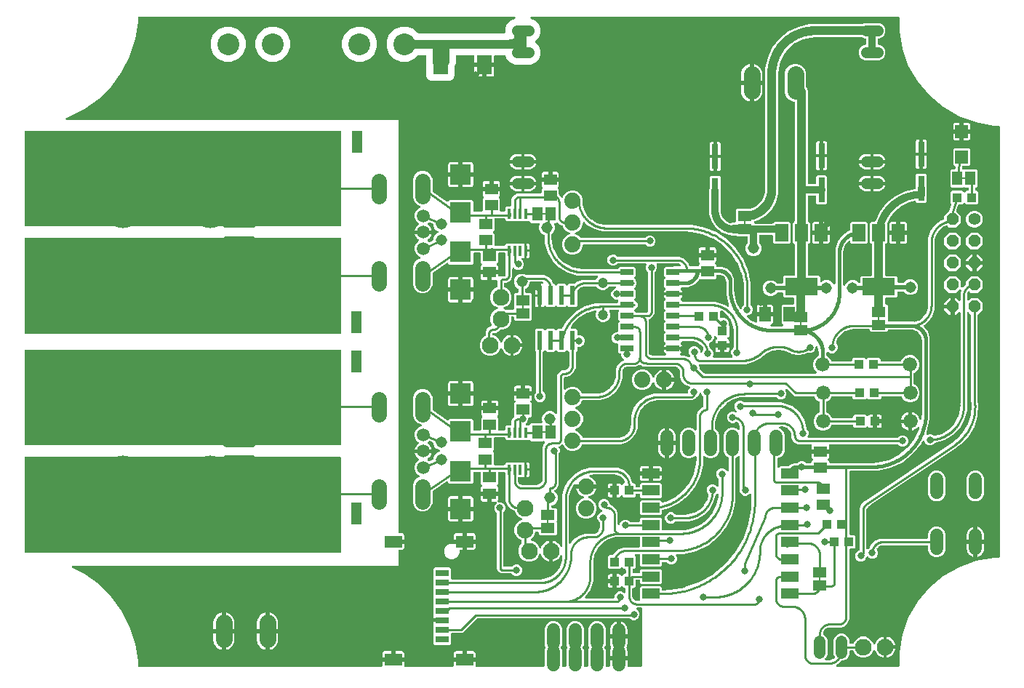
<source format=gtl>
G04 EAGLE Gerber RS-274X export*
G75*
%MOMM*%
%FSLAX34Y34*%
%LPD*%
%INTop Copper*%
%IPPOS*%
%AMOC8*
5,1,8,0,0,1.08239X$1,22.5*%
G01*
%ADD10R,0.400000X1.200000*%
%ADD11R,1.498600X2.006600*%
%ADD12R,3.810000X2.006600*%
%ADD13R,1.500000X1.300000*%
%ADD14C,1.930400*%
%ADD15C,1.879600*%
%ADD16R,2.000000X1.200000*%
%ADD17C,1.524000*%
%ADD18R,1.000000X1.100000*%
%ADD19R,1.524000X0.635000*%
%ADD20R,8.750000X5.200000*%
%ADD21C,1.008000*%
%ADD22C,1.308000*%
%ADD23C,1.650000*%
%ADD24R,1.100000X1.000000*%
%ADD25C,1.422400*%
%ADD26P,1.539592X8X292.500000*%
%ADD27R,2.000000X1.450000*%
%ADD28R,1.500000X0.800000*%
%ADD29R,2.400000X2.400000*%
%ADD30C,2.540000*%
%ADD31R,1.500000X1.500000*%
%ADD32R,1.600200X1.168400*%
%ADD33R,0.203200X0.635000*%
%ADD34C,11.000000*%
%ADD35R,0.600000X2.200000*%
%ADD36R,1.800000X2.200000*%
%ADD37C,1.676400*%
%ADD38C,1.778000*%
%ADD39C,4.000000*%
%ADD40C,1.981200*%
%ADD41R,1.340000X1.800000*%
%ADD42R,1.270000X2.540000*%
%ADD43R,1.168400X1.600200*%
%ADD44R,0.635000X0.203200*%
%ADD45R,0.762000X2.870200*%
%ADD46C,1.308000*%
%ADD47C,1.950000*%
%ADD48C,1.320800*%
%ADD49C,4.000000*%
%ADD50C,1.500000*%
%ADD51C,5.588000*%
%ADD52C,0.804800*%
%ADD53C,1.200000*%
%ADD54C,0.406400*%
%ADD55C,0.254000*%
%ADD56C,0.609600*%
%ADD57C,0.304800*%
%ADD58C,1.016000*%
%ADD59C,0.812800*%
%ADD60C,0.508000*%
%ADD61C,0.152400*%

G36*
X356013Y21606D02*
X356013Y21606D01*
X356132Y21613D01*
X356170Y21626D01*
X356210Y21631D01*
X356321Y21674D01*
X356434Y21711D01*
X356468Y21733D01*
X356506Y21748D01*
X356602Y21817D01*
X356703Y21881D01*
X356731Y21911D01*
X356763Y21934D01*
X356839Y22026D01*
X356921Y22113D01*
X356940Y22148D01*
X356966Y22179D01*
X357017Y22287D01*
X357074Y22391D01*
X357085Y22431D01*
X357102Y22467D01*
X357124Y22584D01*
X357154Y22699D01*
X357158Y22759D01*
X357162Y22779D01*
X357160Y22800D01*
X357164Y22860D01*
X357164Y27364D01*
X368435Y27364D01*
X368553Y27379D01*
X368672Y27387D01*
X368710Y27399D01*
X368750Y27404D01*
X368861Y27448D01*
X368974Y27485D01*
X369008Y27506D01*
X369046Y27521D01*
X369142Y27591D01*
X369243Y27655D01*
X369271Y27684D01*
X369303Y27708D01*
X369379Y27800D01*
X369461Y27887D01*
X369480Y27922D01*
X369506Y27953D01*
X369557Y28061D01*
X369614Y28165D01*
X369624Y28204D01*
X369642Y28241D01*
X369664Y28358D01*
X369694Y28473D01*
X369698Y28533D01*
X369701Y28553D01*
X369700Y28574D01*
X369704Y28634D01*
X369704Y29905D01*
X369706Y29905D01*
X369706Y28634D01*
X369721Y28516D01*
X369728Y28397D01*
X369740Y28358D01*
X369746Y28318D01*
X369789Y28207D01*
X369826Y28094D01*
X369848Y28060D01*
X369863Y28023D01*
X369932Y27926D01*
X369996Y27826D01*
X370026Y27798D01*
X370049Y27765D01*
X370141Y27689D01*
X370228Y27608D01*
X370263Y27588D01*
X370294Y27562D01*
X370402Y27512D01*
X370506Y27454D01*
X370546Y27444D01*
X370582Y27427D01*
X370699Y27404D01*
X370814Y27375D01*
X370874Y27371D01*
X370894Y27367D01*
X370915Y27368D01*
X370975Y27364D01*
X382246Y27364D01*
X382246Y22860D01*
X382260Y22742D01*
X382268Y22623D01*
X382280Y22585D01*
X382285Y22544D01*
X382329Y22434D01*
X382366Y22321D01*
X382388Y22286D01*
X382402Y22249D01*
X382472Y22153D01*
X382536Y22052D01*
X382566Y22024D01*
X382589Y21991D01*
X382681Y21915D01*
X382768Y21834D01*
X382803Y21814D01*
X382834Y21789D01*
X382942Y21738D01*
X383046Y21680D01*
X383085Y21670D01*
X383122Y21653D01*
X383239Y21631D01*
X383354Y21601D01*
X383414Y21597D01*
X383434Y21593D01*
X383455Y21595D01*
X383515Y21591D01*
X438895Y21591D01*
X439013Y21606D01*
X439132Y21613D01*
X439170Y21626D01*
X439210Y21631D01*
X439321Y21674D01*
X439434Y21711D01*
X439468Y21733D01*
X439506Y21748D01*
X439602Y21817D01*
X439703Y21881D01*
X439731Y21911D01*
X439763Y21934D01*
X439839Y22026D01*
X439921Y22113D01*
X439940Y22148D01*
X439966Y22179D01*
X440017Y22287D01*
X440074Y22391D01*
X440085Y22431D01*
X440102Y22467D01*
X440124Y22584D01*
X440154Y22699D01*
X440158Y22759D01*
X440162Y22779D01*
X440160Y22800D01*
X440164Y22860D01*
X440164Y27364D01*
X451435Y27364D01*
X451553Y27379D01*
X451672Y27387D01*
X451710Y27399D01*
X451750Y27404D01*
X451861Y27448D01*
X451974Y27485D01*
X452008Y27506D01*
X452046Y27521D01*
X452142Y27591D01*
X452243Y27655D01*
X452271Y27684D01*
X452303Y27708D01*
X452379Y27800D01*
X452461Y27887D01*
X452480Y27922D01*
X452506Y27953D01*
X452557Y28061D01*
X452614Y28165D01*
X452624Y28204D01*
X452642Y28241D01*
X452664Y28358D01*
X452694Y28473D01*
X452698Y28533D01*
X452701Y28553D01*
X452700Y28574D01*
X452704Y28634D01*
X452704Y29905D01*
X452706Y29905D01*
X452706Y28634D01*
X452721Y28516D01*
X452728Y28397D01*
X452740Y28358D01*
X452746Y28318D01*
X452789Y28207D01*
X452826Y28094D01*
X452848Y28060D01*
X452863Y28023D01*
X452932Y27926D01*
X452996Y27826D01*
X453026Y27798D01*
X453049Y27765D01*
X453141Y27689D01*
X453228Y27608D01*
X453263Y27588D01*
X453294Y27562D01*
X453402Y27512D01*
X453506Y27454D01*
X453546Y27444D01*
X453582Y27427D01*
X453699Y27404D01*
X453814Y27375D01*
X453874Y27371D01*
X453894Y27367D01*
X453915Y27368D01*
X453975Y27364D01*
X465246Y27364D01*
X465246Y22860D01*
X465260Y22742D01*
X465268Y22623D01*
X465280Y22585D01*
X465285Y22544D01*
X465329Y22434D01*
X465366Y22321D01*
X465388Y22286D01*
X465402Y22249D01*
X465472Y22153D01*
X465536Y22052D01*
X465566Y22024D01*
X465589Y21991D01*
X465681Y21915D01*
X465768Y21834D01*
X465803Y21814D01*
X465834Y21789D01*
X465942Y21738D01*
X466046Y21680D01*
X466085Y21670D01*
X466122Y21653D01*
X466239Y21631D01*
X466354Y21601D01*
X466414Y21597D01*
X466434Y21593D01*
X466455Y21595D01*
X466515Y21591D01*
X544593Y21591D01*
X544712Y21606D01*
X544830Y21613D01*
X544869Y21626D01*
X544909Y21631D01*
X545020Y21674D01*
X545133Y21711D01*
X545167Y21733D01*
X545205Y21748D01*
X545301Y21817D01*
X545402Y21881D01*
X545429Y21911D01*
X545462Y21934D01*
X545538Y22026D01*
X545619Y22113D01*
X545639Y22148D01*
X545665Y22179D01*
X545715Y22287D01*
X545773Y22391D01*
X545783Y22431D01*
X545800Y22467D01*
X545823Y22584D01*
X545852Y22699D01*
X545856Y22759D01*
X545860Y22779D01*
X545859Y22800D01*
X545863Y22860D01*
X545863Y40771D01*
X546928Y43344D01*
X546955Y43440D01*
X546990Y43532D01*
X546996Y43593D01*
X547012Y43651D01*
X547014Y43750D01*
X547025Y43848D01*
X547017Y43908D01*
X547017Y43969D01*
X546994Y44065D01*
X546981Y44163D01*
X546948Y44258D01*
X546943Y44278D01*
X546938Y44289D01*
X546928Y44316D01*
X545863Y46889D01*
X545863Y66171D01*
X547409Y69905D01*
X550268Y72764D01*
X554002Y74311D01*
X558045Y74311D01*
X561779Y72764D01*
X564637Y69905D01*
X566184Y66171D01*
X566184Y46889D01*
X565118Y44316D01*
X565092Y44220D01*
X565057Y44127D01*
X565050Y44067D01*
X565034Y44009D01*
X565033Y43910D01*
X565022Y43811D01*
X565030Y43751D01*
X565029Y43691D01*
X565052Y43595D01*
X565066Y43496D01*
X565099Y43402D01*
X565103Y43382D01*
X565109Y43371D01*
X565118Y43344D01*
X566184Y40771D01*
X566184Y22860D01*
X566199Y22742D01*
X566206Y22623D01*
X566219Y22585D01*
X566224Y22544D01*
X566268Y22434D01*
X566304Y22321D01*
X566326Y22286D01*
X566341Y22249D01*
X566411Y22153D01*
X566475Y22052D01*
X566504Y22024D01*
X566528Y21991D01*
X566620Y21915D01*
X566706Y21834D01*
X566742Y21814D01*
X566773Y21789D01*
X566880Y21738D01*
X566985Y21680D01*
X567024Y21670D01*
X567061Y21653D01*
X567177Y21631D01*
X567293Y21601D01*
X567353Y21597D01*
X567373Y21593D01*
X567393Y21595D01*
X567453Y21591D01*
X569993Y21591D01*
X570112Y21606D01*
X570230Y21613D01*
X570269Y21626D01*
X570309Y21631D01*
X570420Y21674D01*
X570533Y21711D01*
X570567Y21733D01*
X570605Y21748D01*
X570701Y21817D01*
X570802Y21881D01*
X570829Y21911D01*
X570862Y21934D01*
X570938Y22026D01*
X571019Y22113D01*
X571039Y22148D01*
X571065Y22179D01*
X571115Y22287D01*
X571173Y22391D01*
X571183Y22431D01*
X571200Y22467D01*
X571223Y22584D01*
X571252Y22699D01*
X571256Y22759D01*
X571260Y22779D01*
X571259Y22800D01*
X571263Y22860D01*
X571263Y40771D01*
X572328Y43344D01*
X572355Y43440D01*
X572390Y43532D01*
X572396Y43593D01*
X572412Y43651D01*
X572414Y43750D01*
X572425Y43848D01*
X572417Y43908D01*
X572417Y43969D01*
X572394Y44065D01*
X572381Y44163D01*
X572348Y44258D01*
X572343Y44278D01*
X572338Y44289D01*
X572328Y44316D01*
X571263Y46889D01*
X571263Y66171D01*
X572809Y69905D01*
X575668Y72764D01*
X579402Y74311D01*
X583445Y74311D01*
X587179Y72764D01*
X590037Y69905D01*
X591584Y66171D01*
X591584Y46889D01*
X590518Y44316D01*
X590492Y44220D01*
X590457Y44127D01*
X590450Y44067D01*
X590434Y44009D01*
X590433Y43910D01*
X590422Y43811D01*
X590430Y43751D01*
X590429Y43691D01*
X590452Y43595D01*
X590466Y43496D01*
X590499Y43402D01*
X590503Y43382D01*
X590509Y43371D01*
X590518Y43344D01*
X591584Y40771D01*
X591584Y22860D01*
X591599Y22742D01*
X591606Y22623D01*
X591619Y22585D01*
X591624Y22544D01*
X591668Y22434D01*
X591704Y22321D01*
X591726Y22286D01*
X591741Y22249D01*
X591811Y22153D01*
X591875Y22052D01*
X591904Y22024D01*
X591928Y21991D01*
X592020Y21915D01*
X592106Y21834D01*
X592142Y21814D01*
X592173Y21789D01*
X592280Y21738D01*
X592385Y21680D01*
X592424Y21670D01*
X592461Y21653D01*
X592577Y21631D01*
X592693Y21601D01*
X592753Y21597D01*
X592773Y21593D01*
X592793Y21595D01*
X592853Y21591D01*
X595393Y21591D01*
X595512Y21606D01*
X595630Y21613D01*
X595669Y21626D01*
X595709Y21631D01*
X595820Y21674D01*
X595933Y21711D01*
X595967Y21733D01*
X596005Y21748D01*
X596101Y21817D01*
X596202Y21881D01*
X596229Y21911D01*
X596262Y21934D01*
X596338Y22026D01*
X596419Y22113D01*
X596439Y22148D01*
X596465Y22179D01*
X596515Y22287D01*
X596573Y22391D01*
X596583Y22431D01*
X596600Y22467D01*
X596623Y22584D01*
X596652Y22699D01*
X596656Y22759D01*
X596660Y22779D01*
X596659Y22800D01*
X596663Y22860D01*
X596663Y40771D01*
X597728Y43344D01*
X597755Y43440D01*
X597790Y43532D01*
X597796Y43593D01*
X597812Y43651D01*
X597814Y43750D01*
X597825Y43848D01*
X597817Y43908D01*
X597817Y43969D01*
X597794Y44065D01*
X597781Y44163D01*
X597748Y44258D01*
X597743Y44278D01*
X597738Y44289D01*
X597728Y44316D01*
X596663Y46889D01*
X596663Y66171D01*
X598209Y69905D01*
X601068Y72764D01*
X604802Y74311D01*
X608845Y74311D01*
X612579Y72764D01*
X615437Y69905D01*
X616984Y66171D01*
X616984Y46889D01*
X615918Y44316D01*
X615892Y44220D01*
X615857Y44127D01*
X615850Y44067D01*
X615834Y44009D01*
X615833Y43910D01*
X615822Y43811D01*
X615830Y43751D01*
X615829Y43691D01*
X615852Y43595D01*
X615866Y43496D01*
X615899Y43402D01*
X615903Y43382D01*
X615909Y43371D01*
X615918Y43344D01*
X616984Y40771D01*
X616984Y22860D01*
X616999Y22742D01*
X617006Y22623D01*
X617019Y22585D01*
X617024Y22544D01*
X617068Y22434D01*
X617104Y22321D01*
X617126Y22286D01*
X617141Y22249D01*
X617211Y22153D01*
X617275Y22052D01*
X617304Y22024D01*
X617328Y21991D01*
X617420Y21915D01*
X617506Y21834D01*
X617542Y21814D01*
X617573Y21789D01*
X617680Y21738D01*
X617785Y21680D01*
X617824Y21670D01*
X617861Y21653D01*
X617977Y21631D01*
X618093Y21601D01*
X618153Y21597D01*
X618173Y21593D01*
X618193Y21595D01*
X618253Y21591D01*
X620793Y21591D01*
X620912Y21606D01*
X621030Y21613D01*
X621069Y21626D01*
X621109Y21631D01*
X621220Y21674D01*
X621333Y21711D01*
X621367Y21733D01*
X621405Y21748D01*
X621501Y21817D01*
X621602Y21881D01*
X621629Y21911D01*
X621662Y21934D01*
X621738Y22026D01*
X621819Y22113D01*
X621839Y22148D01*
X621865Y22179D01*
X621915Y22287D01*
X621973Y22391D01*
X621983Y22431D01*
X622000Y22467D01*
X622023Y22584D01*
X622052Y22699D01*
X622056Y22759D01*
X622060Y22779D01*
X622059Y22800D01*
X622063Y22860D01*
X622063Y28591D01*
X630953Y28591D01*
X631071Y28606D01*
X631190Y28613D01*
X631229Y28625D01*
X631269Y28630D01*
X631380Y28674D01*
X631493Y28711D01*
X631527Y28733D01*
X631564Y28747D01*
X631661Y28817D01*
X631761Y28881D01*
X631789Y28911D01*
X631822Y28934D01*
X631898Y29026D01*
X631979Y29113D01*
X631999Y29148D01*
X632025Y29179D01*
X632075Y29287D01*
X632133Y29391D01*
X632143Y29430D01*
X632160Y29467D01*
X632182Y29584D01*
X632212Y29699D01*
X632216Y29759D01*
X632220Y29779D01*
X632219Y29800D01*
X632222Y29860D01*
X632222Y31131D01*
X632224Y31131D01*
X632224Y29860D01*
X632239Y29742D01*
X632247Y29623D01*
X632259Y29585D01*
X632264Y29544D01*
X632308Y29434D01*
X632345Y29320D01*
X632366Y29286D01*
X632381Y29249D01*
X632451Y29152D01*
X632515Y29052D01*
X632544Y29024D01*
X632568Y28991D01*
X632660Y28915D01*
X632746Y28834D01*
X632782Y28814D01*
X632813Y28788D01*
X632921Y28738D01*
X633025Y28680D01*
X633064Y28670D01*
X633101Y28653D01*
X633217Y28631D01*
X633333Y28601D01*
X633393Y28597D01*
X633413Y28593D01*
X633433Y28594D01*
X633494Y28591D01*
X642384Y28591D01*
X642384Y22860D01*
X642399Y22742D01*
X642406Y22623D01*
X642419Y22585D01*
X642424Y22544D01*
X642468Y22434D01*
X642504Y22321D01*
X642526Y22286D01*
X642541Y22249D01*
X642611Y22153D01*
X642675Y22052D01*
X642704Y22024D01*
X642728Y21991D01*
X642820Y21915D01*
X642906Y21834D01*
X642942Y21814D01*
X642973Y21789D01*
X643080Y21738D01*
X643185Y21680D01*
X643224Y21670D01*
X643261Y21653D01*
X643377Y21631D01*
X643493Y21601D01*
X643553Y21597D01*
X643573Y21593D01*
X643593Y21595D01*
X643653Y21591D01*
X657860Y21591D01*
X657978Y21606D01*
X658097Y21613D01*
X658135Y21626D01*
X658176Y21631D01*
X658286Y21674D01*
X658399Y21711D01*
X658434Y21733D01*
X658471Y21748D01*
X658567Y21817D01*
X658668Y21881D01*
X658696Y21911D01*
X658729Y21934D01*
X658805Y22026D01*
X658886Y22113D01*
X658906Y22148D01*
X658931Y22179D01*
X658982Y22287D01*
X659040Y22391D01*
X659050Y22431D01*
X659067Y22467D01*
X659089Y22584D01*
X659119Y22699D01*
X659123Y22759D01*
X659127Y22779D01*
X659125Y22800D01*
X659129Y22860D01*
X659129Y89331D01*
X659114Y89450D01*
X659107Y89568D01*
X659094Y89607D01*
X659089Y89647D01*
X659046Y89758D01*
X659009Y89871D01*
X658987Y89905D01*
X658972Y89943D01*
X658903Y90039D01*
X658839Y90139D01*
X658809Y90167D01*
X658786Y90200D01*
X658694Y90276D01*
X658607Y90357D01*
X658572Y90377D01*
X658541Y90403D01*
X658433Y90453D01*
X658329Y90511D01*
X658289Y90521D01*
X658253Y90538D01*
X658136Y90561D01*
X658021Y90590D01*
X657961Y90594D01*
X657941Y90598D01*
X657920Y90597D01*
X657860Y90601D01*
X654019Y90601D01*
X653950Y90592D01*
X653880Y90593D01*
X653793Y90572D01*
X653704Y90561D01*
X653639Y90535D01*
X653571Y90519D01*
X653491Y90477D01*
X653408Y90444D01*
X653352Y90403D01*
X653290Y90370D01*
X653223Y90310D01*
X653151Y90257D01*
X653106Y90203D01*
X653054Y90156D01*
X653005Y90081D01*
X652948Y90012D01*
X652918Y89949D01*
X652880Y89890D01*
X652850Y89805D01*
X652812Y89724D01*
X652799Y89656D01*
X652776Y89590D01*
X652769Y89500D01*
X652752Y89412D01*
X652757Y89342D01*
X652751Y89273D01*
X652767Y89184D01*
X652772Y89094D01*
X652794Y89028D01*
X652806Y88959D01*
X652843Y88877D01*
X652870Y88792D01*
X652908Y88733D01*
X652936Y88669D01*
X652992Y88599D01*
X653040Y88523D01*
X653091Y88475D01*
X653135Y88421D01*
X653207Y88367D01*
X653272Y88305D01*
X653333Y88272D01*
X653389Y88230D01*
X653534Y88159D01*
X653698Y88091D01*
X655544Y86244D01*
X656544Y83831D01*
X656544Y81220D01*
X655544Y78807D01*
X653698Y76960D01*
X651285Y75961D01*
X648673Y75961D01*
X646260Y76960D01*
X645717Y77503D01*
X645639Y77564D01*
X645567Y77632D01*
X645514Y77661D01*
X645466Y77698D01*
X645375Y77738D01*
X645288Y77785D01*
X645230Y77800D01*
X645174Y77825D01*
X645076Y77840D01*
X644980Y77865D01*
X644880Y77871D01*
X644860Y77874D01*
X644848Y77873D01*
X644820Y77875D01*
X467993Y77875D01*
X467895Y77863D01*
X467795Y77860D01*
X467737Y77843D01*
X467677Y77835D01*
X467585Y77799D01*
X467490Y77771D01*
X467438Y77740D01*
X467381Y77718D01*
X467301Y77660D01*
X467216Y77610D01*
X467141Y77543D01*
X467124Y77531D01*
X467116Y77522D01*
X467095Y77503D01*
X450485Y60893D01*
X438015Y60893D01*
X437897Y60878D01*
X437778Y60871D01*
X437739Y60858D01*
X437699Y60853D01*
X437589Y60809D01*
X437475Y60773D01*
X437441Y60751D01*
X437404Y60736D01*
X437307Y60666D01*
X437207Y60602D01*
X437179Y60573D01*
X437146Y60549D01*
X437070Y60458D01*
X436989Y60371D01*
X436969Y60335D01*
X436943Y60304D01*
X436893Y60197D01*
X436835Y60092D01*
X436825Y60053D01*
X436808Y60017D01*
X436786Y59900D01*
X436756Y59784D01*
X436752Y59724D01*
X436748Y59704D01*
X436749Y59684D01*
X436746Y59624D01*
X436746Y48651D01*
X435257Y47163D01*
X418152Y47163D01*
X416664Y48651D01*
X416664Y69807D01*
X416682Y69830D01*
X416724Y69927D01*
X416774Y70020D01*
X416787Y70072D01*
X416808Y70122D01*
X416825Y70227D01*
X416850Y70329D01*
X416849Y70383D01*
X416858Y70436D01*
X416848Y70542D01*
X416847Y70647D01*
X416830Y70731D01*
X416828Y70753D01*
X416823Y70767D01*
X416815Y70805D01*
X416664Y71369D01*
X416664Y73704D01*
X425975Y73704D01*
X426093Y73719D01*
X426212Y73727D01*
X426250Y73739D01*
X426290Y73744D01*
X426401Y73788D01*
X426514Y73825D01*
X426548Y73846D01*
X426586Y73861D01*
X426682Y73931D01*
X426783Y73995D01*
X426810Y74024D01*
X426843Y74048D01*
X426919Y74140D01*
X427001Y74227D01*
X427020Y74262D01*
X427046Y74293D01*
X427097Y74401D01*
X427154Y74505D01*
X427164Y74544D01*
X427182Y74581D01*
X427204Y74698D01*
X427234Y74813D01*
X427237Y74873D01*
X427241Y74893D01*
X427240Y74913D01*
X427244Y74974D01*
X427244Y76434D01*
X427229Y76552D01*
X427222Y76671D01*
X427209Y76709D01*
X427204Y76749D01*
X427160Y76860D01*
X427124Y76973D01*
X427102Y77007D01*
X427087Y77045D01*
X427017Y77141D01*
X426953Y77242D01*
X426924Y77270D01*
X426900Y77302D01*
X426808Y77378D01*
X426722Y77460D01*
X426686Y77479D01*
X426655Y77505D01*
X426548Y77556D01*
X426443Y77613D01*
X426404Y77623D01*
X426367Y77641D01*
X426251Y77663D01*
X426135Y77693D01*
X426075Y77697D01*
X426055Y77700D01*
X426035Y77699D01*
X425975Y77703D01*
X416664Y77703D01*
X416664Y80038D01*
X416815Y80602D01*
X416830Y80708D01*
X416853Y80810D01*
X416851Y80864D01*
X416859Y80918D01*
X416846Y81023D01*
X416843Y81128D01*
X416828Y81180D01*
X416822Y81233D01*
X416784Y81332D01*
X416755Y81434D01*
X416727Y81480D01*
X416708Y81530D01*
X416664Y81592D01*
X416664Y135756D01*
X418152Y137244D01*
X435257Y137244D01*
X436746Y135756D01*
X436746Y124456D01*
X436760Y124338D01*
X436768Y124219D01*
X436780Y124181D01*
X436785Y124140D01*
X436829Y124030D01*
X436866Y123916D01*
X436888Y123882D01*
X436902Y123845D01*
X436972Y123748D01*
X437036Y123648D01*
X437066Y123620D01*
X437089Y123587D01*
X437181Y123511D01*
X437268Y123430D01*
X437303Y123410D01*
X437334Y123385D01*
X437442Y123334D01*
X437546Y123276D01*
X437585Y123266D01*
X437622Y123249D01*
X437739Y123227D01*
X437854Y123197D01*
X437914Y123193D01*
X437934Y123189D01*
X437955Y123190D01*
X438015Y123187D01*
X540532Y123187D01*
X540553Y123189D01*
X540631Y123191D01*
X544500Y123495D01*
X544567Y123509D01*
X544636Y123513D01*
X544792Y123553D01*
X552150Y125944D01*
X552258Y125995D01*
X552368Y126038D01*
X552420Y126071D01*
X552438Y126079D01*
X552454Y126093D01*
X552504Y126124D01*
X558764Y130672D01*
X558850Y130753D01*
X558942Y130829D01*
X558980Y130876D01*
X558995Y130890D01*
X559006Y130907D01*
X559044Y130953D01*
X563592Y137212D01*
X563649Y137316D01*
X563713Y137416D01*
X563735Y137473D01*
X563745Y137491D01*
X563750Y137511D01*
X563772Y137566D01*
X566163Y144924D01*
X566176Y144992D01*
X566199Y145057D01*
X566221Y145217D01*
X566526Y149085D01*
X566525Y149107D01*
X566530Y149185D01*
X566530Y150163D01*
X566527Y150182D01*
X566529Y150202D01*
X566507Y150340D01*
X566490Y150478D01*
X566483Y150497D01*
X566479Y150516D01*
X566424Y150644D01*
X566373Y150774D01*
X566361Y150790D01*
X566353Y150808D01*
X566268Y150919D01*
X566186Y151031D01*
X566171Y151044D01*
X566158Y151060D01*
X566048Y151145D01*
X565941Y151234D01*
X565923Y151242D01*
X565907Y151255D01*
X565779Y151310D01*
X565653Y151369D01*
X565634Y151373D01*
X565615Y151381D01*
X565478Y151403D01*
X565341Y151429D01*
X565321Y151428D01*
X565301Y151431D01*
X565162Y151418D01*
X565024Y151410D01*
X565005Y151403D01*
X564985Y151402D01*
X564853Y151354D01*
X564721Y151311D01*
X564704Y151301D01*
X564685Y151294D01*
X564570Y151216D01*
X564452Y151141D01*
X564439Y151127D01*
X564422Y151116D01*
X564330Y151011D01*
X564234Y150910D01*
X564225Y150892D01*
X564212Y150877D01*
X564130Y150739D01*
X563714Y149923D01*
X562586Y148370D01*
X561229Y147013D01*
X559676Y145885D01*
X557966Y145014D01*
X556141Y144420D01*
X555317Y144290D01*
X555317Y155551D01*
X555302Y155669D01*
X555295Y155788D01*
X555282Y155826D01*
X555277Y155866D01*
X555233Y155977D01*
X555196Y156090D01*
X555175Y156124D01*
X555160Y156162D01*
X555090Y156258D01*
X555057Y156310D01*
X555074Y156328D01*
X555093Y156363D01*
X555119Y156395D01*
X555170Y156502D01*
X555227Y156607D01*
X555237Y156646D01*
X555254Y156682D01*
X555277Y156799D01*
X555307Y156915D01*
X555310Y156975D01*
X555314Y156995D01*
X555313Y157015D01*
X555317Y157075D01*
X555317Y168336D01*
X556141Y168206D01*
X557966Y167612D01*
X559676Y166741D01*
X561229Y165613D01*
X562586Y164256D01*
X563714Y162703D01*
X564130Y161887D01*
X564141Y161871D01*
X564148Y161852D01*
X564230Y161739D01*
X564233Y161735D01*
X564275Y161669D01*
X564283Y161661D01*
X564308Y161624D01*
X564323Y161611D01*
X564335Y161595D01*
X564443Y161506D01*
X564547Y161414D01*
X564565Y161405D01*
X564580Y161392D01*
X564706Y161333D01*
X564830Y161269D01*
X564850Y161265D01*
X564868Y161257D01*
X565004Y161230D01*
X565140Y161200D01*
X565160Y161200D01*
X565180Y161197D01*
X565319Y161205D01*
X565458Y161210D01*
X565478Y161215D01*
X565497Y161216D01*
X565630Y161259D01*
X565764Y161298D01*
X565781Y161308D01*
X565800Y161315D01*
X565918Y161389D01*
X566038Y161460D01*
X566052Y161474D01*
X566069Y161485D01*
X566164Y161586D01*
X566263Y161685D01*
X566273Y161702D01*
X566287Y161716D01*
X566329Y161794D01*
X566332Y161797D01*
X566337Y161808D01*
X566354Y161838D01*
X566425Y161958D01*
X566430Y161977D01*
X566440Y161995D01*
X566458Y162065D01*
X566467Y162085D01*
X566478Y162141D01*
X566514Y162263D01*
X566515Y162283D01*
X566520Y162303D01*
X566525Y162384D01*
X566527Y162397D01*
X566526Y162410D01*
X566530Y162463D01*
X566530Y221045D01*
X569040Y230413D01*
X573890Y238813D01*
X580748Y245671D01*
X589148Y250521D01*
X598516Y253031D01*
X631272Y253031D01*
X638928Y249860D01*
X644788Y244000D01*
X647973Y236312D01*
X647975Y236297D01*
X647982Y236178D01*
X647994Y236140D01*
X647999Y236100D01*
X648043Y235989D01*
X648080Y235876D01*
X648102Y235842D01*
X648117Y235804D01*
X648186Y235708D01*
X648250Y235607D01*
X648280Y235579D01*
X648303Y235547D01*
X648395Y235471D01*
X648482Y235389D01*
X648517Y235370D01*
X648548Y235344D01*
X648656Y235293D01*
X648760Y235236D01*
X648799Y235226D01*
X648836Y235208D01*
X648953Y235186D01*
X649068Y235156D01*
X649128Y235152D01*
X649148Y235149D01*
X649169Y235150D01*
X649229Y235146D01*
X650201Y235146D01*
X651690Y233658D01*
X651690Y231780D01*
X651705Y231662D01*
X651712Y231543D01*
X651724Y231505D01*
X651729Y231464D01*
X651773Y231354D01*
X651810Y231241D01*
X651832Y231206D01*
X651847Y231169D01*
X651916Y231073D01*
X651980Y230972D01*
X652010Y230944D01*
X652033Y230911D01*
X652125Y230835D01*
X652212Y230754D01*
X652247Y230734D01*
X652278Y230709D01*
X652386Y230658D01*
X652490Y230600D01*
X652529Y230590D01*
X652566Y230573D01*
X652683Y230551D01*
X652798Y230521D01*
X652858Y230517D01*
X652878Y230513D01*
X652899Y230515D01*
X652959Y230511D01*
X655730Y230511D01*
X655848Y230526D01*
X655967Y230533D01*
X656005Y230546D01*
X656046Y230551D01*
X656156Y230594D01*
X656269Y230631D01*
X656304Y230653D01*
X656341Y230668D01*
X656437Y230737D01*
X656538Y230801D01*
X656566Y230831D01*
X656599Y230854D01*
X656675Y230946D01*
X656756Y231033D01*
X656776Y231068D01*
X656801Y231099D01*
X656852Y231207D01*
X656910Y231311D01*
X656920Y231351D01*
X656937Y231387D01*
X656959Y231504D01*
X656989Y231619D01*
X656993Y231679D01*
X656997Y231699D01*
X656995Y231720D01*
X656999Y231780D01*
X656999Y233752D01*
X658488Y235241D01*
X680592Y235241D01*
X682081Y233752D01*
X682081Y219648D01*
X680592Y218159D01*
X658488Y218159D01*
X656999Y219648D01*
X656999Y221620D01*
X656984Y221738D01*
X656977Y221857D01*
X656965Y221895D01*
X656959Y221936D01*
X656916Y222046D01*
X656879Y222159D01*
X656857Y222194D01*
X656842Y222231D01*
X656773Y222327D01*
X656709Y222428D01*
X656679Y222456D01*
X656656Y222489D01*
X656564Y222565D01*
X656477Y222646D01*
X656442Y222666D01*
X656411Y222691D01*
X656303Y222742D01*
X656199Y222800D01*
X656159Y222810D01*
X656123Y222827D01*
X656006Y222849D01*
X655891Y222879D01*
X655831Y222883D01*
X655811Y222887D01*
X655790Y222885D01*
X655730Y222889D01*
X652959Y222889D01*
X652841Y222874D01*
X652722Y222867D01*
X652684Y222854D01*
X652643Y222849D01*
X652533Y222806D01*
X652419Y222769D01*
X652385Y222747D01*
X652348Y222732D01*
X652251Y222663D01*
X652151Y222599D01*
X652123Y222569D01*
X652090Y222546D01*
X652014Y222454D01*
X651933Y222367D01*
X651913Y222332D01*
X651888Y222301D01*
X651837Y222193D01*
X651779Y222089D01*
X651769Y222049D01*
X651752Y222013D01*
X651730Y221896D01*
X651700Y221781D01*
X651696Y221721D01*
X651692Y221701D01*
X651693Y221680D01*
X651690Y221620D01*
X651690Y220553D01*
X650201Y219065D01*
X638096Y219065D01*
X636425Y220736D01*
X636326Y220813D01*
X636231Y220895D01*
X636201Y220910D01*
X636174Y220931D01*
X636059Y220981D01*
X635946Y221036D01*
X635913Y221044D01*
X635882Y221057D01*
X635758Y221077D01*
X635635Y221103D01*
X635602Y221101D01*
X635568Y221107D01*
X635443Y221095D01*
X635317Y221090D01*
X635285Y221080D01*
X635252Y221077D01*
X635133Y221034D01*
X635013Y220998D01*
X634984Y220981D01*
X634952Y220969D01*
X634848Y220899D01*
X634741Y220834D01*
X634717Y220810D01*
X634689Y220791D01*
X634606Y220697D01*
X634518Y220607D01*
X634491Y220566D01*
X634479Y220552D01*
X634469Y220533D01*
X634429Y220473D01*
X634182Y220045D01*
X633709Y219572D01*
X633130Y219238D01*
X632483Y219065D01*
X629648Y219065D01*
X629648Y225875D01*
X629633Y225993D01*
X629626Y226112D01*
X629613Y226150D01*
X629608Y226191D01*
X629564Y226301D01*
X629528Y226415D01*
X629506Y226449D01*
X629491Y226486D01*
X629421Y226583D01*
X629358Y226683D01*
X629328Y226711D01*
X629304Y226744D01*
X629213Y226820D01*
X629126Y226901D01*
X629091Y226921D01*
X629059Y226947D01*
X628952Y226997D01*
X628848Y227055D01*
X628808Y227065D01*
X628772Y227082D01*
X628665Y227102D01*
X628694Y227106D01*
X628805Y227150D01*
X628918Y227187D01*
X628953Y227208D01*
X628990Y227223D01*
X629086Y227293D01*
X629187Y227357D01*
X629215Y227386D01*
X629247Y227410D01*
X629323Y227502D01*
X629405Y227588D01*
X629424Y227624D01*
X629450Y227655D01*
X629501Y227763D01*
X629558Y227867D01*
X629569Y227906D01*
X629586Y227943D01*
X629608Y228059D01*
X629638Y228175D01*
X629642Y228235D01*
X629646Y228255D01*
X629644Y228275D01*
X629648Y228336D01*
X629648Y235146D01*
X632483Y235146D01*
X633130Y234973D01*
X633709Y234638D01*
X634182Y234165D01*
X634429Y233738D01*
X634505Y233638D01*
X634575Y233534D01*
X634601Y233511D01*
X634621Y233485D01*
X634720Y233407D01*
X634814Y233323D01*
X634844Y233308D01*
X634870Y233287D01*
X634985Y233236D01*
X635097Y233179D01*
X635130Y233171D01*
X635161Y233158D01*
X635285Y233137D01*
X635407Y233109D01*
X635441Y233110D01*
X635474Y233104D01*
X635600Y233115D01*
X635725Y233119D01*
X635758Y233128D01*
X635791Y233131D01*
X635910Y233172D01*
X636031Y233207D01*
X636060Y233224D01*
X636092Y233235D01*
X636197Y233305D01*
X636305Y233369D01*
X636341Y233401D01*
X636357Y233411D01*
X636371Y233427D01*
X636425Y233475D01*
X638102Y235152D01*
X638108Y235152D01*
X638157Y235150D01*
X638265Y235172D01*
X638374Y235186D01*
X638420Y235204D01*
X638469Y235214D01*
X638567Y235262D01*
X638670Y235303D01*
X638710Y235332D01*
X638754Y235354D01*
X638838Y235425D01*
X638927Y235490D01*
X638959Y235528D01*
X638996Y235560D01*
X639060Y235650D01*
X639130Y235735D01*
X639151Y235780D01*
X639180Y235820D01*
X639218Y235923D01*
X639265Y236022D01*
X639275Y236071D01*
X639292Y236118D01*
X639304Y236227D01*
X639325Y236335D01*
X639322Y236384D01*
X639327Y236434D01*
X639312Y236543D01*
X639305Y236652D01*
X639290Y236699D01*
X639283Y236749D01*
X639231Y236901D01*
X638229Y239319D01*
X638225Y239328D01*
X638222Y239336D01*
X638146Y239466D01*
X638072Y239596D01*
X638065Y239602D01*
X638060Y239610D01*
X637954Y239731D01*
X634660Y243026D01*
X634652Y243031D01*
X634647Y243039D01*
X634528Y243128D01*
X634408Y243221D01*
X634400Y243224D01*
X634392Y243230D01*
X634248Y243301D01*
X629944Y245084D01*
X629841Y245112D01*
X629741Y245148D01*
X629658Y245162D01*
X629637Y245168D01*
X629621Y245168D01*
X629582Y245174D01*
X627253Y245404D01*
X627233Y245403D01*
X627128Y245410D01*
X603366Y245410D01*
X603346Y245407D01*
X603283Y245407D01*
X599635Y245168D01*
X599592Y245160D01*
X599548Y245159D01*
X599390Y245127D01*
X598870Y244988D01*
X598765Y244945D01*
X598657Y244910D01*
X598618Y244885D01*
X598575Y244868D01*
X598484Y244800D01*
X598389Y244740D01*
X598357Y244706D01*
X598320Y244678D01*
X598249Y244590D01*
X598171Y244508D01*
X598149Y244467D01*
X598120Y244431D01*
X598072Y244328D01*
X598018Y244229D01*
X598006Y244184D01*
X597987Y244142D01*
X597967Y244031D01*
X597939Y243921D01*
X597939Y243875D01*
X597931Y243829D01*
X597939Y243716D01*
X597939Y243603D01*
X597950Y243558D01*
X597954Y243512D01*
X597990Y243405D01*
X598018Y243295D01*
X598040Y243254D01*
X598055Y243210D01*
X598116Y243116D01*
X598171Y243016D01*
X598203Y242982D01*
X598228Y242944D01*
X598311Y242867D01*
X598388Y242784D01*
X598428Y242760D01*
X598462Y242728D01*
X598561Y242675D01*
X598657Y242614D01*
X598718Y242590D01*
X598741Y242578D01*
X598742Y242578D01*
X600426Y241719D01*
X601947Y240615D01*
X603276Y239286D01*
X604380Y237765D01*
X605233Y236091D01*
X605814Y234304D01*
X605855Y234047D01*
X595439Y234047D01*
X595321Y234033D01*
X595202Y234025D01*
X595164Y234013D01*
X595124Y234008D01*
X595013Y233964D01*
X594900Y233927D01*
X594866Y233905D01*
X594828Y233891D01*
X594732Y233821D01*
X594631Y233757D01*
X594603Y233728D01*
X594571Y233704D01*
X594495Y233612D01*
X594413Y233525D01*
X594394Y233490D01*
X594368Y233459D01*
X594317Y233351D01*
X594260Y233247D01*
X594250Y233208D01*
X594232Y233171D01*
X594210Y233054D01*
X594180Y232939D01*
X594176Y232879D01*
X594173Y232859D01*
X594174Y232838D01*
X594170Y232778D01*
X594170Y230238D01*
X594185Y230120D01*
X594192Y230001D01*
X594205Y229963D01*
X594210Y229923D01*
X594254Y229812D01*
X594290Y229699D01*
X594312Y229665D01*
X594327Y229627D01*
X594397Y229531D01*
X594461Y229430D01*
X594490Y229402D01*
X594514Y229370D01*
X594605Y229294D01*
X594692Y229212D01*
X594728Y229193D01*
X594759Y229167D01*
X594866Y229116D01*
X594971Y229059D01*
X595010Y229049D01*
X595046Y229031D01*
X595163Y229009D01*
X595279Y228979D01*
X595339Y228975D01*
X595359Y228972D01*
X595379Y228973D01*
X595439Y228969D01*
X605855Y228969D01*
X605814Y228713D01*
X605233Y226925D01*
X604380Y225251D01*
X603276Y223731D01*
X601947Y222402D01*
X600426Y221297D01*
X598752Y220444D01*
X597543Y220052D01*
X597516Y220039D01*
X597487Y220032D01*
X597373Y219971D01*
X597256Y219916D01*
X597233Y219897D01*
X597206Y219883D01*
X597110Y219796D01*
X597011Y219713D01*
X596993Y219689D01*
X596971Y219669D01*
X596899Y219561D01*
X596824Y219456D01*
X596813Y219429D01*
X596796Y219404D01*
X596754Y219281D01*
X596706Y219161D01*
X596703Y219131D01*
X596693Y219103D01*
X596683Y218973D01*
X596666Y218845D01*
X596670Y218816D01*
X596668Y218786D01*
X596690Y218658D01*
X596706Y218530D01*
X596717Y218502D01*
X596722Y218472D01*
X596775Y218354D01*
X596823Y218234D01*
X596840Y218210D01*
X596853Y218182D01*
X596933Y218081D01*
X597010Y217976D01*
X597033Y217957D01*
X597051Y217934D01*
X597155Y217856D01*
X597254Y217773D01*
X597281Y217761D01*
X597305Y217743D01*
X597450Y217672D01*
X600932Y216229D01*
X604290Y212871D01*
X606108Y208483D01*
X606108Y203733D01*
X604290Y199346D01*
X600932Y195987D01*
X596544Y194170D01*
X591794Y194170D01*
X587406Y195987D01*
X584048Y199346D01*
X582230Y203733D01*
X582230Y208483D01*
X584048Y212871D01*
X587406Y216229D01*
X590888Y217672D01*
X590914Y217687D01*
X590943Y217696D01*
X591052Y217765D01*
X591165Y217829D01*
X591186Y217850D01*
X591211Y217866D01*
X591300Y217961D01*
X591393Y218051D01*
X591409Y218076D01*
X591429Y218098D01*
X591492Y218211D01*
X591559Y218322D01*
X591568Y218350D01*
X591583Y218376D01*
X591615Y218502D01*
X591653Y218626D01*
X591654Y218655D01*
X591662Y218684D01*
X591662Y218814D01*
X591668Y218943D01*
X591662Y218972D01*
X591662Y219002D01*
X591630Y219128D01*
X591604Y219255D01*
X591591Y219282D01*
X591583Y219311D01*
X591521Y219424D01*
X591464Y219540D01*
X591445Y219563D01*
X591430Y219589D01*
X591342Y219684D01*
X591258Y219782D01*
X591233Y219800D01*
X591213Y219821D01*
X591104Y219891D01*
X590998Y219966D01*
X590970Y219976D01*
X590945Y219992D01*
X590795Y220052D01*
X589586Y220444D01*
X587912Y221297D01*
X586392Y222402D01*
X585063Y223731D01*
X583958Y225251D01*
X583105Y226925D01*
X582524Y228713D01*
X582484Y228969D01*
X592899Y228969D01*
X593017Y228984D01*
X593136Y228991D01*
X593174Y229004D01*
X593215Y229009D01*
X593325Y229053D01*
X593438Y229089D01*
X593473Y229111D01*
X593510Y229126D01*
X593606Y229196D01*
X593707Y229260D01*
X593735Y229289D01*
X593768Y229313D01*
X593844Y229404D01*
X593925Y229491D01*
X593945Y229527D01*
X593970Y229558D01*
X594021Y229665D01*
X594079Y229770D01*
X594089Y229809D01*
X594106Y229845D01*
X594128Y229962D01*
X594158Y230078D01*
X594162Y230138D01*
X594166Y230158D01*
X594164Y230178D01*
X594168Y230238D01*
X594168Y232778D01*
X594153Y232896D01*
X594146Y233015D01*
X594133Y233054D01*
X594128Y233094D01*
X594085Y233205D01*
X594048Y233318D01*
X594026Y233352D01*
X594011Y233389D01*
X593942Y233486D01*
X593878Y233586D01*
X593848Y233614D01*
X593825Y233647D01*
X593733Y233723D01*
X593646Y233804D01*
X593611Y233824D01*
X593580Y233850D01*
X593472Y233900D01*
X593368Y233958D01*
X593328Y233968D01*
X593292Y233985D01*
X593175Y234007D01*
X593060Y234037D01*
X593000Y234041D01*
X592980Y234045D01*
X592959Y234044D01*
X592899Y234047D01*
X581540Y234047D01*
X581512Y234057D01*
X581435Y234096D01*
X581363Y234111D01*
X581294Y234136D01*
X581208Y234144D01*
X581124Y234162D01*
X581051Y234159D01*
X580978Y234166D01*
X580892Y234153D01*
X580806Y234149D01*
X580736Y234128D01*
X580664Y234117D01*
X580584Y234082D01*
X580502Y234058D01*
X580439Y234020D01*
X580372Y233991D01*
X580303Y233938D01*
X580229Y233893D01*
X580178Y233841D01*
X580120Y233796D01*
X580067Y233728D01*
X580007Y233666D01*
X579932Y233554D01*
X579925Y233545D01*
X579923Y233541D01*
X579917Y233532D01*
X576448Y227524D01*
X576415Y227445D01*
X576373Y227370D01*
X576329Y227241D01*
X576325Y227231D01*
X576325Y227226D01*
X576322Y227218D01*
X574434Y220171D01*
X574428Y220127D01*
X574414Y220085D01*
X574393Y219926D01*
X574293Y218405D01*
X574154Y216278D01*
X574155Y216257D01*
X574151Y216195D01*
X574151Y166142D01*
X574161Y166063D01*
X574161Y165984D01*
X574181Y165906D01*
X574191Y165827D01*
X574220Y165753D01*
X574240Y165676D01*
X574279Y165606D01*
X574308Y165531D01*
X574355Y165467D01*
X574393Y165397D01*
X574448Y165339D01*
X574495Y165274D01*
X574556Y165223D01*
X574611Y165165D01*
X574678Y165122D01*
X574740Y165071D01*
X574812Y165037D01*
X574879Y164994D01*
X574955Y164970D01*
X575028Y164936D01*
X575106Y164921D01*
X575182Y164896D01*
X575261Y164891D01*
X575340Y164876D01*
X575419Y164881D01*
X575499Y164876D01*
X575578Y164891D01*
X575657Y164896D01*
X575733Y164920D01*
X575811Y164935D01*
X575884Y164969D01*
X575960Y164994D01*
X576027Y165036D01*
X576099Y165070D01*
X576161Y165121D01*
X576229Y165164D01*
X576283Y165222D01*
X576345Y165272D01*
X576445Y165394D01*
X576447Y165395D01*
X576447Y165396D01*
X579471Y169558D01*
X585624Y174029D01*
X592858Y176379D01*
X602700Y176379D01*
X602720Y176381D01*
X602825Y176385D01*
X604018Y176503D01*
X604122Y176526D01*
X604227Y176541D01*
X604307Y176568D01*
X604328Y176573D01*
X604342Y176580D01*
X604380Y176593D01*
X606585Y177507D01*
X606593Y177511D01*
X606602Y177514D01*
X606731Y177590D01*
X606861Y177664D01*
X606868Y177671D01*
X606876Y177675D01*
X606997Y177782D01*
X608685Y179470D01*
X608691Y179477D01*
X608698Y179483D01*
X608787Y179602D01*
X608880Y179721D01*
X608884Y179730D01*
X608889Y179737D01*
X608960Y179882D01*
X609874Y182087D01*
X609902Y182190D01*
X609938Y182290D01*
X609952Y182373D01*
X609958Y182394D01*
X609958Y182410D01*
X609964Y182449D01*
X610082Y183642D01*
X610081Y183662D01*
X610088Y183767D01*
X610088Y189310D01*
X610075Y189408D01*
X610072Y189507D01*
X610056Y189565D01*
X610048Y189625D01*
X610012Y189717D01*
X609984Y189812D01*
X609953Y189864D01*
X609931Y189921D01*
X609873Y190001D01*
X609822Y190086D01*
X609756Y190162D01*
X609744Y190178D01*
X609735Y190186D01*
X609716Y190207D01*
X608333Y191590D01*
X607334Y194003D01*
X607334Y196614D01*
X608333Y199027D01*
X610180Y200874D01*
X612524Y201845D01*
X612645Y201914D01*
X612768Y201979D01*
X612783Y201992D01*
X612801Y202002D01*
X612900Y202099D01*
X613003Y202193D01*
X613014Y202210D01*
X613029Y202224D01*
X613102Y202342D01*
X613178Y202458D01*
X613185Y202478D01*
X613195Y202495D01*
X613236Y202628D01*
X613281Y202759D01*
X613283Y202779D01*
X613289Y202799D01*
X613295Y202938D01*
X613306Y203076D01*
X613303Y203096D01*
X613304Y203116D01*
X613276Y203253D01*
X613252Y203390D01*
X613244Y203408D01*
X613240Y203428D01*
X613179Y203553D01*
X613122Y203680D01*
X613109Y203695D01*
X613100Y203714D01*
X613010Y203819D01*
X612923Y203928D01*
X612907Y203940D01*
X612894Y203956D01*
X612780Y204036D01*
X612669Y204119D01*
X612644Y204132D01*
X612634Y204139D01*
X612614Y204146D01*
X612524Y204190D01*
X611548Y204595D01*
X609701Y206441D01*
X608702Y208854D01*
X608702Y211466D01*
X609701Y213878D01*
X611548Y215725D01*
X613961Y216725D01*
X616572Y216725D01*
X618985Y215725D01*
X620832Y213878D01*
X621831Y211466D01*
X621831Y211097D01*
X621835Y211068D01*
X621833Y211038D01*
X621855Y210910D01*
X621871Y210782D01*
X621882Y210754D01*
X621887Y210725D01*
X621940Y210607D01*
X621988Y210486D01*
X622005Y210462D01*
X622018Y210435D01*
X622099Y210334D01*
X622175Y210229D01*
X622198Y210210D01*
X622216Y210187D01*
X622320Y210109D01*
X622420Y210026D01*
X622447Y210013D01*
X622470Y209995D01*
X622615Y209925D01*
X625698Y208648D01*
X629167Y205179D01*
X631044Y200646D01*
X631044Y188016D01*
X631053Y187946D01*
X631052Y187877D01*
X631073Y187789D01*
X631084Y187700D01*
X631110Y187635D01*
X631126Y187567D01*
X631168Y187488D01*
X631201Y187404D01*
X631242Y187348D01*
X631275Y187286D01*
X631335Y187220D01*
X631388Y187147D01*
X631442Y187102D01*
X631489Y187051D01*
X631564Y187002D01*
X631633Y186944D01*
X631696Y186914D01*
X631754Y186876D01*
X631839Y186847D01*
X631921Y186809D01*
X631989Y186796D01*
X632055Y186773D01*
X632145Y186766D01*
X632233Y186749D01*
X632302Y186753D01*
X632372Y186748D01*
X632461Y186763D01*
X632550Y186769D01*
X632617Y186790D01*
X632685Y186802D01*
X632767Y186839D01*
X632853Y186867D01*
X632912Y186904D01*
X632975Y186933D01*
X633046Y186989D01*
X633121Y187037D01*
X633169Y187088D01*
X633224Y187131D01*
X633278Y187203D01*
X633339Y187268D01*
X633373Y187330D01*
X633415Y187385D01*
X633486Y187530D01*
X634474Y189916D01*
X636321Y191762D01*
X638734Y192762D01*
X641345Y192762D01*
X643758Y191762D01*
X645141Y190380D01*
X645219Y190319D01*
X645291Y190251D01*
X645344Y190222D01*
X645392Y190185D01*
X645483Y190145D01*
X645570Y190097D01*
X645628Y190082D01*
X645684Y190058D01*
X645782Y190043D01*
X645878Y190018D01*
X645978Y190012D01*
X645998Y190008D01*
X646010Y190010D01*
X646038Y190008D01*
X655730Y190008D01*
X655848Y190023D01*
X655967Y190030D01*
X656005Y190043D01*
X656046Y190048D01*
X656156Y190091D01*
X656269Y190128D01*
X656304Y190150D01*
X656341Y190165D01*
X656437Y190235D01*
X656538Y190298D01*
X656566Y190328D01*
X656599Y190352D01*
X656675Y190443D01*
X656756Y190530D01*
X656776Y190565D01*
X656801Y190596D01*
X656852Y190704D01*
X656910Y190808D01*
X656920Y190848D01*
X656937Y190884D01*
X656959Y191001D01*
X656989Y191116D01*
X656993Y191177D01*
X656997Y191197D01*
X656995Y191217D01*
X656999Y191277D01*
X656999Y193752D01*
X658488Y195241D01*
X680592Y195241D01*
X682081Y193752D01*
X682081Y181752D01*
X682096Y181634D01*
X682103Y181515D01*
X682116Y181477D01*
X682121Y181437D01*
X682164Y181326D01*
X682201Y181213D01*
X682223Y181179D01*
X682238Y181141D01*
X682307Y181045D01*
X682371Y180944D01*
X682401Y180916D01*
X682424Y180884D01*
X682516Y180808D01*
X682603Y180726D01*
X682638Y180707D01*
X682669Y180681D01*
X682777Y180630D01*
X682881Y180573D01*
X682921Y180562D01*
X682957Y180545D01*
X683074Y180523D01*
X683189Y180493D01*
X683249Y180489D01*
X683269Y180485D01*
X683290Y180487D01*
X683350Y180483D01*
X704322Y180483D01*
X704341Y180485D01*
X704393Y180485D01*
X709223Y180756D01*
X709249Y180761D01*
X709276Y180760D01*
X709435Y180786D01*
X718853Y182936D01*
X718912Y182957D01*
X718972Y182969D01*
X719122Y183030D01*
X727826Y187221D01*
X727878Y187255D01*
X727934Y187280D01*
X728066Y187373D01*
X735620Y193396D01*
X735663Y193440D01*
X735712Y193478D01*
X735820Y193597D01*
X741844Y201150D01*
X741876Y201203D01*
X741916Y201250D01*
X741995Y201391D01*
X746187Y210095D01*
X746207Y210154D01*
X746235Y210209D01*
X746281Y210363D01*
X748430Y219782D01*
X748433Y219808D01*
X748441Y219833D01*
X748460Y219993D01*
X748566Y221874D01*
X748565Y221890D01*
X748567Y221905D01*
X748554Y222049D01*
X748544Y222191D01*
X748539Y222206D01*
X748537Y222222D01*
X748489Y222357D01*
X748444Y222493D01*
X748435Y222506D01*
X748430Y222521D01*
X748349Y222640D01*
X748271Y222761D01*
X748260Y222771D01*
X748251Y222784D01*
X748144Y222879D01*
X748038Y222977D01*
X748025Y222984D01*
X748013Y222995D01*
X747885Y223060D01*
X747759Y223128D01*
X747743Y223132D01*
X747730Y223139D01*
X747590Y223171D01*
X747450Y223206D01*
X747435Y223205D01*
X747419Y223209D01*
X747276Y223205D01*
X747132Y223204D01*
X747117Y223200D01*
X747101Y223199D01*
X746963Y223159D01*
X746825Y223123D01*
X746811Y223115D01*
X746796Y223111D01*
X746672Y223038D01*
X746547Y222968D01*
X746535Y222957D01*
X746522Y222949D01*
X746401Y222843D01*
X745278Y221719D01*
X745221Y221646D01*
X745157Y221580D01*
X745124Y221521D01*
X745083Y221468D01*
X745046Y221383D01*
X745001Y221303D01*
X744963Y221192D01*
X744956Y221176D01*
X744955Y221168D01*
X744949Y221150D01*
X742830Y213243D01*
X738066Y204990D01*
X731328Y198252D01*
X723075Y193488D01*
X713871Y191022D01*
X698743Y191022D01*
X698644Y191009D01*
X698545Y191006D01*
X698487Y190989D01*
X698427Y190982D01*
X698335Y190945D01*
X698240Y190918D01*
X698188Y190887D01*
X698131Y190865D01*
X698051Y190807D01*
X697966Y190756D01*
X697891Y190690D01*
X697874Y190678D01*
X697866Y190669D01*
X697845Y190650D01*
X696462Y189267D01*
X694049Y188268D01*
X691438Y188268D01*
X689025Y189267D01*
X687178Y191114D01*
X686179Y193527D01*
X686179Y196138D01*
X687178Y198551D01*
X689025Y200398D01*
X691438Y201397D01*
X694049Y201397D01*
X696462Y200398D01*
X697845Y199015D01*
X697923Y198954D01*
X697995Y198886D01*
X698048Y198857D01*
X698096Y198820D01*
X698187Y198781D01*
X698274Y198733D01*
X698333Y198718D01*
X698388Y198694D01*
X698486Y198678D01*
X698582Y198653D01*
X698682Y198647D01*
X698702Y198644D01*
X698715Y198645D01*
X698743Y198643D01*
X709107Y198643D01*
X709127Y198646D01*
X709190Y198646D01*
X712753Y198879D01*
X712796Y198888D01*
X712841Y198888D01*
X712999Y198920D01*
X719882Y200764D01*
X719962Y200797D01*
X720044Y200820D01*
X720167Y200881D01*
X720177Y200885D01*
X720180Y200887D01*
X720188Y200891D01*
X726360Y204454D01*
X726428Y204506D01*
X726502Y204550D01*
X726605Y204640D01*
X726613Y204647D01*
X726616Y204650D01*
X726623Y204656D01*
X731662Y209695D01*
X731715Y209763D01*
X731775Y209824D01*
X731850Y209938D01*
X731857Y209947D01*
X731859Y209951D01*
X731864Y209958D01*
X735427Y216130D01*
X735460Y216209D01*
X735502Y216283D01*
X735546Y216413D01*
X735550Y216423D01*
X735551Y216427D01*
X735554Y216436D01*
X736933Y221583D01*
X736947Y221688D01*
X736970Y221791D01*
X736969Y221845D01*
X736976Y221898D01*
X736964Y222003D01*
X736961Y222109D01*
X736946Y222160D01*
X736940Y222214D01*
X736902Y222312D01*
X736872Y222414D01*
X736845Y222461D01*
X736826Y222511D01*
X736765Y222597D01*
X736711Y222688D01*
X736654Y222752D01*
X736642Y222770D01*
X736630Y222780D01*
X736604Y222809D01*
X735920Y223493D01*
X734921Y225906D01*
X734921Y228517D01*
X735920Y230930D01*
X737767Y232777D01*
X740180Y233776D01*
X742792Y233776D01*
X745204Y232777D01*
X746567Y231414D01*
X746677Y231329D01*
X746784Y231240D01*
X746802Y231232D01*
X746818Y231219D01*
X746946Y231164D01*
X747071Y231105D01*
X747091Y231101D01*
X747110Y231093D01*
X747248Y231071D01*
X747384Y231045D01*
X747404Y231046D01*
X747424Y231043D01*
X747563Y231056D01*
X747701Y231065D01*
X747720Y231071D01*
X747741Y231073D01*
X747872Y231120D01*
X748004Y231163D01*
X748021Y231174D01*
X748040Y231181D01*
X748155Y231259D01*
X748272Y231333D01*
X748286Y231348D01*
X748303Y231359D01*
X748395Y231464D01*
X748490Y231565D01*
X748500Y231582D01*
X748514Y231598D01*
X748577Y231722D01*
X748644Y231843D01*
X748649Y231863D01*
X748658Y231881D01*
X748689Y232017D01*
X748723Y232151D01*
X748725Y232179D01*
X748728Y232191D01*
X748727Y232212D01*
X748734Y232312D01*
X748734Y240149D01*
X748721Y240248D01*
X748718Y240347D01*
X748701Y240405D01*
X748694Y240465D01*
X748657Y240557D01*
X748630Y240652D01*
X748599Y240704D01*
X748577Y240761D01*
X748519Y240841D01*
X748468Y240926D01*
X748402Y241001D01*
X748390Y241018D01*
X748380Y241026D01*
X748362Y241047D01*
X746979Y242430D01*
X745980Y244843D01*
X745980Y247454D01*
X746979Y249867D01*
X748826Y251714D01*
X751238Y252713D01*
X753850Y252713D01*
X756263Y251714D01*
X758110Y249867D01*
X758207Y249631D01*
X758242Y249570D01*
X758268Y249505D01*
X758320Y249433D01*
X758365Y249355D01*
X758413Y249305D01*
X758454Y249248D01*
X758524Y249191D01*
X758586Y249126D01*
X758646Y249090D01*
X758699Y249045D01*
X758781Y249007D01*
X758857Y248960D01*
X758924Y248939D01*
X758987Y248910D01*
X759075Y248893D01*
X759161Y248866D01*
X759231Y248863D01*
X759300Y248850D01*
X759389Y248855D01*
X759479Y248851D01*
X759547Y248865D01*
X759617Y248870D01*
X759702Y248897D01*
X759790Y248916D01*
X759853Y248946D01*
X759919Y248968D01*
X759995Y249016D01*
X760076Y249055D01*
X760129Y249100D01*
X760188Y249138D01*
X760250Y249203D01*
X760318Y249262D01*
X760358Y249319D01*
X760406Y249369D01*
X760449Y249448D01*
X760501Y249522D01*
X760526Y249587D01*
X760560Y249648D01*
X760582Y249735D01*
X760614Y249819D01*
X760622Y249888D01*
X760639Y249956D01*
X760649Y250117D01*
X760649Y264132D01*
X760646Y264162D01*
X760648Y264191D01*
X760626Y264319D01*
X760609Y264448D01*
X760599Y264475D01*
X760594Y264505D01*
X760540Y264623D01*
X760492Y264744D01*
X760475Y264768D01*
X760463Y264795D01*
X760382Y264896D01*
X760306Y265001D01*
X760283Y265020D01*
X760264Y265043D01*
X760161Y265121D01*
X760061Y265204D01*
X760034Y265216D01*
X760010Y265234D01*
X759866Y265305D01*
X758704Y265786D01*
X755846Y268644D01*
X754299Y272379D01*
X754299Y291661D01*
X755846Y295396D01*
X758704Y298254D01*
X762439Y299801D01*
X766481Y299801D01*
X770216Y298254D01*
X771039Y297430D01*
X771148Y297346D01*
X771256Y297256D01*
X771274Y297248D01*
X771290Y297235D01*
X771418Y297180D01*
X771544Y297121D01*
X771564Y297117D01*
X771582Y297109D01*
X771720Y297087D01*
X771856Y297061D01*
X771876Y297062D01*
X771896Y297059D01*
X772035Y297072D01*
X772174Y297081D01*
X772193Y297087D01*
X772213Y297089D01*
X772344Y297136D01*
X772476Y297179D01*
X772493Y297190D01*
X772512Y297197D01*
X772627Y297275D01*
X772745Y297349D01*
X772759Y297364D01*
X772775Y297375D01*
X772867Y297479D01*
X772963Y297581D01*
X772972Y297598D01*
X772986Y297614D01*
X773049Y297737D01*
X773116Y297859D01*
X773121Y297879D01*
X773130Y297897D01*
X773161Y298033D01*
X773196Y298167D01*
X773197Y298195D01*
X773200Y298207D01*
X773200Y298228D01*
X773206Y298328D01*
X773206Y300108D01*
X773203Y300128D01*
X773200Y300233D01*
X773069Y301558D01*
X773046Y301662D01*
X773031Y301767D01*
X773003Y301847D01*
X772999Y301868D01*
X772991Y301883D01*
X772979Y301920D01*
X771964Y304369D01*
X771960Y304377D01*
X771957Y304386D01*
X771881Y304515D01*
X771807Y304645D01*
X771800Y304652D01*
X771795Y304660D01*
X771689Y304781D01*
X770153Y306317D01*
X770059Y306390D01*
X769969Y306469D01*
X769933Y306487D01*
X769902Y306512D01*
X769792Y306559D01*
X769686Y306613D01*
X769647Y306622D01*
X769610Y306638D01*
X769492Y306657D01*
X769376Y306683D01*
X769336Y306682D01*
X769296Y306688D01*
X769177Y306677D01*
X769058Y306673D01*
X769019Y306662D01*
X768979Y306658D01*
X768867Y306618D01*
X768752Y306585D01*
X768718Y306564D01*
X768680Y306551D01*
X768581Y306484D01*
X768494Y306433D01*
X766046Y305419D01*
X763434Y305419D01*
X761022Y306418D01*
X759175Y308265D01*
X758175Y310677D01*
X758175Y313289D01*
X759175Y315702D01*
X761022Y317549D01*
X763434Y318548D01*
X766046Y318548D01*
X768165Y317670D01*
X768232Y317652D01*
X768296Y317624D01*
X768385Y317610D01*
X768471Y317586D01*
X768541Y317585D01*
X768610Y317574D01*
X768700Y317583D01*
X768789Y317581D01*
X768857Y317598D01*
X768927Y317604D01*
X769011Y317635D01*
X769099Y317656D01*
X769160Y317688D01*
X769226Y317712D01*
X769300Y317762D01*
X769380Y317804D01*
X769431Y317851D01*
X769489Y317890D01*
X769549Y317958D01*
X769615Y318018D01*
X769653Y318077D01*
X769700Y318129D01*
X769741Y318209D01*
X769790Y318284D01*
X769813Y318350D01*
X769844Y318412D01*
X769864Y318500D01*
X769893Y318585D01*
X769899Y318654D01*
X769914Y318722D01*
X769911Y318812D01*
X769918Y318902D01*
X769906Y318971D01*
X769904Y319040D01*
X769879Y319127D01*
X769864Y319215D01*
X769835Y319279D01*
X769816Y319346D01*
X769770Y319423D01*
X769733Y319505D01*
X769690Y319559D01*
X769654Y319620D01*
X769548Y319741D01*
X768172Y321116D01*
X767173Y323529D01*
X767173Y326141D01*
X768172Y328553D01*
X770019Y330400D01*
X772432Y331399D01*
X775044Y331399D01*
X777456Y330400D01*
X778150Y329706D01*
X778228Y329646D01*
X778300Y329578D01*
X778353Y329549D01*
X778401Y329511D01*
X778492Y329472D01*
X778579Y329424D01*
X778637Y329409D01*
X778693Y329385D01*
X778791Y329370D01*
X778887Y329345D01*
X778987Y329339D01*
X779007Y329335D01*
X779019Y329336D01*
X779047Y329335D01*
X816194Y329335D01*
X816254Y329342D01*
X816314Y329340D01*
X816411Y329362D01*
X816509Y329375D01*
X816565Y329397D01*
X816624Y329410D01*
X816666Y329431D01*
X818196Y329337D01*
X818216Y329338D01*
X818274Y329335D01*
X819798Y329335D01*
X819809Y329327D01*
X819903Y329297D01*
X819995Y329257D01*
X820054Y329248D01*
X820111Y329229D01*
X820271Y329209D01*
X823744Y328995D01*
X833796Y325030D01*
X842130Y318153D01*
X847931Y309037D01*
X850548Y298896D01*
X850584Y298805D01*
X850612Y298711D01*
X850643Y298658D01*
X850666Y298601D01*
X850724Y298521D01*
X850773Y298437D01*
X850841Y298360D01*
X850853Y298344D01*
X850862Y298336D01*
X850880Y298316D01*
X852061Y297135D01*
X853060Y294722D01*
X853060Y292111D01*
X852209Y290056D01*
X852196Y290009D01*
X852175Y289964D01*
X852154Y289856D01*
X852125Y289749D01*
X852124Y289700D01*
X852115Y289652D01*
X852122Y289542D01*
X852120Y289431D01*
X852132Y289383D01*
X852135Y289334D01*
X852168Y289230D01*
X852194Y289122D01*
X852217Y289079D01*
X852232Y289032D01*
X852291Y288939D01*
X852343Y288841D01*
X852376Y288805D01*
X852402Y288763D01*
X852483Y288687D01*
X852557Y288606D01*
X852598Y288579D01*
X852634Y288545D01*
X852730Y288492D01*
X852823Y288431D01*
X852869Y288415D01*
X852912Y288391D01*
X853019Y288364D01*
X853123Y288328D01*
X853172Y288324D01*
X853220Y288311D01*
X853381Y288301D01*
X956612Y288231D01*
X956711Y288243D01*
X956811Y288246D01*
X956868Y288263D01*
X956928Y288271D01*
X957021Y288307D01*
X957116Y288335D01*
X957168Y288365D01*
X957224Y288387D01*
X957304Y288446D01*
X957390Y288496D01*
X957464Y288562D01*
X957481Y288574D01*
X957489Y288584D01*
X957511Y288603D01*
X958890Y289981D01*
X961302Y290981D01*
X963914Y290981D01*
X966327Y289981D01*
X968173Y288135D01*
X969173Y285722D01*
X969173Y283110D01*
X968173Y280698D01*
X966327Y278851D01*
X963914Y277851D01*
X961302Y277851D01*
X958890Y278851D01*
X957503Y280238D01*
X957425Y280298D01*
X957353Y280366D01*
X957300Y280395D01*
X957251Y280433D01*
X957161Y280472D01*
X957075Y280520D01*
X957016Y280535D01*
X956960Y280559D01*
X956862Y280575D01*
X956767Y280599D01*
X956666Y280606D01*
X956645Y280609D01*
X956633Y280608D01*
X956606Y280610D01*
X878069Y280663D01*
X877944Y280647D01*
X877817Y280638D01*
X877786Y280627D01*
X877753Y280623D01*
X877636Y280577D01*
X877516Y280537D01*
X877488Y280519D01*
X877457Y280506D01*
X877355Y280433D01*
X877249Y280364D01*
X877227Y280339D01*
X877200Y280320D01*
X877119Y280223D01*
X877034Y280130D01*
X877018Y280100D01*
X876997Y280075D01*
X876943Y279961D01*
X876883Y279850D01*
X876875Y279817D01*
X876861Y279787D01*
X876837Y279663D01*
X876807Y279541D01*
X876807Y279508D01*
X876801Y279475D01*
X876809Y279349D01*
X876810Y279223D01*
X876820Y279176D01*
X876821Y279158D01*
X876827Y279137D01*
X876842Y279065D01*
X876843Y279059D01*
X876843Y274764D01*
X868073Y274764D01*
X867955Y274749D01*
X867836Y274741D01*
X867797Y274729D01*
X867757Y274724D01*
X867646Y274680D01*
X867533Y274643D01*
X867499Y274622D01*
X867462Y274607D01*
X867365Y274537D01*
X867265Y274473D01*
X867237Y274444D01*
X867204Y274420D01*
X867128Y274328D01*
X867047Y274242D01*
X867027Y274206D01*
X867001Y274175D01*
X866951Y274067D01*
X866893Y273963D01*
X866883Y273924D01*
X866866Y273887D01*
X866844Y273771D01*
X866814Y273655D01*
X866810Y273595D01*
X866806Y273575D01*
X866807Y273555D01*
X866804Y273494D01*
X866804Y270955D01*
X866818Y270836D01*
X866826Y270718D01*
X866838Y270679D01*
X866843Y270639D01*
X866887Y270528D01*
X866924Y270415D01*
X866946Y270381D01*
X866960Y270343D01*
X867030Y270247D01*
X867094Y270146D01*
X867123Y270119D01*
X867147Y270086D01*
X867239Y270010D01*
X867326Y269929D01*
X867361Y269909D01*
X867392Y269883D01*
X867500Y269832D01*
X867604Y269775D01*
X867643Y269765D01*
X867680Y269748D01*
X867797Y269725D01*
X867912Y269696D01*
X867972Y269692D01*
X867992Y269688D01*
X868013Y269689D01*
X868073Y269685D01*
X876843Y269685D01*
X876843Y265390D01*
X876670Y264744D01*
X876336Y264165D01*
X875793Y263622D01*
X875720Y263528D01*
X875642Y263439D01*
X875623Y263403D01*
X875598Y263371D01*
X875551Y263261D01*
X875497Y263156D01*
X875488Y263116D01*
X875472Y263079D01*
X875453Y262961D01*
X875427Y262845D01*
X875429Y262805D01*
X875422Y262765D01*
X875433Y262646D01*
X875437Y262527D01*
X875448Y262488D01*
X875452Y262448D01*
X875492Y262336D01*
X875525Y262222D01*
X875546Y262187D01*
X875560Y262149D01*
X875626Y262050D01*
X875687Y261948D01*
X875727Y261903D01*
X875738Y261886D01*
X875753Y261872D01*
X875793Y261827D01*
X876843Y260777D01*
X876843Y260067D01*
X876858Y259948D01*
X876866Y259830D01*
X876878Y259791D01*
X876883Y259751D01*
X876927Y259640D01*
X876964Y259527D01*
X876985Y259493D01*
X877000Y259455D01*
X877070Y259359D01*
X877134Y259258D01*
X877163Y259231D01*
X877187Y259198D01*
X877279Y259122D01*
X877366Y259040D01*
X877401Y259021D01*
X877432Y258995D01*
X877540Y258944D01*
X877644Y258887D01*
X877683Y258877D01*
X877720Y258860D01*
X877837Y258837D01*
X877952Y258807D01*
X878012Y258804D01*
X878032Y258800D01*
X878052Y258801D01*
X878113Y258797D01*
X926662Y258797D01*
X926681Y258800D01*
X926733Y258799D01*
X933146Y259159D01*
X933172Y259164D01*
X933198Y259163D01*
X933357Y259189D01*
X945861Y262043D01*
X945920Y262065D01*
X945980Y262077D01*
X946130Y262137D01*
X957685Y267702D01*
X957737Y267736D01*
X957794Y267761D01*
X957926Y267853D01*
X967954Y275850D01*
X967997Y275894D01*
X968046Y275932D01*
X968154Y276051D01*
X976151Y286078D01*
X976184Y286132D01*
X976223Y286179D01*
X976302Y286319D01*
X981867Y297875D01*
X981887Y297933D01*
X981915Y297989D01*
X981961Y298143D01*
X982227Y299308D01*
X982233Y299370D01*
X982249Y299431D01*
X982249Y299528D01*
X982258Y299624D01*
X982249Y299686D01*
X982249Y299749D01*
X982225Y299843D01*
X982210Y299939D01*
X982186Y299996D01*
X982170Y300057D01*
X982123Y300142D01*
X982085Y300231D01*
X982047Y300281D01*
X982017Y300336D01*
X981951Y300407D01*
X981892Y300483D01*
X981842Y300522D01*
X981799Y300568D01*
X981717Y300620D01*
X981641Y300680D01*
X981584Y300705D01*
X981531Y300738D01*
X981439Y300768D01*
X981350Y300807D01*
X981288Y300818D01*
X981229Y300837D01*
X981132Y300843D01*
X981036Y300859D01*
X980974Y300853D01*
X980911Y300857D01*
X980816Y300839D01*
X980719Y300830D01*
X980660Y300810D01*
X980599Y300798D01*
X980511Y300757D01*
X980420Y300724D01*
X980368Y300689D01*
X980311Y300663D01*
X980236Y300601D01*
X980156Y300547D01*
X980114Y300500D01*
X980065Y300460D01*
X979963Y300336D01*
X979881Y300224D01*
X978666Y299009D01*
X977275Y297998D01*
X975743Y297217D01*
X974108Y296686D01*
X973581Y296603D01*
X973581Y306578D01*
X973566Y306696D01*
X973559Y306815D01*
X973546Y306853D01*
X973541Y306893D01*
X973498Y307004D01*
X973461Y307117D01*
X973439Y307151D01*
X973424Y307189D01*
X973355Y307285D01*
X973321Y307337D01*
X973338Y307355D01*
X973358Y307390D01*
X973383Y307422D01*
X973434Y307529D01*
X973492Y307634D01*
X973502Y307673D01*
X973519Y307709D01*
X973541Y307826D01*
X973571Y307942D01*
X973575Y308002D01*
X973579Y308022D01*
X973577Y308042D01*
X973581Y308102D01*
X973581Y318077D01*
X974108Y317994D01*
X975743Y317463D01*
X977275Y316682D01*
X977801Y316300D01*
X978666Y315671D01*
X979881Y314456D01*
X980892Y313065D01*
X981673Y311533D01*
X982216Y309860D01*
X982274Y309737D01*
X982328Y309611D01*
X982342Y309593D01*
X982351Y309572D01*
X982438Y309467D01*
X982521Y309359D01*
X982539Y309345D01*
X982554Y309327D01*
X982664Y309247D01*
X982772Y309163D01*
X982793Y309154D01*
X982811Y309140D01*
X982938Y309090D01*
X983063Y309035D01*
X983086Y309031D01*
X983107Y309023D01*
X983242Y309006D01*
X983377Y308984D01*
X983400Y308986D01*
X983422Y308983D01*
X983558Y309000D01*
X983693Y309012D01*
X983715Y309020D01*
X983738Y309023D01*
X983865Y309073D01*
X983993Y309118D01*
X984012Y309131D01*
X984034Y309140D01*
X984144Y309220D01*
X984257Y309296D01*
X984273Y309313D01*
X984291Y309326D01*
X984378Y309431D01*
X984469Y309533D01*
X984479Y309553D01*
X984494Y309571D01*
X984552Y309695D01*
X984615Y309815D01*
X984624Y309846D01*
X984630Y309859D01*
X984634Y309880D01*
X984661Y309970D01*
X984815Y310647D01*
X984818Y310673D01*
X984826Y310699D01*
X984845Y310858D01*
X985205Y317271D01*
X985204Y317290D01*
X985207Y317342D01*
X985207Y401522D01*
X985204Y401544D01*
X985203Y401621D01*
X985064Y403385D01*
X985050Y403453D01*
X985046Y403522D01*
X985006Y403678D01*
X983916Y407033D01*
X983866Y407140D01*
X983822Y407251D01*
X983789Y407302D01*
X983781Y407321D01*
X983768Y407336D01*
X983736Y407387D01*
X981662Y410241D01*
X981581Y410327D01*
X981505Y410419D01*
X981459Y410458D01*
X981445Y410472D01*
X981427Y410483D01*
X981381Y410521D01*
X978528Y412595D01*
X978423Y412652D01*
X978323Y412716D01*
X978267Y412738D01*
X978249Y412748D01*
X978229Y412753D01*
X978174Y412775D01*
X974819Y413865D01*
X974751Y413878D01*
X974685Y413901D01*
X974526Y413924D01*
X972762Y414062D01*
X972740Y414061D01*
X972663Y414066D01*
X946811Y414066D01*
X946693Y414051D01*
X946574Y414044D01*
X946536Y414031D01*
X946495Y414026D01*
X946385Y413983D01*
X946272Y413946D01*
X946237Y413924D01*
X946200Y413909D01*
X946104Y413839D01*
X946003Y413776D01*
X945975Y413746D01*
X945942Y413723D01*
X945866Y413631D01*
X945785Y413544D01*
X945765Y413509D01*
X945740Y413478D01*
X945689Y413370D01*
X945631Y413266D01*
X945621Y413226D01*
X945604Y413190D01*
X945582Y413073D01*
X945552Y412958D01*
X945548Y412897D01*
X945544Y412877D01*
X945546Y412857D01*
X945542Y412797D01*
X945542Y412786D01*
X944053Y411297D01*
X925947Y411297D01*
X924458Y412786D01*
X924458Y413559D01*
X924443Y413677D01*
X924436Y413796D01*
X924423Y413834D01*
X924418Y413875D01*
X924375Y413985D01*
X924338Y414098D01*
X924316Y414133D01*
X924301Y414170D01*
X924232Y414266D01*
X924168Y414367D01*
X924138Y414395D01*
X924115Y414428D01*
X924023Y414503D01*
X923936Y414585D01*
X923901Y414605D01*
X923870Y414630D01*
X923762Y414681D01*
X923658Y414739D01*
X923618Y414749D01*
X923582Y414766D01*
X923465Y414788D01*
X923350Y414818D01*
X923290Y414822D01*
X923270Y414826D01*
X923249Y414824D01*
X923189Y414828D01*
X905923Y414828D01*
X905901Y414825D01*
X905823Y414824D01*
X902638Y414574D01*
X902570Y414560D01*
X902501Y414555D01*
X902345Y414515D01*
X896287Y412547D01*
X896179Y412496D01*
X896069Y412453D01*
X896017Y412420D01*
X895999Y412411D01*
X895983Y412398D01*
X895933Y412366D01*
X890779Y408622D01*
X890692Y408541D01*
X890601Y408465D01*
X890562Y408418D01*
X890547Y408404D01*
X890536Y408387D01*
X890498Y408341D01*
X886753Y403187D01*
X886696Y403083D01*
X886633Y402983D01*
X886610Y402926D01*
X886600Y402908D01*
X886595Y402889D01*
X886573Y402833D01*
X885233Y398709D01*
X885207Y398573D01*
X885177Y398437D01*
X885177Y398417D01*
X885173Y398397D01*
X885182Y398258D01*
X885186Y398119D01*
X885192Y398100D01*
X885193Y398079D01*
X885236Y397947D01*
X885275Y397814D01*
X885285Y397796D01*
X885292Y397777D01*
X885366Y397660D01*
X885436Y397540D01*
X885455Y397518D01*
X885462Y397508D01*
X885477Y397494D01*
X885543Y397419D01*
X886046Y396916D01*
X887046Y394503D01*
X887046Y391891D01*
X886046Y389478D01*
X884200Y387632D01*
X881787Y386632D01*
X879175Y386632D01*
X876762Y387632D01*
X876300Y388094D01*
X876190Y388180D01*
X876083Y388268D01*
X876064Y388277D01*
X876048Y388289D01*
X875920Y388345D01*
X875795Y388404D01*
X875775Y388408D01*
X875756Y388416D01*
X875618Y388438D01*
X875482Y388464D01*
X875462Y388462D01*
X875442Y388466D01*
X875303Y388453D01*
X875165Y388444D01*
X875146Y388438D01*
X875126Y388436D01*
X874995Y388389D01*
X874863Y388346D01*
X874845Y388335D01*
X874826Y388328D01*
X874712Y388250D01*
X874594Y388176D01*
X874580Y388161D01*
X874563Y388150D01*
X874471Y388046D01*
X874376Y387944D01*
X874366Y387926D01*
X874353Y387911D01*
X874290Y387788D01*
X874222Y387666D01*
X874217Y387646D01*
X874208Y387628D01*
X874178Y387492D01*
X874143Y387358D01*
X874141Y387330D01*
X874138Y387318D01*
X874139Y387297D01*
X874133Y387197D01*
X874133Y384157D01*
X874136Y384127D01*
X874134Y384098D01*
X874156Y383970D01*
X874173Y383841D01*
X874183Y383814D01*
X874188Y383785D01*
X874242Y383666D01*
X874290Y383545D01*
X874307Y383522D01*
X874319Y383495D01*
X874400Y383393D01*
X874476Y383288D01*
X874499Y383269D01*
X874518Y383246D01*
X874621Y383168D01*
X874721Y383085D01*
X874748Y383073D01*
X874772Y383055D01*
X874916Y382984D01*
X875747Y382640D01*
X878820Y379567D01*
X879480Y377974D01*
X879494Y377949D01*
X879503Y377921D01*
X879573Y377811D01*
X879637Y377698D01*
X879658Y377677D01*
X879674Y377652D01*
X879768Y377563D01*
X879858Y377470D01*
X879884Y377454D01*
X879905Y377434D01*
X880019Y377371D01*
X880130Y377303D01*
X880158Y377295D01*
X880184Y377280D01*
X880309Y377248D01*
X880434Y377210D01*
X880463Y377208D01*
X880492Y377201D01*
X880652Y377191D01*
X902550Y377191D01*
X902668Y377206D01*
X902787Y377213D01*
X902825Y377226D01*
X902866Y377231D01*
X902976Y377274D01*
X903089Y377311D01*
X903124Y377333D01*
X903161Y377348D01*
X903257Y377417D01*
X903358Y377481D01*
X903386Y377511D01*
X903419Y377534D01*
X903495Y377626D01*
X903576Y377713D01*
X903596Y377748D01*
X903621Y377779D01*
X903672Y377887D01*
X903730Y377991D01*
X903740Y378031D01*
X903757Y378067D01*
X903779Y378184D01*
X903809Y378299D01*
X903813Y378359D01*
X903817Y378379D01*
X903815Y378400D01*
X903819Y378460D01*
X903819Y379432D01*
X905308Y380921D01*
X918412Y380921D01*
X919463Y379871D01*
X919548Y379804D01*
X919593Y379762D01*
X919603Y379757D01*
X919646Y379719D01*
X919682Y379701D01*
X919714Y379676D01*
X919823Y379628D01*
X919929Y379574D01*
X919968Y379565D01*
X920006Y379549D01*
X920123Y379531D01*
X920239Y379505D01*
X920280Y379506D01*
X920320Y379500D01*
X920438Y379511D01*
X920557Y379514D01*
X920596Y379526D01*
X920636Y379529D01*
X920748Y379570D01*
X920863Y379603D01*
X920898Y379623D01*
X920936Y379637D01*
X921034Y379704D01*
X921137Y379764D01*
X921182Y379804D01*
X921199Y379816D01*
X921212Y379831D01*
X921248Y379862D01*
X921249Y379863D01*
X921258Y379871D01*
X922308Y380921D01*
X935412Y380921D01*
X936901Y379432D01*
X936901Y378460D01*
X936916Y378342D01*
X936923Y378223D01*
X936936Y378185D01*
X936941Y378144D01*
X936984Y378034D01*
X937021Y377921D01*
X937043Y377886D01*
X937058Y377849D01*
X937127Y377753D01*
X937191Y377652D01*
X937221Y377624D01*
X937244Y377591D01*
X937336Y377515D01*
X937423Y377434D01*
X937458Y377414D01*
X937489Y377389D01*
X937597Y377338D01*
X937701Y377280D01*
X937741Y377270D01*
X937777Y377253D01*
X937894Y377231D01*
X938009Y377201D01*
X938069Y377197D01*
X938089Y377193D01*
X938110Y377195D01*
X938170Y377191D01*
X960068Y377191D01*
X960097Y377194D01*
X960126Y377192D01*
X960255Y377214D01*
X960383Y377231D01*
X960411Y377241D01*
X960440Y377246D01*
X960558Y377300D01*
X960679Y377348D01*
X960703Y377365D01*
X960730Y377377D01*
X960831Y377458D01*
X960936Y377534D01*
X960955Y377557D01*
X960978Y377576D01*
X961056Y377679D01*
X961139Y377779D01*
X961152Y377806D01*
X961169Y377830D01*
X961240Y377974D01*
X961900Y379567D01*
X964973Y382640D01*
X968987Y384303D01*
X973333Y384303D01*
X977347Y382640D01*
X980420Y379567D01*
X982083Y375553D01*
X982083Y371207D01*
X980420Y367193D01*
X977347Y364120D01*
X976144Y363622D01*
X976119Y363607D01*
X976091Y363598D01*
X975981Y363529D01*
X975868Y363464D01*
X975847Y363444D01*
X975822Y363428D01*
X975733Y363333D01*
X975640Y363243D01*
X975624Y363218D01*
X975604Y363196D01*
X975541Y363083D01*
X975473Y362972D01*
X975465Y362944D01*
X975450Y362918D01*
X975418Y362792D01*
X975380Y362668D01*
X975378Y362639D01*
X975371Y362610D01*
X975361Y362449D01*
X975361Y351452D01*
X975364Y351423D01*
X975362Y351394D01*
X975384Y351265D01*
X975401Y351137D01*
X975411Y351109D01*
X975416Y351080D01*
X975470Y350962D01*
X975518Y350841D01*
X975535Y350817D01*
X975547Y350790D01*
X975628Y350689D01*
X975704Y350584D01*
X975727Y350565D01*
X975746Y350542D01*
X975849Y350464D01*
X975949Y350381D01*
X975976Y350368D01*
X976000Y350351D01*
X976144Y350280D01*
X977737Y349620D01*
X980810Y346547D01*
X982473Y342533D01*
X982473Y338187D01*
X980810Y334173D01*
X977737Y331100D01*
X973723Y329437D01*
X969377Y329437D01*
X965363Y331100D01*
X962290Y334173D01*
X961630Y335766D01*
X961616Y335791D01*
X961607Y335819D01*
X961537Y335929D01*
X961473Y336042D01*
X961452Y336063D01*
X961436Y336088D01*
X961342Y336177D01*
X961252Y336270D01*
X961226Y336286D01*
X961205Y336306D01*
X961091Y336369D01*
X960980Y336437D01*
X960952Y336445D01*
X960926Y336460D01*
X960801Y336492D01*
X960676Y336530D01*
X960647Y336532D01*
X960618Y336539D01*
X960458Y336549D01*
X938950Y336549D01*
X938832Y336534D01*
X938713Y336527D01*
X938675Y336514D01*
X938634Y336509D01*
X938524Y336466D01*
X938411Y336429D01*
X938376Y336407D01*
X938339Y336392D01*
X938243Y336323D01*
X938142Y336259D01*
X938114Y336229D01*
X938081Y336206D01*
X938005Y336114D01*
X937924Y336027D01*
X937904Y335992D01*
X937879Y335961D01*
X937828Y335853D01*
X937770Y335749D01*
X937760Y335709D01*
X937743Y335673D01*
X937721Y335556D01*
X937691Y335441D01*
X937687Y335381D01*
X937683Y335361D01*
X937685Y335340D01*
X937681Y335280D01*
X937681Y334308D01*
X936192Y332819D01*
X923088Y332819D01*
X922037Y333869D01*
X921943Y333942D01*
X921854Y334021D01*
X921818Y334039D01*
X921786Y334064D01*
X921677Y334112D01*
X921571Y334166D01*
X921532Y334175D01*
X921494Y334191D01*
X921377Y334209D01*
X921261Y334235D01*
X921220Y334234D01*
X921180Y334240D01*
X921062Y334229D01*
X920943Y334226D01*
X920904Y334214D01*
X920864Y334211D01*
X920752Y334170D01*
X920637Y334137D01*
X920602Y334117D01*
X920564Y334103D01*
X920466Y334036D01*
X920363Y333976D01*
X920318Y333936D01*
X920301Y333924D01*
X920288Y333909D01*
X920242Y333869D01*
X919192Y332819D01*
X906088Y332819D01*
X904599Y334308D01*
X904599Y335280D01*
X904584Y335398D01*
X904577Y335517D01*
X904564Y335555D01*
X904559Y335596D01*
X904516Y335706D01*
X904479Y335819D01*
X904457Y335854D01*
X904442Y335891D01*
X904373Y335987D01*
X904309Y336088D01*
X904279Y336116D01*
X904256Y336149D01*
X904164Y336225D01*
X904077Y336306D01*
X904042Y336326D01*
X904011Y336351D01*
X903903Y336402D01*
X903799Y336460D01*
X903759Y336470D01*
X903723Y336487D01*
X903606Y336509D01*
X903491Y336539D01*
X903431Y336543D01*
X903411Y336547D01*
X903390Y336545D01*
X903330Y336549D01*
X881042Y336549D01*
X881013Y336546D01*
X880984Y336548D01*
X880855Y336526D01*
X880727Y336509D01*
X880699Y336499D01*
X880670Y336494D01*
X880552Y336440D01*
X880431Y336392D01*
X880407Y336375D01*
X880380Y336363D01*
X880279Y336282D01*
X880174Y336206D01*
X880155Y336183D01*
X880132Y336164D01*
X880054Y336061D01*
X879971Y335961D01*
X879958Y335934D01*
X879941Y335910D01*
X879870Y335766D01*
X879210Y334173D01*
X876137Y331100D01*
X874544Y330440D01*
X874519Y330426D01*
X874491Y330417D01*
X874381Y330347D01*
X874268Y330283D01*
X874247Y330262D01*
X874222Y330246D01*
X874133Y330152D01*
X874040Y330062D01*
X874024Y330036D01*
X874004Y330015D01*
X873941Y329901D01*
X873873Y329790D01*
X873865Y329762D01*
X873850Y329736D01*
X873818Y329611D01*
X873780Y329486D01*
X873778Y329457D01*
X873771Y329428D01*
X873761Y329268D01*
X873761Y318432D01*
X873764Y318403D01*
X873762Y318374D01*
X873784Y318245D01*
X873801Y318117D01*
X873811Y318089D01*
X873816Y318060D01*
X873870Y317942D01*
X873918Y317821D01*
X873935Y317797D01*
X873947Y317770D01*
X874028Y317669D01*
X874104Y317564D01*
X874127Y317545D01*
X874146Y317522D01*
X874249Y317444D01*
X874349Y317361D01*
X874376Y317348D01*
X874400Y317331D01*
X874544Y317260D01*
X876137Y316600D01*
X879210Y313527D01*
X879870Y311934D01*
X879884Y311909D01*
X879893Y311881D01*
X879963Y311771D01*
X880027Y311658D01*
X880048Y311637D01*
X880064Y311612D01*
X880158Y311523D01*
X880248Y311430D01*
X880274Y311414D01*
X880295Y311394D01*
X880409Y311331D01*
X880520Y311263D01*
X880548Y311255D01*
X880574Y311240D01*
X880699Y311208D01*
X880824Y311170D01*
X880853Y311168D01*
X880882Y311161D01*
X881042Y311151D01*
X903820Y311151D01*
X903938Y311166D01*
X904057Y311173D01*
X904095Y311186D01*
X904136Y311191D01*
X904246Y311234D01*
X904359Y311271D01*
X904394Y311293D01*
X904431Y311308D01*
X904527Y311377D01*
X904628Y311441D01*
X904656Y311471D01*
X904689Y311494D01*
X904765Y311586D01*
X904846Y311673D01*
X904866Y311708D01*
X904891Y311739D01*
X904942Y311847D01*
X905000Y311951D01*
X905010Y311991D01*
X905027Y312027D01*
X905049Y312144D01*
X905079Y312259D01*
X905083Y312319D01*
X905087Y312339D01*
X905085Y312360D01*
X905089Y312420D01*
X905089Y313392D01*
X906578Y314881D01*
X919682Y314881D01*
X920733Y313831D01*
X920827Y313758D01*
X920916Y313679D01*
X920952Y313660D01*
X920984Y313636D01*
X921093Y313588D01*
X921199Y313534D01*
X921238Y313525D01*
X921276Y313509D01*
X921393Y313491D01*
X921509Y313465D01*
X921550Y313466D01*
X921590Y313459D01*
X921708Y313471D01*
X921827Y313474D01*
X921866Y313486D01*
X921906Y313489D01*
X922018Y313530D01*
X922133Y313563D01*
X922168Y313583D01*
X922206Y313597D01*
X922304Y313664D01*
X922407Y313724D01*
X922452Y313764D01*
X922469Y313775D01*
X922482Y313791D01*
X922528Y313831D01*
X923070Y314373D01*
X923649Y314708D01*
X924296Y314881D01*
X927631Y314881D01*
X927631Y308570D01*
X927646Y308452D01*
X927653Y308333D01*
X927665Y308295D01*
X927671Y308255D01*
X927714Y308144D01*
X927751Y308031D01*
X927773Y307997D01*
X927788Y307959D01*
X927857Y307863D01*
X927921Y307762D01*
X927951Y307734D01*
X927974Y307702D01*
X928066Y307626D01*
X928153Y307544D01*
X928188Y307525D01*
X928219Y307499D01*
X928327Y307448D01*
X928431Y307391D01*
X928471Y307381D01*
X928507Y307363D01*
X928614Y307343D01*
X928584Y307339D01*
X928474Y307295D01*
X928361Y307259D01*
X928326Y307237D01*
X928289Y307222D01*
X928192Y307152D01*
X928092Y307089D01*
X928064Y307059D01*
X928031Y307035D01*
X927955Y306944D01*
X927874Y306857D01*
X927854Y306822D01*
X927829Y306790D01*
X927778Y306683D01*
X927720Y306578D01*
X927710Y306539D01*
X927693Y306503D01*
X927671Y306386D01*
X927641Y306270D01*
X927637Y306210D01*
X927633Y306190D01*
X927635Y306170D01*
X927631Y306110D01*
X927631Y299799D01*
X924296Y299799D01*
X923649Y299972D01*
X923070Y300307D01*
X922528Y300849D01*
X922433Y300922D01*
X922344Y301001D01*
X922308Y301020D01*
X922276Y301044D01*
X922167Y301092D01*
X922061Y301146D01*
X922022Y301155D01*
X921984Y301171D01*
X921866Y301189D01*
X921751Y301215D01*
X921710Y301214D01*
X921670Y301221D01*
X921552Y301209D01*
X921433Y301206D01*
X921394Y301194D01*
X921354Y301191D01*
X921242Y301150D01*
X921127Y301117D01*
X921092Y301097D01*
X921054Y301083D01*
X920956Y301016D01*
X920853Y300956D01*
X920808Y300916D01*
X920791Y300905D01*
X920778Y300889D01*
X920733Y300849D01*
X919682Y299799D01*
X906578Y299799D01*
X905089Y301288D01*
X905089Y302260D01*
X905074Y302378D01*
X905067Y302497D01*
X905054Y302535D01*
X905049Y302576D01*
X905006Y302686D01*
X904969Y302799D01*
X904947Y302834D01*
X904932Y302871D01*
X904863Y302967D01*
X904799Y303068D01*
X904769Y303096D01*
X904746Y303129D01*
X904654Y303205D01*
X904567Y303286D01*
X904532Y303306D01*
X904501Y303331D01*
X904393Y303382D01*
X904289Y303440D01*
X904249Y303450D01*
X904213Y303467D01*
X904096Y303489D01*
X903981Y303519D01*
X903921Y303523D01*
X903901Y303527D01*
X903880Y303525D01*
X903820Y303529D01*
X881042Y303529D01*
X881013Y303526D01*
X880984Y303528D01*
X880855Y303506D01*
X880727Y303489D01*
X880699Y303479D01*
X880670Y303474D01*
X880552Y303420D01*
X880431Y303372D01*
X880407Y303355D01*
X880380Y303343D01*
X880279Y303262D01*
X880174Y303186D01*
X880155Y303163D01*
X880132Y303144D01*
X880054Y303041D01*
X879971Y302941D01*
X879958Y302914D01*
X879941Y302890D01*
X879870Y302746D01*
X879210Y301153D01*
X876137Y298080D01*
X872123Y296417D01*
X867777Y296417D01*
X863763Y298080D01*
X860690Y301153D01*
X859027Y305167D01*
X859027Y309513D01*
X860690Y313527D01*
X863763Y316600D01*
X865356Y317260D01*
X865381Y317274D01*
X865409Y317283D01*
X865519Y317353D01*
X865632Y317417D01*
X865653Y317438D01*
X865678Y317454D01*
X865767Y317548D01*
X865860Y317638D01*
X865876Y317664D01*
X865896Y317685D01*
X865959Y317799D01*
X866027Y317910D01*
X866035Y317938D01*
X866050Y317964D01*
X866082Y318089D01*
X866120Y318214D01*
X866122Y318243D01*
X866129Y318272D01*
X866139Y318432D01*
X866139Y329268D01*
X866136Y329297D01*
X866138Y329326D01*
X866116Y329455D01*
X866099Y329583D01*
X866089Y329611D01*
X866084Y329640D01*
X866030Y329758D01*
X865982Y329879D01*
X865965Y329903D01*
X865953Y329930D01*
X865872Y330031D01*
X865796Y330136D01*
X865773Y330155D01*
X865754Y330178D01*
X865651Y330256D01*
X865551Y330339D01*
X865524Y330352D01*
X865500Y330369D01*
X865356Y330440D01*
X863763Y331100D01*
X860690Y334173D01*
X860030Y335766D01*
X860016Y335791D01*
X860007Y335819D01*
X859937Y335929D01*
X859873Y336042D01*
X859852Y336063D01*
X859836Y336088D01*
X859742Y336177D01*
X859652Y336270D01*
X859626Y336286D01*
X859605Y336306D01*
X859491Y336369D01*
X859380Y336437D01*
X859352Y336445D01*
X859326Y336460D01*
X859201Y336492D01*
X859076Y336530D01*
X859047Y336532D01*
X859018Y336539D01*
X858858Y336549D01*
X836449Y336549D01*
X828441Y344557D01*
X828386Y344600D01*
X828337Y344650D01*
X828261Y344697D01*
X828189Y344752D01*
X828125Y344780D01*
X828066Y344816D01*
X827980Y344843D01*
X827898Y344879D01*
X827829Y344890D01*
X827762Y344910D01*
X827672Y344914D01*
X827584Y344928D01*
X827514Y344922D01*
X827444Y344925D01*
X827357Y344907D01*
X827267Y344899D01*
X827201Y344875D01*
X827133Y344861D01*
X827052Y344821D01*
X826968Y344791D01*
X826910Y344752D01*
X826847Y344721D01*
X826779Y344663D01*
X826704Y344612D01*
X826658Y344560D01*
X826605Y344515D01*
X826553Y344441D01*
X826494Y344374D01*
X826462Y344312D01*
X826422Y344255D01*
X826390Y344171D01*
X826349Y344091D01*
X826334Y344023D01*
X826309Y343957D01*
X826299Y343868D01*
X826280Y343780D01*
X826282Y343711D01*
X826274Y343641D01*
X826287Y343552D01*
X826289Y343463D01*
X826309Y343396D01*
X826319Y343326D01*
X826371Y343174D01*
X827435Y340605D01*
X827435Y337993D01*
X826436Y335580D01*
X824589Y333733D01*
X822176Y332734D01*
X819564Y332734D01*
X817152Y333733D01*
X815769Y335116D01*
X815691Y335177D01*
X815618Y335245D01*
X815565Y335274D01*
X815518Y335311D01*
X815427Y335350D01*
X815340Y335398D01*
X815281Y335413D01*
X815226Y335437D01*
X815128Y335453D01*
X815032Y335478D01*
X814932Y335484D01*
X814912Y335487D01*
X814899Y335486D01*
X814871Y335488D01*
X778719Y335488D01*
X778698Y335485D01*
X778636Y335485D01*
X774298Y335201D01*
X774255Y335193D01*
X774211Y335192D01*
X774053Y335160D01*
X765674Y332915D01*
X765595Y332883D01*
X765512Y332860D01*
X765390Y332799D01*
X765380Y332795D01*
X765376Y332792D01*
X765368Y332788D01*
X757856Y328451D01*
X757788Y328400D01*
X757714Y328356D01*
X757611Y328265D01*
X757602Y328259D01*
X757600Y328256D01*
X757593Y328250D01*
X751459Y322116D01*
X751407Y322048D01*
X751347Y321987D01*
X751271Y321873D01*
X751264Y321865D01*
X751262Y321860D01*
X751257Y321853D01*
X746920Y314341D01*
X746887Y314262D01*
X746845Y314187D01*
X746801Y314058D01*
X746797Y314048D01*
X746796Y314043D01*
X746793Y314035D01*
X744548Y305656D01*
X744542Y305612D01*
X744528Y305570D01*
X744508Y305410D01*
X744462Y304714D01*
X744379Y303445D01*
X744223Y301073D01*
X744225Y301052D01*
X744221Y300990D01*
X744221Y299348D01*
X744224Y299319D01*
X744222Y299290D01*
X744244Y299162D01*
X744261Y299033D01*
X744271Y299005D01*
X744277Y298976D01*
X744330Y298858D01*
X744378Y298737D01*
X744395Y298713D01*
X744407Y298686D01*
X744488Y298585D01*
X744564Y298480D01*
X744587Y298461D01*
X744606Y298438D01*
X744710Y298360D01*
X744711Y298358D01*
X747674Y295396D01*
X749221Y291661D01*
X749221Y272379D01*
X747674Y268644D01*
X744816Y265786D01*
X741081Y264239D01*
X737039Y264239D01*
X733304Y265786D01*
X732439Y266651D01*
X732330Y266736D01*
X732222Y266825D01*
X732204Y266834D01*
X732188Y266846D01*
X732060Y266901D01*
X731935Y266961D01*
X731915Y266964D01*
X731896Y266973D01*
X731758Y266994D01*
X731622Y267020D01*
X731602Y267019D01*
X731582Y267022D01*
X731443Y267009D01*
X731305Y267001D01*
X731286Y266995D01*
X731265Y266993D01*
X731134Y266945D01*
X731002Y266903D01*
X730985Y266892D01*
X730966Y266885D01*
X730851Y266807D01*
X730734Y266733D01*
X730720Y266718D01*
X730703Y266706D01*
X730611Y266602D01*
X730516Y266501D01*
X730506Y266483D01*
X730493Y266468D01*
X730429Y266344D01*
X730362Y266222D01*
X730357Y266203D01*
X730348Y266185D01*
X730317Y266049D01*
X730283Y265914D01*
X730281Y265886D01*
X730278Y265874D01*
X730279Y265854D01*
X730273Y265754D01*
X730273Y256779D01*
X727227Y243436D01*
X721289Y231106D01*
X712756Y220406D01*
X702056Y211873D01*
X689726Y205935D01*
X683068Y204415D01*
X682939Y204368D01*
X682811Y204326D01*
X682791Y204314D01*
X682769Y204306D01*
X682657Y204229D01*
X682542Y204156D01*
X682526Y204139D01*
X682507Y204126D01*
X682417Y204024D01*
X682324Y203925D01*
X682313Y203904D01*
X682297Y203887D01*
X682236Y203765D01*
X682170Y203646D01*
X682165Y203623D01*
X682154Y203603D01*
X682125Y203470D01*
X682091Y203338D01*
X682089Y203306D01*
X682086Y203292D01*
X682087Y203271D01*
X682081Y203178D01*
X682081Y199648D01*
X680592Y198159D01*
X658488Y198159D01*
X656999Y199648D01*
X656999Y213752D01*
X658488Y215241D01*
X680592Y215241D01*
X682097Y213736D01*
X682097Y213730D01*
X682113Y213675D01*
X682121Y213618D01*
X682158Y213523D01*
X682187Y213425D01*
X682216Y213375D01*
X682238Y213322D01*
X682298Y213239D01*
X682350Y213152D01*
X682391Y213111D01*
X682424Y213065D01*
X682503Y212999D01*
X682576Y212927D01*
X682625Y212898D01*
X682669Y212862D01*
X682762Y212818D01*
X682850Y212767D01*
X682905Y212751D01*
X682957Y212726D01*
X683057Y212707D01*
X683156Y212679D01*
X683213Y212677D01*
X683269Y212666D01*
X683371Y212673D01*
X683474Y212670D01*
X683566Y212685D01*
X683587Y212686D01*
X683600Y212690D01*
X683632Y212696D01*
X686945Y213452D01*
X687003Y213473D01*
X687064Y213485D01*
X687213Y213546D01*
X697672Y218583D01*
X697724Y218616D01*
X697781Y218642D01*
X697913Y218734D01*
X706989Y225972D01*
X707032Y226016D01*
X707082Y226053D01*
X707190Y226173D01*
X714428Y235249D01*
X714460Y235302D01*
X714500Y235349D01*
X714579Y235490D01*
X719616Y245949D01*
X719636Y246008D01*
X719664Y246063D01*
X719710Y246217D01*
X722293Y257535D01*
X722296Y257561D01*
X722304Y257586D01*
X722323Y257746D01*
X722649Y263551D01*
X722648Y263570D01*
X722651Y263622D01*
X722651Y265957D01*
X722634Y266095D01*
X722621Y266234D01*
X722614Y266253D01*
X722611Y266273D01*
X722560Y266402D01*
X722513Y266533D01*
X722502Y266550D01*
X722494Y266569D01*
X722413Y266681D01*
X722334Y266796D01*
X722319Y266810D01*
X722307Y266826D01*
X722200Y266915D01*
X722096Y267007D01*
X722078Y267016D01*
X722062Y267029D01*
X721937Y267088D01*
X721813Y267151D01*
X721793Y267156D01*
X721775Y267164D01*
X721638Y267190D01*
X721502Y267221D01*
X721482Y267220D01*
X721462Y267224D01*
X721324Y267215D01*
X721185Y267211D01*
X721165Y267206D01*
X721145Y267204D01*
X721013Y267162D01*
X720879Y267123D01*
X720862Y267112D01*
X720842Y267106D01*
X720725Y267032D01*
X720605Y266961D01*
X720584Y266943D01*
X720574Y266936D01*
X720559Y266921D01*
X720484Y266855D01*
X719416Y265786D01*
X715681Y264239D01*
X711639Y264239D01*
X707904Y265786D01*
X705046Y268644D01*
X703499Y272379D01*
X703499Y291661D01*
X705046Y295396D01*
X707904Y298254D01*
X711639Y299801D01*
X715681Y299801D01*
X719416Y298254D01*
X720484Y297185D01*
X720594Y297100D01*
X720701Y297011D01*
X720720Y297003D01*
X720736Y296990D01*
X720863Y296935D01*
X720989Y296876D01*
X721009Y296872D01*
X721027Y296864D01*
X721165Y296842D01*
X721301Y296816D01*
X721321Y296817D01*
X721342Y296814D01*
X721481Y296827D01*
X721619Y296836D01*
X721638Y296842D01*
X721658Y296844D01*
X721789Y296891D01*
X721921Y296934D01*
X721938Y296945D01*
X721957Y296951D01*
X722072Y297030D01*
X722190Y297104D01*
X722204Y297119D01*
X722221Y297130D01*
X722312Y297234D01*
X722408Y297336D01*
X722418Y297353D01*
X722431Y297368D01*
X722494Y297492D01*
X722561Y297614D01*
X722566Y297634D01*
X722576Y297652D01*
X722606Y297788D01*
X722641Y297922D01*
X722643Y297950D01*
X722645Y297962D01*
X722645Y297982D01*
X722651Y298083D01*
X722651Y314969D01*
X724475Y319373D01*
X727846Y322744D01*
X730039Y323652D01*
X730065Y323667D01*
X730093Y323676D01*
X730202Y323745D01*
X730315Y323810D01*
X730336Y323830D01*
X730361Y323846D01*
X730450Y323941D01*
X730544Y324031D01*
X730559Y324056D01*
X730579Y324078D01*
X730642Y324191D01*
X730710Y324302D01*
X730718Y324330D01*
X730733Y324356D01*
X730765Y324482D01*
X730803Y324606D01*
X730805Y324636D01*
X730812Y324664D01*
X730822Y324825D01*
X730822Y335603D01*
X730810Y335701D01*
X730807Y335800D01*
X730790Y335858D01*
X730783Y335918D01*
X730746Y336010D01*
X730719Y336105D01*
X730688Y336158D01*
X730666Y336214D01*
X730607Y336294D01*
X730557Y336379D01*
X730491Y336455D01*
X730479Y336471D01*
X730469Y336479D01*
X730451Y336500D01*
X729068Y337883D01*
X728383Y339536D01*
X728314Y339657D01*
X728249Y339780D01*
X728235Y339795D01*
X728225Y339812D01*
X728129Y339912D01*
X728035Y340015D01*
X728018Y340026D01*
X728004Y340041D01*
X727886Y340114D01*
X727770Y340190D01*
X727750Y340197D01*
X727733Y340207D01*
X727600Y340248D01*
X727469Y340293D01*
X727448Y340295D01*
X727429Y340301D01*
X727291Y340307D01*
X727152Y340318D01*
X727132Y340315D01*
X727111Y340316D01*
X726976Y340288D01*
X726838Y340264D01*
X726820Y340256D01*
X726800Y340252D01*
X726675Y340190D01*
X726548Y340133D01*
X726533Y340121D01*
X726514Y340112D01*
X726408Y340021D01*
X726300Y339935D01*
X726288Y339919D01*
X726272Y339906D01*
X726192Y339791D01*
X726109Y339681D01*
X726096Y339656D01*
X726089Y339646D01*
X726082Y339626D01*
X726038Y339536D01*
X725144Y337378D01*
X723297Y335531D01*
X722744Y335302D01*
X722730Y335294D01*
X722715Y335289D01*
X722592Y335215D01*
X722468Y335144D01*
X722456Y335133D01*
X722443Y335125D01*
X722342Y335023D01*
X722239Y334923D01*
X722231Y334909D01*
X722220Y334898D01*
X722131Y334764D01*
X721471Y333621D01*
X718148Y331703D01*
X677736Y331703D01*
X677714Y331700D01*
X677636Y331699D01*
X674152Y331425D01*
X674084Y331411D01*
X674016Y331407D01*
X673860Y331367D01*
X667232Y329213D01*
X667125Y329163D01*
X667014Y329119D01*
X666963Y329086D01*
X666944Y329078D01*
X666929Y329065D01*
X666878Y329033D01*
X661240Y324937D01*
X661154Y324856D01*
X661062Y324780D01*
X661023Y324733D01*
X661009Y324719D01*
X660998Y324702D01*
X660960Y324656D01*
X656864Y319018D01*
X656806Y318914D01*
X656743Y318814D01*
X656720Y318758D01*
X656710Y318740D01*
X656705Y318720D01*
X656683Y318664D01*
X654530Y312037D01*
X654517Y311969D01*
X654494Y311904D01*
X654472Y311744D01*
X654197Y308260D01*
X654198Y308238D01*
X654193Y308160D01*
X654193Y299479D01*
X652006Y292746D01*
X647845Y287018D01*
X642117Y282857D01*
X635384Y280669D01*
X590731Y280669D01*
X590702Y280666D01*
X590672Y280668D01*
X590544Y280646D01*
X590416Y280629D01*
X590388Y280619D01*
X590359Y280614D01*
X590240Y280560D01*
X590120Y280512D01*
X590096Y280495D01*
X590069Y280483D01*
X589968Y280402D01*
X589862Y280326D01*
X589844Y280303D01*
X589821Y280284D01*
X589742Y280181D01*
X589660Y280081D01*
X589647Y280054D01*
X589629Y280030D01*
X589558Y279886D01*
X588770Y277981D01*
X585411Y274623D01*
X581023Y272805D01*
X576274Y272805D01*
X571886Y274623D01*
X568527Y277981D01*
X567908Y279476D01*
X567887Y279513D01*
X567873Y279554D01*
X567808Y279651D01*
X567750Y279752D01*
X567720Y279783D01*
X567697Y279819D01*
X567610Y279897D01*
X567529Y279981D01*
X567492Y280003D01*
X567461Y280032D01*
X567357Y280086D01*
X567258Y280147D01*
X567217Y280160D01*
X567179Y280180D01*
X567065Y280206D01*
X566954Y280241D01*
X566911Y280243D01*
X566869Y280253D01*
X566753Y280250D01*
X566636Y280256D01*
X566594Y280247D01*
X566551Y280246D01*
X566439Y280215D01*
X566325Y280191D01*
X566286Y280173D01*
X566245Y280161D01*
X566101Y280090D01*
X563010Y278305D01*
X562982Y278283D01*
X562949Y278268D01*
X562855Y278188D01*
X562757Y278113D01*
X562735Y278085D01*
X562707Y278061D01*
X562636Y277961D01*
X562559Y277864D01*
X562545Y277831D01*
X562524Y277801D01*
X562480Y277686D01*
X562430Y277573D01*
X562424Y277538D01*
X562411Y277504D01*
X562397Y277381D01*
X562377Y277260D01*
X562380Y277224D01*
X562376Y277188D01*
X562393Y277066D01*
X562403Y276943D01*
X562415Y276909D01*
X562420Y276873D01*
X562472Y276721D01*
X563504Y274230D01*
X563504Y271618D01*
X562490Y269171D01*
X562469Y269148D01*
X562440Y269095D01*
X562403Y269047D01*
X562363Y268956D01*
X562315Y268869D01*
X562300Y268811D01*
X562276Y268755D01*
X562261Y268657D01*
X562236Y268562D01*
X562230Y268461D01*
X562226Y268441D01*
X562228Y268429D01*
X562226Y268401D01*
X562226Y233056D01*
X559447Y228243D01*
X557875Y227335D01*
X557774Y227259D01*
X557671Y227189D01*
X557648Y227163D01*
X557621Y227143D01*
X557543Y227044D01*
X557460Y226950D01*
X557445Y226920D01*
X557424Y226894D01*
X557372Y226779D01*
X557315Y226667D01*
X557308Y226634D01*
X557294Y226603D01*
X557273Y226479D01*
X557246Y226357D01*
X557247Y226323D01*
X557241Y226290D01*
X557252Y226164D01*
X557255Y226039D01*
X557265Y226006D01*
X557268Y225973D01*
X557309Y225854D01*
X557344Y225733D01*
X557361Y225704D01*
X557372Y225672D01*
X557442Y225567D01*
X557505Y225459D01*
X557538Y225423D01*
X557548Y225407D01*
X557564Y225393D01*
X557612Y225338D01*
X559553Y223397D01*
X560935Y220060D01*
X560935Y216447D01*
X559553Y213110D01*
X556998Y210555D01*
X554282Y209430D01*
X554256Y209415D01*
X554228Y209406D01*
X554119Y209337D01*
X554006Y209273D01*
X553984Y209252D01*
X553960Y209236D01*
X553871Y209142D01*
X553777Y209051D01*
X553762Y209026D01*
X553742Y209005D01*
X553679Y208891D01*
X553611Y208780D01*
X553602Y208752D01*
X553588Y208726D01*
X553556Y208600D01*
X553517Y208476D01*
X553516Y208447D01*
X553509Y208418D01*
X553498Y208257D01*
X553498Y207580D01*
X553513Y207462D01*
X553521Y207343D01*
X553533Y207304D01*
X553538Y207264D01*
X553582Y207154D01*
X553619Y207040D01*
X553640Y207006D01*
X553655Y206969D01*
X553725Y206872D01*
X553789Y206772D01*
X553818Y206744D01*
X553842Y206711D01*
X553934Y206635D01*
X554021Y206554D01*
X554056Y206534D01*
X554087Y206508D01*
X554195Y206458D01*
X554299Y206400D01*
X554338Y206390D01*
X554375Y206373D01*
X554492Y206351D01*
X554607Y206321D01*
X554667Y206317D01*
X554687Y206313D01*
X554707Y206314D01*
X554768Y206311D01*
X558741Y206311D01*
X560229Y204822D01*
X560229Y190984D01*
X560206Y190954D01*
X560159Y190845D01*
X560105Y190739D01*
X560096Y190699D01*
X560080Y190662D01*
X560061Y190544D01*
X560035Y190428D01*
X560037Y190388D01*
X560030Y190348D01*
X560041Y190229D01*
X560045Y190110D01*
X560056Y190072D01*
X560060Y190031D01*
X560100Y189919D01*
X560133Y189805D01*
X560154Y189770D01*
X560168Y189732D01*
X560229Y189641D01*
X560229Y175793D01*
X558741Y174305D01*
X540634Y174305D01*
X539146Y175793D01*
X539146Y177608D01*
X539131Y177726D01*
X539124Y177845D01*
X539111Y177883D01*
X539106Y177923D01*
X539062Y178034D01*
X539026Y178147D01*
X539004Y178181D01*
X538989Y178219D01*
X538919Y178315D01*
X538855Y178416D01*
X538826Y178444D01*
X538802Y178476D01*
X538710Y178552D01*
X538624Y178634D01*
X538588Y178653D01*
X538557Y178679D01*
X538450Y178730D01*
X538345Y178787D01*
X538306Y178798D01*
X538270Y178815D01*
X538153Y178837D01*
X538037Y178867D01*
X537977Y178871D01*
X537957Y178875D01*
X537937Y178873D01*
X537877Y178877D01*
X536225Y178877D01*
X536196Y178873D01*
X536166Y178876D01*
X536038Y178853D01*
X535909Y178837D01*
X535882Y178826D01*
X535853Y178821D01*
X535734Y178768D01*
X535614Y178720D01*
X535590Y178703D01*
X535563Y178691D01*
X535461Y178610D01*
X535356Y178533D01*
X535337Y178511D01*
X535314Y178492D01*
X535236Y178388D01*
X535153Y178288D01*
X535141Y178262D01*
X535123Y178238D01*
X535052Y178094D01*
X533331Y173939D01*
X529948Y170556D01*
X529917Y170516D01*
X529881Y170483D01*
X529820Y170391D01*
X529753Y170304D01*
X529733Y170259D01*
X529706Y170217D01*
X529670Y170113D01*
X529626Y170013D01*
X529619Y169963D01*
X529603Y169917D01*
X529594Y169807D01*
X529577Y169698D01*
X529581Y169649D01*
X529577Y169599D01*
X529596Y169491D01*
X529606Y169382D01*
X529623Y169335D01*
X529632Y169286D01*
X529677Y169186D01*
X529714Y169083D01*
X529742Y169041D01*
X529762Y168996D01*
X529831Y168910D01*
X529893Y168819D01*
X529930Y168787D01*
X529961Y168748D01*
X530049Y168682D01*
X530131Y168609D01*
X530175Y168586D01*
X530215Y168556D01*
X530360Y168486D01*
X534792Y166650D01*
X538222Y163220D01*
X539420Y160327D01*
X539435Y160301D01*
X539444Y160273D01*
X539514Y160163D01*
X539578Y160051D01*
X539599Y160029D01*
X539615Y160004D01*
X539709Y159915D01*
X539799Y159822D01*
X539825Y159807D01*
X539846Y159786D01*
X539960Y159724D01*
X540070Y159656D01*
X540099Y159647D01*
X540125Y159633D01*
X540251Y159600D01*
X540374Y159562D01*
X540404Y159561D01*
X540433Y159554D01*
X540563Y159553D01*
X540692Y159547D01*
X540721Y159553D01*
X540751Y159553D01*
X540876Y159585D01*
X541003Y159612D01*
X541030Y159625D01*
X541059Y159632D01*
X541173Y159694D01*
X541289Y159751D01*
X541312Y159771D01*
X541338Y159785D01*
X541432Y159873D01*
X541531Y159958D01*
X541548Y159982D01*
X541570Y160003D01*
X541639Y160112D01*
X541714Y160218D01*
X541725Y160246D01*
X541741Y160271D01*
X541800Y160421D01*
X541928Y160815D01*
X541928Y160816D01*
X541986Y160993D01*
X542857Y162703D01*
X543985Y164256D01*
X545343Y165613D01*
X546895Y166741D01*
X548605Y167612D01*
X550430Y168206D01*
X551254Y168336D01*
X551254Y157075D01*
X551269Y156957D01*
X551277Y156838D01*
X551289Y156800D01*
X551294Y156760D01*
X551338Y156649D01*
X551375Y156536D01*
X551396Y156502D01*
X551411Y156464D01*
X551481Y156368D01*
X551514Y156316D01*
X551497Y156298D01*
X551478Y156263D01*
X551452Y156231D01*
X551401Y156124D01*
X551344Y156019D01*
X551334Y155980D01*
X551317Y155944D01*
X551294Y155827D01*
X551264Y155711D01*
X551261Y155651D01*
X551257Y155631D01*
X551258Y155611D01*
X551254Y155551D01*
X551254Y144290D01*
X550430Y144420D01*
X548605Y145014D01*
X546895Y145885D01*
X545343Y147013D01*
X543985Y148370D01*
X542857Y149923D01*
X541986Y151633D01*
X541800Y152205D01*
X541787Y152232D01*
X541780Y152262D01*
X541720Y152376D01*
X541665Y152493D01*
X541646Y152516D01*
X541632Y152543D01*
X541544Y152639D01*
X541462Y152738D01*
X541438Y152756D01*
X541418Y152778D01*
X541309Y152849D01*
X541205Y152925D01*
X541177Y152936D01*
X541152Y152953D01*
X541029Y152995D01*
X540909Y153043D01*
X540879Y153046D01*
X540851Y153056D01*
X540722Y153066D01*
X540594Y153083D01*
X540564Y153079D01*
X540534Y153081D01*
X540406Y153059D01*
X540278Y153043D01*
X540250Y153032D01*
X540221Y153027D01*
X540103Y152974D01*
X539982Y152926D01*
X539958Y152908D01*
X539931Y152896D01*
X539830Y152815D01*
X539725Y152739D01*
X539706Y152716D01*
X539682Y152698D01*
X539605Y152594D01*
X539522Y152494D01*
X539509Y152467D01*
X539491Y152444D01*
X539420Y152299D01*
X538222Y149406D01*
X534792Y145976D01*
X530311Y144120D01*
X525460Y144120D01*
X520979Y145976D01*
X517549Y149406D01*
X515693Y153888D01*
X515693Y158738D01*
X517549Y163220D01*
X518812Y164483D01*
X518873Y164561D01*
X518941Y164633D01*
X518970Y164686D01*
X519007Y164734D01*
X519047Y164825D01*
X519094Y164912D01*
X519110Y164970D01*
X519134Y165026D01*
X519149Y165124D01*
X519174Y165220D01*
X519180Y165320D01*
X519184Y165340D01*
X519182Y165352D01*
X519184Y165380D01*
X519184Y168379D01*
X519180Y168408D01*
X519183Y168438D01*
X519161Y168566D01*
X519144Y168695D01*
X519133Y168722D01*
X519128Y168751D01*
X519075Y168870D01*
X519027Y168990D01*
X519010Y169014D01*
X518998Y169041D01*
X518917Y169142D01*
X518840Y169248D01*
X518818Y169266D01*
X518799Y169289D01*
X518696Y169367D01*
X518595Y169450D01*
X518569Y169463D01*
X518545Y169481D01*
X518401Y169552D01*
X516088Y170509D01*
X512658Y173939D01*
X510802Y178421D01*
X510802Y183271D01*
X512658Y187753D01*
X516088Y191182D01*
X518963Y192373D01*
X519084Y192442D01*
X519207Y192507D01*
X519222Y192521D01*
X519240Y192531D01*
X519339Y192628D01*
X519442Y192721D01*
X519453Y192738D01*
X519468Y192752D01*
X519541Y192871D01*
X519617Y192987D01*
X519624Y193006D01*
X519634Y193023D01*
X519675Y193156D01*
X519720Y193288D01*
X519722Y193308D01*
X519728Y193327D01*
X519734Y193466D01*
X519745Y193605D01*
X519742Y193625D01*
X519743Y193645D01*
X519715Y193781D01*
X519691Y193918D01*
X519683Y193936D01*
X519679Y193956D01*
X519617Y194082D01*
X519560Y194208D01*
X519548Y194224D01*
X519539Y194242D01*
X519449Y194348D01*
X519362Y194456D01*
X519346Y194469D01*
X519333Y194484D01*
X519219Y194564D01*
X519108Y194648D01*
X519083Y194660D01*
X519073Y194667D01*
X519053Y194674D01*
X518963Y194719D01*
X516088Y195909D01*
X512658Y199339D01*
X511301Y202616D01*
X511252Y202702D01*
X511212Y202792D01*
X511174Y202839D01*
X511144Y202892D01*
X511075Y202963D01*
X511013Y203041D01*
X510965Y203077D01*
X510922Y203120D01*
X510838Y203172D01*
X510759Y203232D01*
X510669Y203276D01*
X510651Y203287D01*
X510640Y203290D01*
X510614Y203303D01*
X507126Y204748D01*
X502853Y209021D01*
X500540Y214603D01*
X500540Y242824D01*
X500528Y242922D01*
X500525Y243021D01*
X500508Y243079D01*
X500500Y243139D01*
X500464Y243231D01*
X500436Y243327D01*
X500406Y243379D01*
X500383Y243435D01*
X500325Y243515D01*
X500275Y243600D01*
X500209Y243676D01*
X500197Y243692D01*
X500187Y243700D01*
X500169Y243721D01*
X500009Y243881D01*
X500009Y247420D01*
X499994Y247538D01*
X499987Y247657D01*
X499974Y247695D01*
X499969Y247736D01*
X499926Y247846D01*
X499889Y247959D01*
X499867Y247994D01*
X499852Y248031D01*
X499783Y248127D01*
X499719Y248228D01*
X499689Y248256D01*
X499666Y248289D01*
X499574Y248365D01*
X499487Y248446D01*
X499452Y248466D01*
X499421Y248491D01*
X499313Y248542D01*
X499209Y248600D01*
X499169Y248610D01*
X499133Y248627D01*
X499016Y248649D01*
X498901Y248679D01*
X498841Y248683D01*
X498821Y248687D01*
X498800Y248685D01*
X498740Y248689D01*
X493110Y248689D01*
X492992Y248674D01*
X492873Y248667D01*
X492835Y248654D01*
X492794Y248649D01*
X492684Y248606D01*
X492571Y248569D01*
X492536Y248547D01*
X492499Y248532D01*
X492403Y248463D01*
X492302Y248399D01*
X492274Y248369D01*
X492241Y248346D01*
X492165Y248254D01*
X492084Y248167D01*
X492064Y248132D01*
X492039Y248101D01*
X491988Y247993D01*
X491930Y247889D01*
X491920Y247849D01*
X491903Y247813D01*
X491881Y247696D01*
X491851Y247581D01*
X491847Y247521D01*
X491843Y247501D01*
X491845Y247480D01*
X491841Y247420D01*
X491841Y234448D01*
X490791Y233397D01*
X490718Y233303D01*
X490639Y233214D01*
X490620Y233178D01*
X490596Y233146D01*
X490548Y233037D01*
X490494Y232931D01*
X490485Y232892D01*
X490469Y232854D01*
X490451Y232737D01*
X490425Y232621D01*
X490426Y232580D01*
X490419Y232540D01*
X490431Y232421D01*
X490434Y232303D01*
X490446Y232264D01*
X490449Y232224D01*
X490490Y232112D01*
X490523Y231997D01*
X490543Y231962D01*
X490557Y231924D01*
X490624Y231826D01*
X490684Y231723D01*
X490724Y231678D01*
X490735Y231661D01*
X490751Y231648D01*
X490791Y231602D01*
X491333Y231060D01*
X491668Y230481D01*
X491841Y229834D01*
X491841Y225539D01*
X483070Y225539D01*
X482952Y225524D01*
X482833Y225517D01*
X482795Y225504D01*
X482755Y225499D01*
X482644Y225455D01*
X482531Y225419D01*
X482496Y225397D01*
X482459Y225382D01*
X482363Y225312D01*
X482262Y225249D01*
X482234Y225219D01*
X482202Y225195D01*
X482126Y225104D01*
X482044Y225017D01*
X482025Y224982D01*
X481999Y224950D01*
X481948Y224843D01*
X481891Y224739D01*
X481880Y224699D01*
X481863Y224663D01*
X481841Y224546D01*
X481811Y224431D01*
X481807Y224370D01*
X481803Y224350D01*
X481805Y224330D01*
X481801Y224270D01*
X481801Y222999D01*
X481799Y222999D01*
X481799Y224270D01*
X481784Y224388D01*
X481777Y224507D01*
X481764Y224545D01*
X481759Y224585D01*
X481715Y224696D01*
X481679Y224809D01*
X481657Y224844D01*
X481642Y224881D01*
X481572Y224977D01*
X481509Y225078D01*
X481479Y225106D01*
X481455Y225138D01*
X481364Y225214D01*
X481277Y225296D01*
X481242Y225315D01*
X481210Y225341D01*
X481103Y225392D01*
X480999Y225449D01*
X480959Y225460D01*
X480923Y225477D01*
X480806Y225499D01*
X480691Y225529D01*
X480630Y225533D01*
X480610Y225537D01*
X480590Y225535D01*
X480530Y225539D01*
X471759Y225539D01*
X471759Y229834D01*
X471932Y230481D01*
X472267Y231060D01*
X472809Y231602D01*
X472882Y231697D01*
X472961Y231786D01*
X472980Y231822D01*
X473004Y231854D01*
X473052Y231963D01*
X473106Y232069D01*
X473115Y232108D01*
X473131Y232146D01*
X473149Y232264D01*
X473175Y232379D01*
X473174Y232420D01*
X473181Y232460D01*
X473169Y232578D01*
X473166Y232697D01*
X473154Y232736D01*
X473151Y232776D01*
X473110Y232888D01*
X473077Y233003D01*
X473057Y233038D01*
X473043Y233076D01*
X472976Y233174D01*
X472916Y233277D01*
X472876Y233322D01*
X472865Y233339D01*
X472849Y233352D01*
X472809Y233397D01*
X471759Y234448D01*
X471759Y247420D01*
X471744Y247538D01*
X471737Y247657D01*
X471724Y247695D01*
X471719Y247736D01*
X471676Y247846D01*
X471639Y247959D01*
X471617Y247994D01*
X471602Y248031D01*
X471533Y248127D01*
X471469Y248228D01*
X471439Y248256D01*
X471416Y248289D01*
X471324Y248365D01*
X471237Y248446D01*
X471202Y248466D01*
X471171Y248491D01*
X471063Y248542D01*
X470959Y248600D01*
X470919Y248610D01*
X470883Y248627D01*
X470766Y248649D01*
X470651Y248679D01*
X470591Y248683D01*
X470571Y248687D01*
X470550Y248685D01*
X470490Y248689D01*
X464080Y248689D01*
X463962Y248674D01*
X463843Y248667D01*
X463805Y248654D01*
X463764Y248649D01*
X463654Y248606D01*
X463541Y248569D01*
X463506Y248547D01*
X463469Y248532D01*
X463373Y248463D01*
X463272Y248399D01*
X463244Y248369D01*
X463211Y248346D01*
X463135Y248254D01*
X463054Y248167D01*
X463034Y248132D01*
X463009Y248101D01*
X462958Y247993D01*
X462900Y247889D01*
X462890Y247849D01*
X462873Y247813D01*
X462851Y247696D01*
X462821Y247581D01*
X462817Y247521D01*
X462813Y247501D01*
X462815Y247480D01*
X462811Y247420D01*
X462811Y236448D01*
X461322Y234959D01*
X435218Y234959D01*
X433446Y236731D01*
X433325Y236825D01*
X433202Y236921D01*
X433198Y236923D01*
X433195Y236926D01*
X433052Y236987D01*
X432911Y237049D01*
X432907Y237050D01*
X432903Y237052D01*
X432749Y237076D01*
X432597Y237101D01*
X432593Y237101D01*
X432589Y237102D01*
X432432Y237087D01*
X432281Y237074D01*
X432277Y237072D01*
X432272Y237072D01*
X432125Y237019D01*
X431981Y236968D01*
X431976Y236965D01*
X431973Y236964D01*
X431967Y236960D01*
X431842Y236887D01*
X415853Y226158D01*
X415805Y226117D01*
X415752Y226083D01*
X415686Y226013D01*
X415613Y225949D01*
X415577Y225897D01*
X415534Y225851D01*
X415487Y225767D01*
X415433Y225687D01*
X415411Y225628D01*
X415380Y225573D01*
X415356Y225480D01*
X415323Y225389D01*
X415317Y225326D01*
X415301Y225265D01*
X415291Y225104D01*
X415291Y211536D01*
X413551Y207335D01*
X410335Y204119D01*
X406134Y202379D01*
X401586Y202379D01*
X397385Y204119D01*
X394169Y207335D01*
X392429Y211536D01*
X392429Y233864D01*
X394169Y238065D01*
X397385Y241281D01*
X399622Y242207D01*
X399743Y242276D01*
X399866Y242341D01*
X399881Y242355D01*
X399898Y242365D01*
X399998Y242462D01*
X400101Y242555D01*
X400112Y242572D01*
X400127Y242586D01*
X400199Y242704D01*
X400276Y242821D01*
X400283Y242840D01*
X400293Y242857D01*
X400334Y242990D01*
X400379Y243121D01*
X400381Y243142D01*
X400387Y243161D01*
X400393Y243299D01*
X400404Y243439D01*
X400401Y243459D01*
X400402Y243479D01*
X400374Y243614D01*
X400350Y243752D01*
X400342Y243770D01*
X400338Y243790D01*
X400276Y243915D01*
X400219Y244042D01*
X400207Y244058D01*
X400198Y244076D01*
X400107Y244182D01*
X400021Y244290D01*
X400005Y244302D01*
X399992Y244318D01*
X399878Y244398D01*
X399767Y244482D01*
X399742Y244494D01*
X399731Y244501D01*
X399712Y244508D01*
X399622Y244552D01*
X398812Y244888D01*
X395988Y247712D01*
X394459Y251403D01*
X394459Y255397D01*
X395988Y259088D01*
X398838Y261937D01*
X398872Y261957D01*
X399003Y262029D01*
X399010Y262036D01*
X399019Y262041D01*
X399125Y262144D01*
X399234Y262246D01*
X399240Y262255D01*
X399247Y262262D01*
X399325Y262388D01*
X399405Y262515D01*
X399408Y262524D01*
X399414Y262533D01*
X399457Y262675D01*
X399504Y262817D01*
X399504Y262827D01*
X399507Y262837D01*
X399514Y262986D01*
X399524Y263134D01*
X399522Y263144D01*
X399522Y263155D01*
X399492Y263301D01*
X399465Y263447D01*
X399460Y263456D01*
X399458Y263466D01*
X399393Y263600D01*
X399329Y263735D01*
X399323Y263743D01*
X399318Y263752D01*
X399222Y263865D01*
X399127Y263980D01*
X399116Y263989D01*
X399112Y263994D01*
X399100Y264002D01*
X399003Y264083D01*
X397959Y264841D01*
X396841Y265959D01*
X395912Y267238D01*
X395195Y268646D01*
X394707Y270149D01*
X394651Y270501D01*
X403770Y270501D01*
X403888Y270516D01*
X404007Y270523D01*
X404045Y270535D01*
X404085Y270541D01*
X404196Y270584D01*
X404309Y270621D01*
X404343Y270643D01*
X404381Y270658D01*
X404477Y270727D01*
X404494Y270738D01*
X404518Y270724D01*
X404550Y270699D01*
X404657Y270648D01*
X404762Y270590D01*
X404801Y270580D01*
X404837Y270563D01*
X404954Y270541D01*
X405070Y270511D01*
X405130Y270507D01*
X405150Y270503D01*
X405170Y270505D01*
X405230Y270501D01*
X414349Y270501D01*
X414293Y270149D01*
X413805Y268646D01*
X413088Y267238D01*
X412159Y265959D01*
X411041Y264841D01*
X409997Y264083D01*
X409888Y263980D01*
X409778Y263881D01*
X409773Y263872D01*
X409765Y263865D01*
X409685Y263738D01*
X409603Y263615D01*
X409600Y263605D01*
X409595Y263597D01*
X409549Y263455D01*
X409500Y263314D01*
X409499Y263304D01*
X409496Y263294D01*
X409487Y263145D01*
X409475Y262997D01*
X409477Y262987D01*
X409476Y262977D01*
X409504Y262829D01*
X409530Y262684D01*
X409534Y262674D01*
X409536Y262664D01*
X409599Y262529D01*
X409660Y262394D01*
X409667Y262386D01*
X409671Y262376D01*
X409766Y262262D01*
X409859Y262145D01*
X409867Y262139D01*
X409873Y262131D01*
X409994Y262043D01*
X410113Y261954D01*
X410125Y261948D01*
X410131Y261944D01*
X410144Y261939D01*
X410177Y261923D01*
X410772Y261327D01*
X410812Y261297D01*
X410846Y261259D01*
X410937Y261199D01*
X411024Y261132D01*
X411070Y261112D01*
X411112Y261085D01*
X411215Y261049D01*
X411316Y261006D01*
X411365Y260998D01*
X411413Y260982D01*
X411522Y260973D01*
X411630Y260956D01*
X411680Y260961D01*
X411730Y260957D01*
X411837Y260976D01*
X411946Y260986D01*
X411994Y261003D01*
X412043Y261012D01*
X412194Y261069D01*
X415624Y262622D01*
X415631Y262627D01*
X415639Y262630D01*
X415767Y262710D01*
X415895Y262789D01*
X415901Y262795D01*
X415908Y262800D01*
X416011Y262909D01*
X416116Y263017D01*
X416120Y263025D01*
X416126Y263031D01*
X416199Y263163D01*
X416273Y263294D01*
X416275Y263302D01*
X416280Y263310D01*
X416317Y263456D01*
X416357Y263601D01*
X416357Y263609D01*
X416359Y263618D01*
X416369Y263778D01*
X416369Y264696D01*
X417752Y268034D01*
X420306Y270588D01*
X423418Y271877D01*
X423539Y271946D01*
X423662Y272011D01*
X423677Y272025D01*
X423695Y272035D01*
X423795Y272132D01*
X423897Y272225D01*
X423908Y272242D01*
X423923Y272256D01*
X423996Y272375D01*
X424072Y272491D01*
X424079Y272510D01*
X424089Y272527D01*
X424130Y272660D01*
X424175Y272792D01*
X424177Y272812D01*
X424183Y272831D01*
X424189Y272970D01*
X424201Y273109D01*
X424197Y273129D01*
X424198Y273149D01*
X424170Y273285D01*
X424146Y273422D01*
X424138Y273441D01*
X424134Y273460D01*
X424072Y273586D01*
X424016Y273712D01*
X424003Y273728D01*
X423994Y273746D01*
X423904Y273852D01*
X423817Y273960D01*
X423801Y273973D01*
X423788Y273988D01*
X423674Y274068D01*
X423563Y274152D01*
X423538Y274164D01*
X423528Y274171D01*
X423508Y274178D01*
X423418Y274223D01*
X420306Y275512D01*
X417752Y278066D01*
X416369Y281404D01*
X416369Y281883D01*
X416365Y281919D01*
X416367Y281956D01*
X416345Y282077D01*
X416329Y282198D01*
X416316Y282233D01*
X416309Y282269D01*
X416257Y282380D01*
X416212Y282494D01*
X416191Y282524D01*
X416175Y282557D01*
X416097Y282652D01*
X416026Y282751D01*
X415997Y282775D01*
X415974Y282804D01*
X415875Y282876D01*
X415781Y282954D01*
X415747Y282970D01*
X415717Y282992D01*
X415572Y283061D01*
X412485Y284297D01*
X412464Y284303D01*
X412445Y284313D01*
X412311Y284343D01*
X412178Y284377D01*
X412156Y284377D01*
X412134Y284382D01*
X411997Y284378D01*
X411860Y284379D01*
X411838Y284373D01*
X411816Y284373D01*
X411684Y284334D01*
X411551Y284301D01*
X411532Y284290D01*
X411511Y284284D01*
X411393Y284215D01*
X411272Y284149D01*
X411256Y284134D01*
X411237Y284123D01*
X411116Y284016D01*
X410162Y283063D01*
X410128Y283043D01*
X409997Y282971D01*
X409990Y282964D01*
X409981Y282959D01*
X409875Y282856D01*
X409766Y282754D01*
X409760Y282745D01*
X409753Y282738D01*
X409675Y282612D01*
X409595Y282485D01*
X409592Y282476D01*
X409586Y282467D01*
X409543Y282325D01*
X409496Y282183D01*
X409496Y282173D01*
X409493Y282163D01*
X409486Y282014D01*
X409476Y281866D01*
X409478Y281856D01*
X409478Y281845D01*
X409508Y281699D01*
X409535Y281553D01*
X409540Y281544D01*
X409542Y281534D01*
X409607Y281400D01*
X409671Y281265D01*
X409677Y281257D01*
X409682Y281248D01*
X409778Y281134D01*
X409873Y281020D01*
X409884Y281011D01*
X409888Y281006D01*
X409900Y280998D01*
X409997Y280917D01*
X411041Y280159D01*
X412159Y279041D01*
X413088Y277762D01*
X413805Y276354D01*
X414293Y274851D01*
X414349Y274499D01*
X405230Y274499D01*
X405112Y274484D01*
X404993Y274477D01*
X404955Y274464D01*
X404915Y274459D01*
X404804Y274416D01*
X404691Y274379D01*
X404657Y274357D01*
X404619Y274342D01*
X404523Y274273D01*
X404506Y274262D01*
X404482Y274276D01*
X404450Y274301D01*
X404343Y274352D01*
X404238Y274410D01*
X404199Y274420D01*
X404163Y274437D01*
X404046Y274459D01*
X403930Y274489D01*
X403870Y274493D01*
X403850Y274497D01*
X403830Y274495D01*
X403770Y274499D01*
X394651Y274499D01*
X394707Y274851D01*
X395195Y276354D01*
X395912Y277762D01*
X396841Y279041D01*
X397959Y280159D01*
X399003Y280917D01*
X399112Y281020D01*
X399222Y281119D01*
X399227Y281128D01*
X399235Y281135D01*
X399315Y281262D01*
X399397Y281385D01*
X399400Y281395D01*
X399405Y281403D01*
X399451Y281544D01*
X399500Y281686D01*
X399501Y281696D01*
X399504Y281706D01*
X399513Y281855D01*
X399525Y282003D01*
X399523Y282013D01*
X399524Y282023D01*
X399496Y282170D01*
X399470Y282316D01*
X399466Y282326D01*
X399464Y282336D01*
X399401Y282471D01*
X399340Y282606D01*
X399333Y282614D01*
X399329Y282624D01*
X399235Y282738D01*
X399141Y282855D01*
X399133Y282861D01*
X399127Y282869D01*
X399006Y282957D01*
X398887Y283046D01*
X398875Y283052D01*
X398869Y283056D01*
X398856Y283061D01*
X398823Y283077D01*
X395988Y285912D01*
X394459Y289603D01*
X394459Y293597D01*
X395988Y297288D01*
X398812Y300112D01*
X402253Y301537D01*
X402314Y301572D01*
X402379Y301598D01*
X402451Y301650D01*
X402530Y301695D01*
X402580Y301743D01*
X402636Y301784D01*
X402693Y301854D01*
X402758Y301916D01*
X402794Y301976D01*
X402839Y302029D01*
X402877Y302111D01*
X402924Y302187D01*
X402945Y302254D01*
X402974Y302317D01*
X402991Y302405D01*
X403018Y302491D01*
X403021Y302561D01*
X403034Y302630D01*
X403029Y302719D01*
X403033Y302809D01*
X403019Y302877D01*
X403015Y302947D01*
X402987Y303032D01*
X402969Y303120D01*
X402938Y303183D01*
X402916Y303249D01*
X402868Y303325D01*
X402829Y303406D01*
X402784Y303459D01*
X402746Y303518D01*
X402681Y303580D01*
X402623Y303648D01*
X402565Y303688D01*
X402515Y303736D01*
X402436Y303779D01*
X402363Y303831D01*
X402297Y303856D01*
X402236Y303890D01*
X402149Y303912D01*
X402065Y303944D01*
X401996Y303952D01*
X401928Y303969D01*
X401768Y303979D01*
X401586Y303979D01*
X397385Y305719D01*
X394169Y308935D01*
X392429Y313136D01*
X392429Y335464D01*
X394169Y339665D01*
X397385Y342881D01*
X401586Y344621D01*
X406134Y344621D01*
X410335Y342881D01*
X413551Y339665D01*
X415291Y335464D01*
X415291Y321468D01*
X415296Y321424D01*
X415294Y321380D01*
X415316Y321267D01*
X415331Y321153D01*
X415347Y321111D01*
X415356Y321068D01*
X415405Y320964D01*
X415448Y320857D01*
X415474Y320821D01*
X415493Y320781D01*
X415567Y320693D01*
X415634Y320600D01*
X415669Y320571D01*
X415697Y320537D01*
X415822Y320436D01*
X432321Y308645D01*
X432334Y308638D01*
X432345Y308628D01*
X432473Y308563D01*
X432601Y308494D01*
X432616Y308490D01*
X432628Y308484D01*
X432770Y308452D01*
X432910Y308417D01*
X432925Y308417D01*
X432939Y308414D01*
X433084Y308419D01*
X433228Y308420D01*
X433242Y308423D01*
X433257Y308424D01*
X433396Y308464D01*
X433535Y308501D01*
X433548Y308508D01*
X433562Y308512D01*
X433687Y308586D01*
X433813Y308656D01*
X433824Y308666D01*
X433836Y308674D01*
X433957Y308780D01*
X435218Y310041D01*
X461322Y310041D01*
X462811Y308552D01*
X462811Y297580D01*
X462826Y297462D01*
X462833Y297343D01*
X462846Y297305D01*
X462851Y297264D01*
X462894Y297154D01*
X462931Y297041D01*
X462953Y297006D01*
X462968Y296969D01*
X463037Y296873D01*
X463101Y296772D01*
X463131Y296744D01*
X463154Y296711D01*
X463246Y296635D01*
X463333Y296554D01*
X463368Y296534D01*
X463399Y296509D01*
X463507Y296458D01*
X463611Y296400D01*
X463651Y296390D01*
X463687Y296373D01*
X463804Y296351D01*
X463919Y296321D01*
X463979Y296317D01*
X463999Y296313D01*
X464020Y296315D01*
X464080Y296311D01*
X470790Y296311D01*
X470909Y296326D01*
X471027Y296333D01*
X471066Y296346D01*
X471106Y296351D01*
X471217Y296394D01*
X471330Y296431D01*
X471364Y296453D01*
X471402Y296468D01*
X471498Y296537D01*
X471598Y296601D01*
X471626Y296631D01*
X471659Y296654D01*
X471735Y296746D01*
X471816Y296833D01*
X471836Y296868D01*
X471862Y296899D01*
X471912Y297007D01*
X471970Y297111D01*
X471980Y297151D01*
X471997Y297187D01*
X472020Y297304D01*
X472049Y297419D01*
X472053Y297479D01*
X472057Y297499D01*
X472056Y297520D01*
X472060Y297580D01*
X472060Y311116D01*
X473110Y312167D01*
X473183Y312261D01*
X473261Y312350D01*
X473280Y312386D01*
X473305Y312418D01*
X473352Y312527D01*
X473406Y312633D01*
X473415Y312673D01*
X473431Y312710D01*
X473450Y312827D01*
X473476Y312943D01*
X473474Y312984D01*
X473481Y313024D01*
X473470Y313142D01*
X473466Y313261D01*
X473455Y313300D01*
X473451Y313340D01*
X473411Y313452D01*
X473378Y313567D01*
X473357Y313602D01*
X473343Y313640D01*
X473277Y313738D01*
X473216Y313841D01*
X473176Y313886D01*
X473165Y313903D01*
X473150Y313916D01*
X473110Y313962D01*
X472567Y314504D01*
X472233Y315083D01*
X472060Y315730D01*
X472060Y320025D01*
X480830Y320025D01*
X480948Y320040D01*
X481067Y320047D01*
X481106Y320060D01*
X481146Y320065D01*
X481256Y320109D01*
X481370Y320145D01*
X481404Y320167D01*
X481441Y320182D01*
X481538Y320252D01*
X481638Y320315D01*
X481666Y320345D01*
X481699Y320369D01*
X481775Y320460D01*
X481856Y320547D01*
X481876Y320582D01*
X481902Y320614D01*
X481952Y320721D01*
X482010Y320825D01*
X482020Y320865D01*
X482037Y320901D01*
X482059Y321018D01*
X482089Y321133D01*
X482093Y321194D01*
X482097Y321214D01*
X482096Y321234D01*
X482099Y321294D01*
X482099Y322565D01*
X482101Y322565D01*
X482101Y321294D01*
X482116Y321176D01*
X482123Y321057D01*
X482136Y321019D01*
X482141Y320979D01*
X482185Y320868D01*
X482222Y320755D01*
X482243Y320720D01*
X482258Y320683D01*
X482328Y320587D01*
X482392Y320486D01*
X482421Y320458D01*
X482445Y320426D01*
X482537Y320350D01*
X482623Y320268D01*
X482659Y320249D01*
X482690Y320223D01*
X482798Y320172D01*
X482902Y320115D01*
X482941Y320104D01*
X482978Y320087D01*
X483094Y320065D01*
X483210Y320035D01*
X483270Y320031D01*
X483290Y320027D01*
X483310Y320029D01*
X483370Y320025D01*
X492141Y320025D01*
X492141Y315730D01*
X491968Y315083D01*
X491633Y314504D01*
X491091Y313962D01*
X491018Y313867D01*
X490939Y313778D01*
X490921Y313742D01*
X490896Y313710D01*
X490849Y313601D01*
X490795Y313495D01*
X490786Y313456D01*
X490770Y313418D01*
X490751Y313301D01*
X490725Y313185D01*
X490726Y313144D01*
X490720Y313104D01*
X490731Y312986D01*
X490735Y312867D01*
X490746Y312828D01*
X490750Y312788D01*
X490790Y312676D01*
X490823Y312561D01*
X490844Y312526D01*
X490857Y312488D01*
X490924Y312390D01*
X490985Y312287D01*
X491024Y312242D01*
X491036Y312225D01*
X491051Y312212D01*
X491091Y312167D01*
X492141Y311116D01*
X492141Y297580D01*
X492156Y297462D01*
X492163Y297343D01*
X492176Y297305D01*
X492181Y297264D01*
X492225Y297154D01*
X492261Y297041D01*
X492283Y297006D01*
X492298Y296969D01*
X492368Y296873D01*
X492432Y296772D01*
X492461Y296744D01*
X492485Y296711D01*
X492576Y296635D01*
X492663Y296554D01*
X492699Y296534D01*
X492730Y296509D01*
X492837Y296458D01*
X492942Y296400D01*
X492981Y296390D01*
X493017Y296373D01*
X493134Y296351D01*
X493250Y296321D01*
X493310Y296317D01*
X493330Y296313D01*
X493350Y296315D01*
X493410Y296311D01*
X498740Y296311D01*
X498858Y296326D01*
X498977Y296333D01*
X499015Y296346D01*
X499056Y296351D01*
X499166Y296394D01*
X499279Y296431D01*
X499314Y296453D01*
X499351Y296468D01*
X499447Y296537D01*
X499548Y296601D01*
X499576Y296631D01*
X499609Y296654D01*
X499685Y296746D01*
X499766Y296833D01*
X499786Y296868D01*
X499811Y296899D01*
X499862Y297007D01*
X499920Y297111D01*
X499930Y297151D01*
X499947Y297187D01*
X499969Y297304D01*
X499999Y297419D01*
X500003Y297479D01*
X500007Y297499D01*
X500005Y297520D01*
X500009Y297580D01*
X500009Y301119D01*
X501498Y302608D01*
X505947Y302608D01*
X506065Y302623D01*
X506184Y302630D01*
X506223Y302643D01*
X506263Y302648D01*
X506374Y302691D01*
X506487Y302728D01*
X506521Y302750D01*
X506558Y302765D01*
X506655Y302834D01*
X506755Y302898D01*
X506783Y302928D01*
X506816Y302951D01*
X506892Y303043D01*
X506973Y303130D01*
X506993Y303165D01*
X507019Y303196D01*
X507069Y303304D01*
X507127Y303408D01*
X507137Y303448D01*
X507154Y303484D01*
X507176Y303601D01*
X507206Y303716D01*
X507210Y303776D01*
X507214Y303796D01*
X507213Y303817D01*
X507216Y303877D01*
X507216Y307707D01*
X509503Y311668D01*
X510025Y311969D01*
X510109Y312033D01*
X510198Y312089D01*
X510235Y312129D01*
X510278Y312161D01*
X510344Y312244D01*
X510416Y312321D01*
X510442Y312368D01*
X510476Y312410D01*
X510519Y312507D01*
X510570Y312599D01*
X510583Y312651D01*
X510605Y312701D01*
X510623Y312805D01*
X510649Y312907D01*
X510654Y312993D01*
X510658Y313014D01*
X510657Y313030D01*
X510659Y313068D01*
X510659Y328252D01*
X511709Y329303D01*
X511782Y329397D01*
X511861Y329486D01*
X511880Y329522D01*
X511904Y329554D01*
X511952Y329663D01*
X512006Y329769D01*
X512015Y329808D01*
X512031Y329846D01*
X512049Y329963D01*
X512075Y330079D01*
X512074Y330120D01*
X512081Y330160D01*
X512069Y330278D01*
X512066Y330397D01*
X512054Y330436D01*
X512051Y330476D01*
X512010Y330588D01*
X511977Y330703D01*
X511957Y330738D01*
X511943Y330776D01*
X511876Y330874D01*
X511816Y330977D01*
X511776Y331022D01*
X511765Y331039D01*
X511749Y331052D01*
X511709Y331098D01*
X511167Y331640D01*
X510832Y332219D01*
X510659Y332866D01*
X510659Y337161D01*
X519430Y337161D01*
X519548Y337176D01*
X519667Y337183D01*
X519705Y337196D01*
X519745Y337201D01*
X519856Y337244D01*
X519969Y337281D01*
X520004Y337303D01*
X520041Y337318D01*
X520137Y337388D01*
X520238Y337451D01*
X520266Y337481D01*
X520298Y337505D01*
X520374Y337596D01*
X520456Y337683D01*
X520475Y337718D01*
X520501Y337749D01*
X520552Y337857D01*
X520609Y337961D01*
X520620Y338001D01*
X520637Y338037D01*
X520659Y338154D01*
X520689Y338269D01*
X520693Y338330D01*
X520697Y338350D01*
X520695Y338370D01*
X520699Y338430D01*
X520699Y339701D01*
X520701Y339701D01*
X520701Y338430D01*
X520716Y338312D01*
X520723Y338193D01*
X520736Y338155D01*
X520741Y338115D01*
X520785Y338004D01*
X520821Y337891D01*
X520843Y337856D01*
X520858Y337819D01*
X520928Y337723D01*
X520991Y337622D01*
X521021Y337594D01*
X521045Y337561D01*
X521136Y337486D01*
X521223Y337404D01*
X521258Y337384D01*
X521290Y337359D01*
X521397Y337308D01*
X521501Y337250D01*
X521541Y337240D01*
X521577Y337223D01*
X521694Y337201D01*
X521809Y337171D01*
X521870Y337167D01*
X521890Y337163D01*
X521910Y337165D01*
X521970Y337161D01*
X530741Y337161D01*
X530741Y332866D01*
X530568Y332219D01*
X530233Y331640D01*
X529691Y331098D01*
X529618Y331003D01*
X529539Y330914D01*
X529520Y330878D01*
X529496Y330846D01*
X529448Y330737D01*
X529394Y330631D01*
X529385Y330592D01*
X529369Y330554D01*
X529351Y330436D01*
X529325Y330321D01*
X529326Y330280D01*
X529319Y330240D01*
X529331Y330122D01*
X529334Y330003D01*
X529346Y329964D01*
X529349Y329924D01*
X529390Y329812D01*
X529423Y329697D01*
X529443Y329662D01*
X529457Y329624D01*
X529524Y329526D01*
X529584Y329423D01*
X529624Y329378D01*
X529635Y329361D01*
X529651Y329348D01*
X529691Y329303D01*
X530741Y328252D01*
X530741Y313148D01*
X529252Y311659D01*
X528196Y311659D01*
X528078Y311644D01*
X527959Y311637D01*
X527921Y311624D01*
X527880Y311619D01*
X527770Y311576D01*
X527657Y311539D01*
X527622Y311517D01*
X527585Y311502D01*
X527489Y311433D01*
X527388Y311369D01*
X527360Y311339D01*
X527327Y311316D01*
X527251Y311224D01*
X527170Y311137D01*
X527150Y311102D01*
X527125Y311071D01*
X527074Y310963D01*
X527016Y310859D01*
X527006Y310819D01*
X526989Y310783D01*
X526967Y310666D01*
X526937Y310551D01*
X526933Y310491D01*
X526929Y310471D01*
X526931Y310450D01*
X526927Y310390D01*
X526927Y308838D01*
X525927Y306425D01*
X524277Y304774D01*
X524191Y304665D01*
X524103Y304558D01*
X524094Y304539D01*
X524082Y304523D01*
X524026Y304395D01*
X523967Y304270D01*
X523963Y304250D01*
X523955Y304231D01*
X523933Y304093D01*
X523907Y303957D01*
X523909Y303937D01*
X523905Y303917D01*
X523919Y303778D01*
X523927Y303640D01*
X523933Y303621D01*
X523935Y303601D01*
X523983Y303469D01*
X524025Y303338D01*
X524036Y303320D01*
X524043Y303301D01*
X524121Y303186D01*
X524195Y303069D01*
X524210Y303055D01*
X524221Y303038D01*
X524326Y302946D01*
X524427Y302851D01*
X524445Y302841D01*
X524460Y302828D01*
X524584Y302764D01*
X524705Y302697D01*
X524725Y302692D01*
X524743Y302683D01*
X524879Y302653D01*
X525013Y302618D01*
X525041Y302616D01*
X525053Y302613D01*
X525074Y302614D01*
X525174Y302608D01*
X527558Y302608D01*
X527676Y302623D01*
X527795Y302630D01*
X527833Y302643D01*
X527874Y302648D01*
X527984Y302691D01*
X528097Y302728D01*
X528132Y302750D01*
X528169Y302765D01*
X528265Y302834D01*
X528366Y302898D01*
X528394Y302928D01*
X528427Y302951D01*
X528503Y303043D01*
X528584Y303130D01*
X528604Y303165D01*
X528629Y303196D01*
X528680Y303304D01*
X528738Y303408D01*
X528748Y303448D01*
X528765Y303484D01*
X528787Y303601D01*
X528806Y303672D01*
X530316Y305182D01*
X542200Y305182D01*
X542249Y305188D01*
X542299Y305186D01*
X542406Y305208D01*
X542515Y305222D01*
X542562Y305240D01*
X542610Y305250D01*
X542709Y305298D01*
X542811Y305339D01*
X542851Y305368D01*
X542896Y305390D01*
X542979Y305461D01*
X543068Y305525D01*
X543100Y305564D01*
X543138Y305596D01*
X543201Y305686D01*
X543271Y305770D01*
X543292Y305815D01*
X543321Y305856D01*
X543360Y305959D01*
X543407Y306058D01*
X543416Y306107D01*
X543434Y306153D01*
X543446Y306263D01*
X543467Y306370D01*
X543463Y306420D01*
X543469Y306469D01*
X543454Y306578D01*
X543447Y306688D01*
X543431Y306735D01*
X543425Y306784D01*
X543372Y306937D01*
X542726Y308497D01*
X542726Y312110D01*
X544109Y315447D01*
X546663Y318002D01*
X550001Y319384D01*
X553613Y319384D01*
X556951Y318002D01*
X558682Y316270D01*
X558792Y316185D01*
X558899Y316096D01*
X558917Y316088D01*
X558933Y316075D01*
X559061Y316020D01*
X559187Y315961D01*
X559206Y315957D01*
X559225Y315949D01*
X559363Y315927D01*
X559499Y315901D01*
X559519Y315902D01*
X559539Y315899D01*
X559678Y315912D01*
X559816Y315921D01*
X559835Y315927D01*
X559856Y315929D01*
X559987Y315976D01*
X560119Y316019D01*
X560136Y316030D01*
X560155Y316037D01*
X560270Y316115D01*
X560388Y316189D01*
X560401Y316204D01*
X560418Y316215D01*
X560510Y316319D01*
X560605Y316421D01*
X560615Y316438D01*
X560629Y316454D01*
X560692Y316578D01*
X560759Y316699D01*
X560764Y316719D01*
X560773Y316737D01*
X560804Y316873D01*
X560838Y317007D01*
X560840Y317035D01*
X560843Y317047D01*
X560842Y317068D01*
X560849Y317168D01*
X560849Y360834D01*
X562927Y364434D01*
X566526Y366512D01*
X568605Y366512D01*
X568624Y366515D01*
X568729Y366518D01*
X569627Y366607D01*
X569731Y366630D01*
X569836Y366645D01*
X569916Y366672D01*
X569937Y366677D01*
X569951Y366684D01*
X569988Y366697D01*
X571648Y367385D01*
X571656Y367389D01*
X571665Y367392D01*
X571794Y367468D01*
X571924Y367542D01*
X571931Y367549D01*
X571939Y367553D01*
X572060Y367660D01*
X573330Y368930D01*
X573336Y368937D01*
X573343Y368943D01*
X573433Y369063D01*
X573525Y369181D01*
X573529Y369190D01*
X573534Y369197D01*
X573605Y369342D01*
X574292Y371001D01*
X574320Y371104D01*
X574357Y371204D01*
X574371Y371287D01*
X574376Y371308D01*
X574377Y371324D01*
X574383Y371362D01*
X574471Y372261D01*
X574471Y372280D01*
X574478Y372385D01*
X574478Y387318D01*
X574465Y387416D01*
X574462Y387515D01*
X574445Y387574D01*
X574438Y387634D01*
X574401Y387726D01*
X574374Y387821D01*
X574343Y387873D01*
X574321Y387929D01*
X574263Y388009D01*
X574212Y388095D01*
X574146Y388170D01*
X574134Y388187D01*
X574124Y388194D01*
X574106Y388216D01*
X572836Y389486D01*
X572742Y389559D01*
X572652Y389637D01*
X572616Y389656D01*
X572584Y389681D01*
X572475Y389728D01*
X572369Y389782D01*
X572330Y389791D01*
X572293Y389807D01*
X572175Y389826D01*
X572059Y389852D01*
X572019Y389850D01*
X571979Y389857D01*
X571860Y389846D01*
X571741Y389842D01*
X571702Y389831D01*
X571662Y389827D01*
X571550Y389787D01*
X571436Y389754D01*
X571401Y389733D01*
X571363Y389719D01*
X571264Y389653D01*
X571162Y389592D01*
X571116Y389552D01*
X571100Y389541D01*
X571086Y389526D01*
X571041Y389486D01*
X569641Y388086D01*
X561536Y388086D01*
X560136Y389486D01*
X560042Y389559D01*
X559952Y389637D01*
X559916Y389656D01*
X559884Y389681D01*
X559775Y389728D01*
X559669Y389782D01*
X559630Y389791D01*
X559593Y389807D01*
X559475Y389826D01*
X559359Y389852D01*
X559319Y389850D01*
X559279Y389857D01*
X559160Y389846D01*
X559041Y389842D01*
X559002Y389831D01*
X558962Y389827D01*
X558850Y389787D01*
X558736Y389754D01*
X558701Y389733D01*
X558663Y389719D01*
X558564Y389652D01*
X558462Y389592D01*
X558416Y389552D01*
X558399Y389541D01*
X558386Y389525D01*
X558341Y389486D01*
X556941Y388086D01*
X548836Y388086D01*
X547436Y389486D01*
X547342Y389559D01*
X547252Y389637D01*
X547216Y389656D01*
X547184Y389681D01*
X547075Y389728D01*
X546969Y389782D01*
X546930Y389791D01*
X546893Y389807D01*
X546775Y389826D01*
X546659Y389852D01*
X546619Y389850D01*
X546579Y389857D01*
X546460Y389846D01*
X546341Y389842D01*
X546302Y389831D01*
X546262Y389827D01*
X546150Y389787D01*
X546036Y389754D01*
X546001Y389733D01*
X545963Y389719D01*
X545864Y389653D01*
X545762Y389592D01*
X545716Y389552D01*
X545700Y389541D01*
X545686Y389526D01*
X545641Y389486D01*
X543932Y387777D01*
X543872Y387699D01*
X543804Y387627D01*
X543775Y387574D01*
X543738Y387526D01*
X543698Y387435D01*
X543650Y387348D01*
X543635Y387290D01*
X543611Y387234D01*
X543596Y387136D01*
X543571Y387041D01*
X543565Y386940D01*
X543561Y386920D01*
X543562Y386908D01*
X543561Y386880D01*
X543561Y342979D01*
X543564Y342949D01*
X543562Y342920D01*
X543584Y342792D01*
X543601Y342663D01*
X543611Y342636D01*
X543617Y342606D01*
X543670Y342488D01*
X543718Y342367D01*
X543735Y342343D01*
X543747Y342316D01*
X543828Y342215D01*
X543904Y342110D01*
X543927Y342091D01*
X543946Y342068D01*
X544050Y341990D01*
X544133Y341921D01*
X546026Y340028D01*
X547026Y337615D01*
X547026Y335003D01*
X546026Y332590D01*
X544179Y330744D01*
X541767Y329744D01*
X539155Y329744D01*
X536742Y330744D01*
X534896Y332590D01*
X533896Y335003D01*
X533896Y337615D01*
X534896Y340028D01*
X535567Y340699D01*
X535628Y340778D01*
X535696Y340850D01*
X535725Y340903D01*
X535762Y340951D01*
X535802Y341042D01*
X535850Y341128D01*
X535865Y341187D01*
X535889Y341243D01*
X535904Y341341D01*
X535929Y341436D01*
X535935Y341536D01*
X535939Y341557D01*
X535937Y341569D01*
X535939Y341597D01*
X535939Y387756D01*
X535927Y387855D01*
X535924Y387954D01*
X535907Y388012D01*
X535899Y388072D01*
X535863Y388164D01*
X535835Y388259D01*
X535805Y388311D01*
X535782Y388368D01*
X535724Y388448D01*
X535674Y388533D01*
X535608Y388608D01*
X535596Y388625D01*
X535586Y388633D01*
X535567Y388654D01*
X534648Y389574D01*
X534648Y413679D01*
X536136Y415167D01*
X544241Y415167D01*
X545641Y413767D01*
X545735Y413694D01*
X545824Y413615D01*
X545860Y413597D01*
X545892Y413572D01*
X546002Y413525D01*
X546107Y413471D01*
X546147Y413462D01*
X546184Y413446D01*
X546302Y413427D01*
X546418Y413401D01*
X546458Y413402D01*
X546498Y413396D01*
X546617Y413407D01*
X546736Y413411D01*
X546774Y413422D01*
X546815Y413426D01*
X546927Y413466D01*
X547041Y413499D01*
X547076Y413519D01*
X547114Y413533D01*
X547213Y413600D01*
X547315Y413661D01*
X547360Y413700D01*
X547377Y413712D01*
X547391Y413727D01*
X547436Y413767D01*
X548836Y415167D01*
X556941Y415167D01*
X558341Y413767D01*
X558435Y413694D01*
X558524Y413615D01*
X558560Y413597D01*
X558592Y413572D01*
X558701Y413525D01*
X558807Y413471D01*
X558847Y413462D01*
X558884Y413446D01*
X559002Y413427D01*
X559118Y413401D01*
X559158Y413402D01*
X559198Y413396D01*
X559317Y413407D01*
X559435Y413411D01*
X559474Y413422D01*
X559515Y413426D01*
X559627Y413466D01*
X559741Y413499D01*
X559776Y413520D01*
X559814Y413533D01*
X559912Y413600D01*
X560015Y413661D01*
X560060Y413700D01*
X560077Y413712D01*
X560090Y413727D01*
X560136Y413767D01*
X561536Y415167D01*
X565310Y415167D01*
X565415Y415180D01*
X565521Y415185D01*
X565572Y415200D01*
X565626Y415207D01*
X565724Y415246D01*
X565825Y415276D01*
X565872Y415304D01*
X565922Y415324D01*
X566007Y415386D01*
X566098Y415441D01*
X566135Y415479D01*
X566179Y415511D01*
X566246Y415592D01*
X566320Y415668D01*
X566368Y415739D01*
X566382Y415756D01*
X566388Y415770D01*
X566410Y415802D01*
X572047Y425566D01*
X581303Y434822D01*
X592640Y441368D01*
X605285Y444756D01*
X630180Y444756D01*
X630298Y444771D01*
X630417Y444778D01*
X630455Y444791D01*
X630496Y444796D01*
X630606Y444840D01*
X630719Y444876D01*
X630754Y444898D01*
X630791Y444913D01*
X630887Y444983D01*
X630988Y445046D01*
X631016Y445076D01*
X631049Y445100D01*
X631125Y445191D01*
X631206Y445278D01*
X631226Y445313D01*
X631251Y445345D01*
X631302Y445452D01*
X631360Y445557D01*
X631370Y445596D01*
X631387Y445632D01*
X631409Y445749D01*
X631439Y445864D01*
X631443Y445925D01*
X631447Y445945D01*
X631445Y445965D01*
X631449Y446025D01*
X631449Y447075D01*
X631476Y447108D01*
X631485Y447126D01*
X631497Y447142D01*
X631553Y447269D01*
X631612Y447395D01*
X631616Y447415D01*
X631624Y447434D01*
X631646Y447571D01*
X631672Y447708D01*
X631670Y447728D01*
X631674Y447748D01*
X631661Y447886D01*
X631652Y448025D01*
X631646Y448044D01*
X631644Y448064D01*
X631597Y448195D01*
X631554Y448328D01*
X631543Y448345D01*
X631536Y448364D01*
X631458Y448479D01*
X631384Y448596D01*
X631369Y448610D01*
X631358Y448627D01*
X631254Y448719D01*
X631152Y448814D01*
X631134Y448824D01*
X631119Y448837D01*
X630996Y448901D01*
X630874Y448968D01*
X630854Y448973D01*
X630836Y448982D01*
X630700Y449013D01*
X630566Y449047D01*
X630538Y449049D01*
X630526Y449052D01*
X630505Y449051D01*
X630405Y449057D01*
X628668Y449057D01*
X626255Y450057D01*
X624408Y451904D01*
X623409Y454316D01*
X623409Y456928D01*
X624408Y459341D01*
X626255Y461187D01*
X628114Y461957D01*
X628174Y461992D01*
X628239Y462018D01*
X628312Y462070D01*
X628390Y462115D01*
X628440Y462163D01*
X628497Y462204D01*
X628554Y462274D01*
X628619Y462336D01*
X628655Y462396D01*
X628700Y462449D01*
X628738Y462531D01*
X628785Y462607D01*
X628805Y462674D01*
X628835Y462737D01*
X628852Y462825D01*
X628878Y462911D01*
X628882Y462981D01*
X628895Y463050D01*
X628889Y463139D01*
X628894Y463229D01*
X628879Y463297D01*
X628875Y463367D01*
X628847Y463452D01*
X628829Y463540D01*
X628799Y463603D01*
X628777Y463669D01*
X628729Y463745D01*
X628690Y463826D01*
X628644Y463879D01*
X628607Y463938D01*
X628542Y464000D01*
X628483Y464068D01*
X628426Y464108D01*
X628375Y464156D01*
X628297Y464199D01*
X628223Y464251D01*
X628158Y464276D01*
X628097Y464310D01*
X628010Y464332D01*
X627926Y464364D01*
X627856Y464372D01*
X627789Y464389D01*
X627628Y464399D01*
X621750Y464399D01*
X621721Y464396D01*
X621691Y464398D01*
X621563Y464376D01*
X621435Y464359D01*
X621407Y464348D01*
X621378Y464343D01*
X621259Y464290D01*
X621139Y464242D01*
X621115Y464225D01*
X621088Y464213D01*
X620986Y464132D01*
X620882Y464056D01*
X620863Y464033D01*
X620839Y464014D01*
X620761Y463910D01*
X620725Y463867D01*
X618248Y461389D01*
X615109Y460089D01*
X611711Y460089D01*
X608572Y461389D01*
X606106Y463856D01*
X606085Y463892D01*
X606065Y463913D01*
X606049Y463938D01*
X605954Y464027D01*
X605864Y464120D01*
X605839Y464136D01*
X605817Y464156D01*
X605704Y464219D01*
X605593Y464286D01*
X605565Y464295D01*
X605539Y464310D01*
X605413Y464342D01*
X605289Y464380D01*
X605259Y464382D01*
X605231Y464389D01*
X605070Y464399D01*
X592872Y464399D01*
X592852Y464397D01*
X592748Y464393D01*
X590893Y464211D01*
X590790Y464187D01*
X590685Y464172D01*
X590605Y464145D01*
X590583Y464140D01*
X590569Y464133D01*
X590532Y464120D01*
X587106Y462701D01*
X587098Y462696D01*
X587089Y462694D01*
X586960Y462618D01*
X586830Y462543D01*
X586823Y462537D01*
X586815Y462532D01*
X586694Y462426D01*
X584201Y459932D01*
X584140Y459854D01*
X584072Y459782D01*
X584043Y459729D01*
X584006Y459681D01*
X583966Y459590D01*
X583919Y459503D01*
X583904Y459445D01*
X583879Y459389D01*
X583864Y459291D01*
X583839Y459195D01*
X583833Y459095D01*
X583830Y459075D01*
X583831Y459063D01*
X583829Y459035D01*
X583829Y441574D01*
X582341Y440086D01*
X574236Y440086D01*
X572836Y441486D01*
X572742Y441559D01*
X572652Y441637D01*
X572616Y441656D01*
X572584Y441681D01*
X572475Y441728D01*
X572369Y441782D01*
X572330Y441791D01*
X572293Y441807D01*
X572175Y441826D01*
X572059Y441852D01*
X572019Y441850D01*
X571979Y441857D01*
X571860Y441846D01*
X571741Y441842D01*
X571702Y441831D01*
X571662Y441827D01*
X571550Y441787D01*
X571436Y441754D01*
X571401Y441733D01*
X571363Y441719D01*
X571264Y441652D01*
X571162Y441592D01*
X571116Y441552D01*
X571099Y441541D01*
X571086Y441525D01*
X571041Y441486D01*
X569641Y440086D01*
X561536Y440086D01*
X560136Y441486D01*
X560042Y441559D01*
X559952Y441637D01*
X559916Y441656D01*
X559884Y441681D01*
X559775Y441728D01*
X559669Y441782D01*
X559630Y441791D01*
X559593Y441807D01*
X559475Y441826D01*
X559359Y441852D01*
X559319Y441850D01*
X559279Y441857D01*
X559160Y441846D01*
X559041Y441842D01*
X559002Y441831D01*
X558962Y441827D01*
X558850Y441787D01*
X558736Y441754D01*
X558701Y441733D01*
X558663Y441719D01*
X558564Y441652D01*
X558462Y441592D01*
X558416Y441552D01*
X558399Y441541D01*
X558386Y441525D01*
X558341Y441486D01*
X556941Y440086D01*
X548836Y440086D01*
X547355Y441566D01*
X547256Y441644D01*
X547161Y441726D01*
X547130Y441741D01*
X547104Y441761D01*
X546988Y441811D01*
X546876Y441867D01*
X546843Y441874D01*
X546812Y441888D01*
X546688Y441907D01*
X546565Y441934D01*
X546531Y441932D01*
X546498Y441938D01*
X546372Y441926D01*
X546247Y441921D01*
X546215Y441911D01*
X546181Y441908D01*
X546063Y441865D01*
X545942Y441829D01*
X545914Y441812D01*
X545882Y441800D01*
X545778Y441729D01*
X545670Y441664D01*
X545647Y441640D01*
X545619Y441622D01*
X545535Y441527D01*
X545447Y441438D01*
X545421Y441397D01*
X545408Y441383D01*
X545398Y441364D01*
X545358Y441303D01*
X545221Y441066D01*
X544748Y440593D01*
X544169Y440259D01*
X543523Y440086D01*
X541688Y440086D01*
X541688Y453396D01*
X541673Y453514D01*
X541665Y453633D01*
X541663Y453640D01*
X541677Y453696D01*
X541681Y453756D01*
X541685Y453776D01*
X541684Y453796D01*
X541688Y453856D01*
X541688Y467167D01*
X543513Y467167D01*
X543583Y467176D01*
X543652Y467175D01*
X543740Y467196D01*
X543829Y467207D01*
X543894Y467233D01*
X543962Y467249D01*
X544041Y467291D01*
X544124Y467324D01*
X544181Y467365D01*
X544243Y467398D01*
X544309Y467458D01*
X544382Y467511D01*
X544426Y467565D01*
X544478Y467612D01*
X544527Y467686D01*
X544585Y467756D01*
X544614Y467819D01*
X544653Y467877D01*
X544682Y467962D01*
X544720Y468043D01*
X544733Y468112D01*
X544756Y468178D01*
X544763Y468268D01*
X544780Y468356D01*
X544776Y468425D01*
X544781Y468495D01*
X544766Y468584D01*
X544760Y468673D01*
X544739Y468740D01*
X544727Y468808D01*
X544690Y468890D01*
X544662Y468976D01*
X544625Y469035D01*
X544596Y469098D01*
X544540Y469168D01*
X544492Y469244D01*
X544441Y469292D01*
X544397Y469347D01*
X544326Y469401D01*
X544260Y469462D01*
X544199Y469496D01*
X544143Y469538D01*
X543999Y469609D01*
X543767Y469705D01*
X543664Y469733D01*
X543564Y469770D01*
X543481Y469783D01*
X543460Y469789D01*
X543444Y469789D01*
X543405Y469796D01*
X542414Y469893D01*
X542395Y469893D01*
X542290Y469899D01*
X529780Y469899D01*
X529662Y469884D01*
X529543Y469877D01*
X529505Y469864D01*
X529464Y469859D01*
X529354Y469816D01*
X529241Y469779D01*
X529206Y469757D01*
X529169Y469742D01*
X529073Y469673D01*
X528972Y469609D01*
X528944Y469579D01*
X528911Y469556D01*
X528835Y469464D01*
X528754Y469377D01*
X528734Y469342D01*
X528709Y469311D01*
X528658Y469203D01*
X528600Y469099D01*
X528590Y469059D01*
X528573Y469023D01*
X528551Y468906D01*
X528521Y468791D01*
X528517Y468731D01*
X528513Y468711D01*
X528515Y468690D01*
X528511Y468630D01*
X528511Y468094D01*
X527128Y464756D01*
X524574Y462202D01*
X524024Y461974D01*
X523999Y461959D01*
X523971Y461950D01*
X523861Y461881D01*
X523748Y461817D01*
X523727Y461796D01*
X523702Y461780D01*
X523613Y461686D01*
X523520Y461595D01*
X523504Y461570D01*
X523484Y461549D01*
X523421Y461435D01*
X523353Y461324D01*
X523345Y461296D01*
X523330Y461270D01*
X523298Y461144D01*
X523260Y461020D01*
X523258Y460991D01*
X523251Y460962D01*
X523241Y460801D01*
X523241Y458053D01*
X523256Y457935D01*
X523263Y457816D01*
X523276Y457778D01*
X523281Y457738D01*
X523324Y457627D01*
X523361Y457514D01*
X523383Y457480D01*
X523398Y457442D01*
X523467Y457346D01*
X523531Y457245D01*
X523561Y457218D01*
X523584Y457185D01*
X523676Y457109D01*
X523763Y457027D01*
X523798Y457008D01*
X523829Y456982D01*
X523937Y456931D01*
X524041Y456874D01*
X524081Y456864D01*
X524117Y456846D01*
X524234Y456824D01*
X524349Y456794D01*
X524409Y456791D01*
X524429Y456787D01*
X524450Y456788D01*
X524510Y456784D01*
X529737Y456784D01*
X531226Y455296D01*
X531226Y441457D01*
X531203Y441428D01*
X531155Y441318D01*
X531101Y441212D01*
X531092Y441173D01*
X531076Y441136D01*
X531058Y441018D01*
X531032Y440902D01*
X531033Y440862D01*
X531026Y440822D01*
X531038Y440703D01*
X531041Y440584D01*
X531052Y440545D01*
X531056Y440505D01*
X531097Y440393D01*
X531130Y440279D01*
X531150Y440244D01*
X531164Y440206D01*
X531226Y440115D01*
X531226Y426267D01*
X529737Y424779D01*
X511630Y424779D01*
X510142Y426267D01*
X510142Y428081D01*
X510127Y428200D01*
X510120Y428318D01*
X510107Y428357D01*
X510102Y428397D01*
X510058Y428508D01*
X510022Y428621D01*
X510000Y428655D01*
X509985Y428693D01*
X509915Y428789D01*
X509852Y428890D01*
X509822Y428917D01*
X509798Y428950D01*
X509707Y429026D01*
X509620Y429107D01*
X509585Y429127D01*
X509553Y429153D01*
X509446Y429204D01*
X509342Y429261D01*
X509302Y429271D01*
X509266Y429288D01*
X509149Y429311D01*
X509034Y429340D01*
X508973Y429344D01*
X508953Y429348D01*
X508933Y429347D01*
X508873Y429351D01*
X508330Y429351D01*
X508211Y429336D01*
X508093Y429328D01*
X508054Y429316D01*
X508014Y429311D01*
X507903Y429267D01*
X507790Y429230D01*
X507756Y429209D01*
X507718Y429194D01*
X507622Y429124D01*
X507522Y429060D01*
X507494Y429031D01*
X507461Y429007D01*
X507385Y428915D01*
X507304Y428829D01*
X507284Y428793D01*
X507258Y428762D01*
X507208Y428654D01*
X507150Y428550D01*
X507140Y428511D01*
X507123Y428474D01*
X507100Y428357D01*
X507071Y428242D01*
X507067Y428182D01*
X507063Y428162D01*
X507064Y428142D01*
X507060Y428081D01*
X507060Y423923D01*
X505204Y419441D01*
X501774Y416011D01*
X497293Y414155D01*
X495334Y414155D01*
X495229Y414142D01*
X495124Y414138D01*
X495072Y414122D01*
X495018Y414115D01*
X494920Y414077D01*
X494819Y414046D01*
X494773Y414018D01*
X494723Y413998D01*
X494637Y413936D01*
X494547Y413882D01*
X494509Y413843D01*
X494465Y413811D01*
X494398Y413730D01*
X494324Y413655D01*
X494277Y413583D01*
X494263Y413566D01*
X494256Y413552D01*
X494235Y413521D01*
X494037Y413178D01*
X489189Y410379D01*
X486142Y410379D01*
X486024Y410364D01*
X485905Y410357D01*
X485867Y410344D01*
X485827Y410339D01*
X485716Y410295D01*
X485603Y410259D01*
X485569Y410237D01*
X485531Y410222D01*
X485435Y410152D01*
X485334Y410089D01*
X485306Y410059D01*
X485274Y410035D01*
X485198Y409944D01*
X485116Y409857D01*
X485097Y409822D01*
X485071Y409790D01*
X485020Y409683D01*
X484963Y409579D01*
X484953Y409539D01*
X484935Y409503D01*
X484913Y409386D01*
X484883Y409271D01*
X484879Y409210D01*
X484876Y409190D01*
X484877Y409170D01*
X484873Y409110D01*
X484873Y408958D01*
X484877Y408929D01*
X484874Y408899D01*
X484897Y408771D01*
X484913Y408642D01*
X484924Y408615D01*
X484929Y408586D01*
X484982Y408467D01*
X485030Y408347D01*
X485047Y408323D01*
X485059Y408296D01*
X485140Y408194D01*
X485217Y408089D01*
X485239Y408070D01*
X485258Y408047D01*
X485362Y407969D01*
X485462Y407886D01*
X485488Y407874D01*
X485512Y407856D01*
X485657Y407785D01*
X489447Y406215D01*
X492877Y402785D01*
X494075Y399893D01*
X494090Y399867D01*
X494099Y399838D01*
X494168Y399729D01*
X494232Y399616D01*
X494253Y399595D01*
X494269Y399570D01*
X494363Y399481D01*
X494454Y399388D01*
X494479Y399372D01*
X494501Y399352D01*
X494614Y399289D01*
X494725Y399222D01*
X494753Y399213D01*
X494780Y399199D01*
X494905Y399166D01*
X495029Y399128D01*
X495059Y399127D01*
X495087Y399119D01*
X495217Y399119D01*
X495346Y399113D01*
X495376Y399119D01*
X495406Y399119D01*
X495531Y399151D01*
X495658Y399177D01*
X495685Y399190D01*
X495714Y399198D01*
X495827Y399260D01*
X495944Y399317D01*
X495966Y399336D01*
X495992Y399351D01*
X496087Y399439D01*
X496186Y399523D01*
X496203Y399548D01*
X496225Y399568D01*
X496294Y399677D01*
X496369Y399783D01*
X496379Y399811D01*
X496395Y399837D01*
X496455Y399986D01*
X496641Y400559D01*
X497512Y402269D01*
X498640Y403822D01*
X499997Y405179D01*
X501550Y406307D01*
X503260Y407178D01*
X505085Y407771D01*
X505909Y407902D01*
X505909Y396641D01*
X505924Y396523D01*
X505931Y396404D01*
X505944Y396366D01*
X505949Y396325D01*
X505993Y396215D01*
X506029Y396101D01*
X506051Y396067D01*
X506066Y396030D01*
X506136Y395933D01*
X506169Y395881D01*
X506152Y395864D01*
X506133Y395828D01*
X506107Y395797D01*
X506056Y395689D01*
X505999Y395585D01*
X505988Y395546D01*
X505971Y395509D01*
X505949Y395393D01*
X505919Y395277D01*
X505915Y395217D01*
X505911Y395197D01*
X505913Y395177D01*
X505909Y395116D01*
X505909Y383856D01*
X505085Y383986D01*
X503260Y384579D01*
X501550Y385450D01*
X499997Y386579D01*
X498640Y387936D01*
X497512Y389488D01*
X496641Y391198D01*
X496455Y391771D01*
X496442Y391798D01*
X496435Y391827D01*
X496374Y391942D01*
X496319Y392059D01*
X496300Y392082D01*
X496286Y392108D01*
X496199Y392204D01*
X496117Y392304D01*
X496092Y392322D01*
X496072Y392344D01*
X495964Y392415D01*
X495859Y392491D01*
X495832Y392502D01*
X495807Y392518D01*
X495684Y392561D01*
X495564Y392608D01*
X495534Y392612D01*
X495506Y392622D01*
X495376Y392632D01*
X495248Y392648D01*
X495219Y392644D01*
X495189Y392647D01*
X495061Y392625D01*
X494933Y392609D01*
X494905Y392598D01*
X494875Y392592D01*
X494757Y392539D01*
X494637Y392492D01*
X494613Y392474D01*
X494585Y392462D01*
X494484Y392381D01*
X494379Y392305D01*
X494360Y392282D01*
X494337Y392263D01*
X494259Y392160D01*
X494176Y392060D01*
X494164Y392033D01*
X494146Y392009D01*
X494075Y391865D01*
X492877Y388972D01*
X489447Y385542D01*
X484966Y383686D01*
X480115Y383686D01*
X475634Y385542D01*
X472204Y388972D01*
X470347Y393453D01*
X470347Y398304D01*
X472204Y402785D01*
X475634Y406215D01*
X476468Y406561D01*
X476494Y406575D01*
X476522Y406585D01*
X476631Y406654D01*
X476744Y406718D01*
X476765Y406739D01*
X476790Y406755D01*
X476879Y406849D01*
X476973Y406940D01*
X476988Y406965D01*
X477008Y406986D01*
X477071Y407100D01*
X477139Y407211D01*
X477148Y407239D01*
X477162Y407265D01*
X477194Y407391D01*
X477233Y407515D01*
X477234Y407544D01*
X477241Y407573D01*
X477252Y407733D01*
X477252Y411665D01*
X479571Y415682D01*
X483867Y418162D01*
X483896Y418184D01*
X483928Y418200D01*
X484022Y418279D01*
X484120Y418354D01*
X484143Y418383D01*
X484170Y418406D01*
X484241Y418507D01*
X484318Y418603D01*
X484332Y418636D01*
X484353Y418666D01*
X484397Y418781D01*
X484447Y418894D01*
X484453Y418930D01*
X484466Y418963D01*
X484480Y419086D01*
X484500Y419207D01*
X484497Y419243D01*
X484501Y419280D01*
X484484Y419401D01*
X484474Y419524D01*
X484462Y419559D01*
X484457Y419594D01*
X484405Y419747D01*
X482675Y423923D01*
X482675Y428773D01*
X484531Y433255D01*
X487961Y436684D01*
X490836Y437875D01*
X490957Y437944D01*
X491080Y438009D01*
X491095Y438023D01*
X491112Y438033D01*
X491212Y438129D01*
X491315Y438223D01*
X491326Y438240D01*
X491341Y438254D01*
X491414Y438373D01*
X491490Y438489D01*
X491496Y438508D01*
X491507Y438525D01*
X491548Y438658D01*
X491593Y438790D01*
X491595Y438810D01*
X491601Y438829D01*
X491607Y438967D01*
X491618Y439107D01*
X491615Y439127D01*
X491616Y439147D01*
X491588Y439283D01*
X491564Y439420D01*
X491556Y439438D01*
X491551Y439458D01*
X491490Y439584D01*
X491433Y439710D01*
X491421Y439726D01*
X491412Y439744D01*
X491321Y439850D01*
X491235Y439958D01*
X491219Y439971D01*
X491205Y439986D01*
X491092Y440066D01*
X490981Y440150D01*
X490955Y440162D01*
X490945Y440169D01*
X490926Y440176D01*
X490836Y440221D01*
X487961Y441411D01*
X484531Y444841D01*
X482675Y449323D01*
X482675Y454173D01*
X484531Y458655D01*
X487961Y462084D01*
X490273Y463042D01*
X490299Y463057D01*
X490327Y463066D01*
X490437Y463135D01*
X490550Y463200D01*
X490571Y463220D01*
X490596Y463236D01*
X490685Y463331D01*
X490778Y463421D01*
X490794Y463446D01*
X490814Y463468D01*
X490876Y463581D01*
X490944Y463692D01*
X490953Y463720D01*
X490967Y463746D01*
X491000Y463872D01*
X491038Y463996D01*
X491039Y464026D01*
X491047Y464054D01*
X491057Y464215D01*
X491057Y470482D01*
X491041Y470607D01*
X491032Y470732D01*
X491021Y470764D01*
X491017Y470798D01*
X490971Y470915D01*
X490931Y471034D01*
X490913Y471062D01*
X490900Y471093D01*
X490826Y471195D01*
X490758Y471301D01*
X490733Y471324D01*
X490713Y471351D01*
X490616Y471431D01*
X490524Y471516D01*
X490494Y471532D01*
X490468Y471554D01*
X490355Y471607D01*
X490244Y471667D01*
X490211Y471675D01*
X490181Y471689D01*
X490058Y471713D01*
X489935Y471743D01*
X489901Y471743D01*
X489868Y471749D01*
X489743Y471741D01*
X489617Y471740D01*
X489569Y471730D01*
X489551Y471729D01*
X489530Y471722D01*
X489459Y471708D01*
X489401Y471693D01*
X484106Y471693D01*
X484106Y478194D01*
X491607Y478194D01*
X491607Y477214D01*
X491622Y477096D01*
X491630Y476977D01*
X491642Y476938D01*
X491647Y476898D01*
X491691Y476788D01*
X491728Y476674D01*
X491749Y476640D01*
X491764Y476603D01*
X491834Y476506D01*
X491898Y476406D01*
X491927Y476378D01*
X491951Y476345D01*
X492043Y476269D01*
X492130Y476188D01*
X492165Y476168D01*
X492196Y476142D01*
X492304Y476092D01*
X492408Y476034D01*
X492447Y476024D01*
X492484Y476007D01*
X492601Y475985D01*
X492716Y475955D01*
X492776Y475951D01*
X492796Y475947D01*
X492816Y475948D01*
X492877Y475945D01*
X494160Y475945D01*
X494258Y475957D01*
X494357Y475960D01*
X494415Y475977D01*
X494475Y475984D01*
X494567Y476021D01*
X494662Y476048D01*
X494715Y476079D01*
X494771Y476101D01*
X494851Y476160D01*
X494936Y476210D01*
X494983Y476251D01*
X499110Y476251D01*
X499113Y476251D01*
X499115Y476251D01*
X499276Y476262D01*
X499369Y476274D01*
X499378Y476276D01*
X499387Y476276D01*
X499531Y476316D01*
X499677Y476355D01*
X499685Y476359D01*
X499693Y476361D01*
X499838Y476433D01*
X499999Y476526D01*
X500073Y476582D01*
X500152Y476630D01*
X500199Y476678D01*
X500252Y476718D01*
X500310Y476791D01*
X500375Y476857D01*
X500439Y476954D01*
X500450Y476968D01*
X500454Y476975D01*
X500464Y476991D01*
X500557Y477152D01*
X500560Y477161D01*
X500566Y477168D01*
X500623Y477309D01*
X500680Y477446D01*
X500682Y477454D01*
X500685Y477463D01*
X500716Y477621D01*
X500728Y477714D01*
X500728Y477717D01*
X500729Y477719D01*
X500739Y477880D01*
X500739Y497625D01*
X500727Y497723D01*
X500724Y497822D01*
X500707Y497880D01*
X500699Y497940D01*
X500663Y498032D01*
X500635Y498128D01*
X500605Y498180D01*
X500582Y498236D01*
X500524Y498316D01*
X500474Y498401D01*
X500408Y498477D01*
X500396Y498493D01*
X500386Y498501D01*
X500368Y498522D01*
X500009Y498881D01*
X500009Y502086D01*
X499997Y502185D01*
X499994Y502284D01*
X499977Y502341D01*
X499977Y502420D01*
X499962Y502538D01*
X499955Y502657D01*
X499942Y502695D01*
X499937Y502736D01*
X499894Y502846D01*
X499857Y502959D01*
X499835Y502994D01*
X499820Y503031D01*
X499751Y503127D01*
X499687Y503228D01*
X499657Y503256D01*
X499634Y503289D01*
X499542Y503365D01*
X499455Y503446D01*
X499420Y503466D01*
X499389Y503491D01*
X499281Y503542D01*
X499177Y503600D01*
X499137Y503610D01*
X499101Y503627D01*
X498984Y503649D01*
X498869Y503679D01*
X498809Y503683D01*
X498789Y503687D01*
X498768Y503685D01*
X498708Y503689D01*
X492877Y503689D01*
X492758Y503674D01*
X492640Y503667D01*
X492601Y503654D01*
X492561Y503649D01*
X492450Y503606D01*
X492337Y503569D01*
X492303Y503547D01*
X492265Y503532D01*
X492169Y503463D01*
X492069Y503399D01*
X492041Y503369D01*
X492008Y503346D01*
X491932Y503254D01*
X491851Y503167D01*
X491831Y503132D01*
X491805Y503101D01*
X491755Y502993D01*
X491697Y502889D01*
X491687Y502849D01*
X491670Y502813D01*
X491647Y502696D01*
X491618Y502581D01*
X491614Y502521D01*
X491610Y502501D01*
X491611Y502480D01*
X491607Y502420D01*
X491607Y492181D01*
X490557Y491131D01*
X490484Y491037D01*
X490406Y490948D01*
X490387Y490911D01*
X490362Y490880D01*
X490315Y490770D01*
X490261Y490664D01*
X490252Y490625D01*
X490236Y490588D01*
X490217Y490470D01*
X490191Y490354D01*
X490193Y490314D01*
X490186Y490274D01*
X490197Y490155D01*
X490201Y490036D01*
X490212Y489997D01*
X490216Y489957D01*
X490256Y489845D01*
X490289Y489731D01*
X490310Y489696D01*
X490324Y489658D01*
X490390Y489559D01*
X490451Y489457D01*
X490491Y489411D01*
X490502Y489395D01*
X490517Y489381D01*
X490557Y489336D01*
X491100Y488793D01*
X491434Y488214D01*
X491607Y487568D01*
X491607Y483273D01*
X482837Y483273D01*
X482719Y483258D01*
X482600Y483250D01*
X482561Y483238D01*
X482521Y483233D01*
X482411Y483189D01*
X482297Y483152D01*
X482263Y483131D01*
X482226Y483116D01*
X482129Y483046D01*
X482029Y482982D01*
X482001Y482953D01*
X481968Y482929D01*
X481892Y482837D01*
X481811Y482750D01*
X481791Y482715D01*
X481765Y482684D01*
X481715Y482576D01*
X481657Y482472D01*
X481647Y482433D01*
X481630Y482396D01*
X481608Y482279D01*
X481578Y482164D01*
X481574Y482104D01*
X481570Y482084D01*
X481571Y482063D01*
X481568Y482003D01*
X481568Y480732D01*
X481566Y480732D01*
X481566Y482003D01*
X481551Y482121D01*
X481544Y482240D01*
X481531Y482279D01*
X481526Y482319D01*
X481482Y482430D01*
X481445Y482543D01*
X481424Y482577D01*
X481409Y482614D01*
X481339Y482711D01*
X481275Y482811D01*
X481246Y482839D01*
X481222Y482872D01*
X481130Y482948D01*
X481044Y483029D01*
X481008Y483049D01*
X480977Y483075D01*
X480869Y483125D01*
X480765Y483183D01*
X480726Y483193D01*
X480689Y483210D01*
X480573Y483233D01*
X480457Y483262D01*
X480397Y483266D01*
X480377Y483270D01*
X480357Y483269D01*
X480297Y483273D01*
X471526Y483273D01*
X471526Y487568D01*
X471699Y488214D01*
X472034Y488793D01*
X472576Y489336D01*
X472649Y489430D01*
X472728Y489519D01*
X472746Y489555D01*
X472771Y489587D01*
X472818Y489696D01*
X472872Y489802D01*
X472881Y489842D01*
X472897Y489879D01*
X472916Y489997D01*
X472942Y490113D01*
X472941Y490153D01*
X472947Y490193D01*
X472936Y490312D01*
X472932Y490431D01*
X472921Y490469D01*
X472917Y490510D01*
X472877Y490622D01*
X472844Y490736D01*
X472823Y490771D01*
X472810Y490809D01*
X472743Y490907D01*
X472682Y491010D01*
X472643Y491055D01*
X472631Y491072D01*
X472616Y491086D01*
X472576Y491131D01*
X471526Y492181D01*
X471526Y502420D01*
X471511Y502538D01*
X471504Y502657D01*
X471491Y502695D01*
X471486Y502736D01*
X471442Y502846D01*
X471406Y502959D01*
X471384Y502994D01*
X471369Y503031D01*
X471299Y503127D01*
X471235Y503228D01*
X471206Y503256D01*
X471182Y503289D01*
X471091Y503365D01*
X471004Y503446D01*
X470968Y503466D01*
X470937Y503491D01*
X470830Y503542D01*
X470725Y503600D01*
X470686Y503610D01*
X470650Y503627D01*
X470533Y503649D01*
X470417Y503679D01*
X470357Y503683D01*
X470337Y503687D01*
X470317Y503685D01*
X470257Y503689D01*
X464080Y503689D01*
X463962Y503674D01*
X463843Y503667D01*
X463805Y503654D01*
X463764Y503649D01*
X463654Y503606D01*
X463541Y503569D01*
X463506Y503547D01*
X463469Y503532D01*
X463373Y503463D01*
X463272Y503399D01*
X463244Y503369D01*
X463211Y503346D01*
X463135Y503254D01*
X463054Y503167D01*
X463034Y503132D01*
X463009Y503101D01*
X462958Y502993D01*
X462900Y502889D01*
X462890Y502849D01*
X462873Y502813D01*
X462851Y502696D01*
X462821Y502581D01*
X462817Y502521D01*
X462813Y502501D01*
X462815Y502480D01*
X462811Y502420D01*
X462811Y491448D01*
X461322Y489959D01*
X435218Y489959D01*
X433693Y491483D01*
X433689Y491487D01*
X433686Y491491D01*
X433563Y491584D01*
X433442Y491678D01*
X433437Y491681D01*
X433433Y491684D01*
X433292Y491743D01*
X433150Y491805D01*
X433145Y491806D01*
X433140Y491808D01*
X432990Y491830D01*
X432836Y491855D01*
X432831Y491854D01*
X432825Y491855D01*
X432674Y491839D01*
X432520Y491825D01*
X432514Y491823D01*
X432509Y491822D01*
X432365Y491769D01*
X432220Y491717D01*
X432216Y491714D01*
X432210Y491712D01*
X432073Y491629D01*
X415837Y480369D01*
X415797Y480333D01*
X415752Y480305D01*
X415679Y480227D01*
X415600Y480156D01*
X415571Y480112D01*
X415534Y480073D01*
X415483Y479980D01*
X415424Y479892D01*
X415406Y479841D01*
X415380Y479794D01*
X415354Y479692D01*
X415319Y479591D01*
X415314Y479538D01*
X415301Y479486D01*
X415291Y479326D01*
X415291Y465536D01*
X413551Y461335D01*
X410335Y458119D01*
X406134Y456379D01*
X401586Y456379D01*
X397385Y458119D01*
X394169Y461335D01*
X392429Y465536D01*
X392429Y487864D01*
X394169Y492065D01*
X397385Y495281D01*
X400829Y496707D01*
X400950Y496776D01*
X401073Y496841D01*
X401088Y496855D01*
X401106Y496865D01*
X401206Y496962D01*
X401308Y497055D01*
X401319Y497072D01*
X401334Y497086D01*
X401407Y497205D01*
X401483Y497321D01*
X401490Y497340D01*
X401500Y497357D01*
X401541Y497490D01*
X401586Y497622D01*
X401588Y497642D01*
X401594Y497661D01*
X401600Y497800D01*
X401611Y497939D01*
X401608Y497959D01*
X401609Y497979D01*
X401581Y498115D01*
X401557Y498252D01*
X401549Y498270D01*
X401545Y498290D01*
X401484Y498415D01*
X401427Y498542D01*
X401414Y498558D01*
X401405Y498576D01*
X401315Y498682D01*
X401228Y498790D01*
X401212Y498803D01*
X401199Y498818D01*
X401085Y498898D01*
X400974Y498982D01*
X400949Y498994D01*
X400939Y499001D01*
X400920Y499008D01*
X400829Y499052D01*
X398812Y499888D01*
X395988Y502712D01*
X394459Y506403D01*
X394459Y510397D01*
X395988Y514088D01*
X398838Y516937D01*
X398872Y516957D01*
X399003Y517029D01*
X399010Y517036D01*
X399019Y517041D01*
X399125Y517144D01*
X399234Y517246D01*
X399240Y517255D01*
X399247Y517262D01*
X399325Y517388D01*
X399405Y517515D01*
X399408Y517524D01*
X399414Y517533D01*
X399457Y517675D01*
X399504Y517817D01*
X399504Y517827D01*
X399507Y517837D01*
X399514Y517986D01*
X399524Y518134D01*
X399522Y518144D01*
X399522Y518155D01*
X399492Y518301D01*
X399465Y518447D01*
X399460Y518456D01*
X399458Y518466D01*
X399393Y518600D01*
X399329Y518735D01*
X399323Y518743D01*
X399318Y518752D01*
X399222Y518865D01*
X399127Y518980D01*
X399116Y518989D01*
X399112Y518994D01*
X399100Y519002D01*
X399003Y519083D01*
X397959Y519841D01*
X396841Y520959D01*
X395912Y522238D01*
X395195Y523646D01*
X394707Y525149D01*
X394651Y525501D01*
X403770Y525501D01*
X403888Y525516D01*
X404007Y525523D01*
X404045Y525535D01*
X404085Y525541D01*
X404196Y525584D01*
X404309Y525621D01*
X404343Y525643D01*
X404381Y525658D01*
X404477Y525727D01*
X404494Y525738D01*
X404518Y525724D01*
X404550Y525699D01*
X404657Y525648D01*
X404762Y525590D01*
X404801Y525580D01*
X404837Y525563D01*
X404954Y525541D01*
X405070Y525511D01*
X405130Y525507D01*
X405150Y525503D01*
X405170Y525505D01*
X405230Y525501D01*
X414349Y525501D01*
X414293Y525149D01*
X413805Y523646D01*
X413088Y522238D01*
X412159Y520959D01*
X411041Y519841D01*
X409997Y519083D01*
X409888Y518980D01*
X409778Y518881D01*
X409773Y518872D01*
X409765Y518865D01*
X409685Y518738D01*
X409603Y518615D01*
X409600Y518605D01*
X409595Y518597D01*
X409549Y518455D01*
X409500Y518314D01*
X409499Y518304D01*
X409496Y518294D01*
X409487Y518145D01*
X409475Y517997D01*
X409477Y517987D01*
X409476Y517977D01*
X409504Y517830D01*
X409530Y517684D01*
X409534Y517674D01*
X409536Y517664D01*
X409599Y517529D01*
X409660Y517394D01*
X409667Y517386D01*
X409671Y517376D01*
X409766Y517262D01*
X409859Y517145D01*
X409867Y517139D01*
X409873Y517131D01*
X409994Y517043D01*
X410113Y516954D01*
X410125Y516948D01*
X410131Y516944D01*
X410144Y516939D01*
X410177Y516923D01*
X410691Y516409D01*
X410736Y516374D01*
X410775Y516332D01*
X410861Y516277D01*
X410942Y516214D01*
X410994Y516191D01*
X411042Y516161D01*
X411140Y516128D01*
X411234Y516088D01*
X411290Y516079D01*
X411344Y516061D01*
X411447Y516054D01*
X411548Y516038D01*
X411605Y516043D01*
X411662Y516039D01*
X411762Y516058D01*
X411865Y516068D01*
X411918Y516087D01*
X411974Y516097D01*
X412124Y516156D01*
X415636Y517792D01*
X415638Y517793D01*
X415639Y517794D01*
X415771Y517877D01*
X415905Y517961D01*
X415906Y517963D01*
X415908Y517964D01*
X416016Y518078D01*
X416124Y518192D01*
X416125Y518194D01*
X416126Y518195D01*
X416200Y518329D01*
X416278Y518470D01*
X416279Y518472D01*
X416280Y518474D01*
X416318Y518622D01*
X416359Y518778D01*
X416359Y518780D01*
X416359Y518782D01*
X416369Y518942D01*
X416369Y519966D01*
X417752Y523304D01*
X420306Y525858D01*
X421885Y526512D01*
X422005Y526581D01*
X422129Y526646D01*
X422144Y526660D01*
X422162Y526670D01*
X422261Y526766D01*
X422364Y526860D01*
X422375Y526877D01*
X422390Y526891D01*
X422463Y527010D01*
X422539Y527126D01*
X422546Y527145D01*
X422556Y527162D01*
X422597Y527295D01*
X422642Y527427D01*
X422644Y527447D01*
X422650Y527466D01*
X422656Y527605D01*
X422667Y527744D01*
X422664Y527764D01*
X422665Y527784D01*
X422637Y527919D01*
X422613Y528057D01*
X422605Y528076D01*
X422601Y528095D01*
X422540Y528220D01*
X422482Y528347D01*
X422470Y528363D01*
X422461Y528381D01*
X422371Y528487D01*
X422284Y528595D01*
X422268Y528608D01*
X422255Y528623D01*
X422141Y528703D01*
X422030Y528787D01*
X422005Y528799D01*
X421995Y528806D01*
X421975Y528813D01*
X421885Y528858D01*
X420306Y529512D01*
X417752Y532066D01*
X416369Y535404D01*
X416369Y536282D01*
X416368Y536293D01*
X416369Y536304D01*
X416348Y536450D01*
X416329Y536598D01*
X416325Y536608D01*
X416324Y536619D01*
X416267Y536756D01*
X416212Y536893D01*
X416206Y536902D01*
X416201Y536913D01*
X416113Y537031D01*
X416026Y537151D01*
X416017Y537158D01*
X416010Y537167D01*
X415895Y537259D01*
X415781Y537353D01*
X415770Y537358D01*
X415762Y537365D01*
X415619Y537440D01*
X412220Y538964D01*
X412174Y538978D01*
X412131Y539000D01*
X412022Y539024D01*
X411915Y539057D01*
X411868Y539059D01*
X411821Y539069D01*
X411710Y539066D01*
X411598Y539071D01*
X411551Y539061D01*
X411503Y539060D01*
X411396Y539029D01*
X411286Y539006D01*
X411244Y538984D01*
X411198Y538971D01*
X411101Y538914D01*
X411001Y538865D01*
X410965Y538834D01*
X410924Y538810D01*
X410803Y538703D01*
X410162Y538063D01*
X410128Y538043D01*
X409997Y537971D01*
X409990Y537964D01*
X409981Y537959D01*
X409875Y537856D01*
X409766Y537754D01*
X409760Y537745D01*
X409753Y537738D01*
X409675Y537612D01*
X409595Y537485D01*
X409592Y537476D01*
X409586Y537467D01*
X409543Y537325D01*
X409496Y537183D01*
X409496Y537173D01*
X409493Y537163D01*
X409486Y537014D01*
X409476Y536866D01*
X409478Y536856D01*
X409478Y536845D01*
X409508Y536699D01*
X409535Y536553D01*
X409540Y536544D01*
X409542Y536534D01*
X409607Y536400D01*
X409671Y536265D01*
X409677Y536257D01*
X409682Y536248D01*
X409778Y536134D01*
X409873Y536020D01*
X409884Y536011D01*
X409888Y536006D01*
X409900Y535998D01*
X409997Y535917D01*
X411041Y535159D01*
X412159Y534041D01*
X413088Y532762D01*
X413805Y531354D01*
X414293Y529851D01*
X414349Y529499D01*
X405230Y529499D01*
X405112Y529484D01*
X404993Y529477D01*
X404955Y529464D01*
X404915Y529459D01*
X404804Y529416D01*
X404691Y529379D01*
X404657Y529357D01*
X404619Y529342D01*
X404523Y529273D01*
X404506Y529262D01*
X404482Y529276D01*
X404450Y529301D01*
X404343Y529352D01*
X404238Y529410D01*
X404199Y529420D01*
X404163Y529437D01*
X404046Y529459D01*
X403930Y529489D01*
X403870Y529493D01*
X403850Y529497D01*
X403830Y529495D01*
X403770Y529499D01*
X394651Y529499D01*
X394707Y529851D01*
X395195Y531354D01*
X395912Y532762D01*
X396841Y534041D01*
X397959Y535159D01*
X399003Y535917D01*
X399061Y535972D01*
X399073Y535981D01*
X399083Y535993D01*
X399112Y536020D01*
X399222Y536119D01*
X399227Y536128D01*
X399235Y536135D01*
X399315Y536262D01*
X399397Y536385D01*
X399400Y536395D01*
X399405Y536403D01*
X399451Y536545D01*
X399500Y536686D01*
X399501Y536696D01*
X399504Y536706D01*
X399513Y536854D01*
X399525Y537003D01*
X399523Y537013D01*
X399524Y537023D01*
X399496Y537170D01*
X399470Y537316D01*
X399466Y537326D01*
X399464Y537336D01*
X399401Y537471D01*
X399340Y537606D01*
X399333Y537614D01*
X399329Y537624D01*
X399234Y537738D01*
X399141Y537855D01*
X399133Y537861D01*
X399127Y537869D01*
X399006Y537957D01*
X398887Y538046D01*
X398875Y538052D01*
X398869Y538056D01*
X398856Y538061D01*
X398823Y538077D01*
X395988Y540912D01*
X394459Y544603D01*
X394459Y548597D01*
X395988Y552288D01*
X398812Y555112D01*
X400829Y555948D01*
X400950Y556016D01*
X401073Y556081D01*
X401088Y556095D01*
X401106Y556105D01*
X401206Y556202D01*
X401308Y556295D01*
X401319Y556312D01*
X401334Y556326D01*
X401407Y556445D01*
X401483Y556561D01*
X401490Y556580D01*
X401500Y556598D01*
X401541Y556730D01*
X401586Y556862D01*
X401588Y556882D01*
X401594Y556901D01*
X401600Y557040D01*
X401612Y557179D01*
X401608Y557199D01*
X401609Y557219D01*
X401581Y557355D01*
X401557Y557492D01*
X401549Y557511D01*
X401545Y557531D01*
X401483Y557656D01*
X401427Y557782D01*
X401414Y557798D01*
X401405Y557816D01*
X401315Y557922D01*
X401228Y558031D01*
X401212Y558043D01*
X401199Y558058D01*
X401085Y558138D01*
X400974Y558222D01*
X400949Y558234D01*
X400939Y558241D01*
X400919Y558249D01*
X400829Y558293D01*
X397385Y559719D01*
X394169Y562935D01*
X392429Y567136D01*
X392429Y589464D01*
X394169Y593665D01*
X397385Y596881D01*
X401586Y598621D01*
X406134Y598621D01*
X410335Y596881D01*
X413551Y593665D01*
X415291Y589464D01*
X415291Y575674D01*
X415297Y575621D01*
X415295Y575568D01*
X415317Y575464D01*
X415331Y575359D01*
X415350Y575309D01*
X415361Y575257D01*
X415409Y575162D01*
X415448Y575063D01*
X415479Y575020D01*
X415503Y574972D01*
X415572Y574891D01*
X415634Y574806D01*
X415676Y574772D01*
X415710Y574731D01*
X415837Y574631D01*
X432073Y563371D01*
X432078Y563368D01*
X432082Y563365D01*
X432218Y563295D01*
X432355Y563224D01*
X432360Y563223D01*
X432365Y563220D01*
X432514Y563187D01*
X432664Y563152D01*
X432670Y563152D01*
X432675Y563151D01*
X432829Y563155D01*
X432982Y563159D01*
X432987Y563160D01*
X432993Y563160D01*
X433142Y563203D01*
X433288Y563244D01*
X433293Y563247D01*
X433299Y563249D01*
X433430Y563326D01*
X433564Y563403D01*
X433568Y563407D01*
X433573Y563410D01*
X433693Y563517D01*
X435218Y565041D01*
X461322Y565041D01*
X462811Y563552D01*
X462811Y552580D01*
X462826Y552462D01*
X462833Y552343D01*
X462846Y552305D01*
X462851Y552264D01*
X462894Y552154D01*
X462931Y552041D01*
X462953Y552006D01*
X462968Y551969D01*
X463037Y551873D01*
X463101Y551772D01*
X463131Y551744D01*
X463154Y551711D01*
X463246Y551635D01*
X463333Y551554D01*
X463368Y551534D01*
X463399Y551509D01*
X463507Y551458D01*
X463611Y551400D01*
X463651Y551390D01*
X463687Y551373D01*
X463804Y551351D01*
X463919Y551321D01*
X463979Y551317D01*
X463999Y551313D01*
X464020Y551315D01*
X464080Y551311D01*
X472646Y551311D01*
X472764Y551326D01*
X472883Y551333D01*
X472921Y551346D01*
X472961Y551351D01*
X473072Y551394D01*
X473185Y551431D01*
X473220Y551453D01*
X473257Y551468D01*
X473353Y551537D01*
X473454Y551601D01*
X473482Y551631D01*
X473514Y551654D01*
X473590Y551746D01*
X473672Y551833D01*
X473691Y551868D01*
X473717Y551899D01*
X473768Y552007D01*
X473825Y552111D01*
X473836Y552151D01*
X473853Y552187D01*
X473875Y552304D01*
X473905Y552419D01*
X473909Y552479D01*
X473913Y552499D01*
X473911Y552520D01*
X473915Y552580D01*
X473915Y566584D01*
X474965Y567634D01*
X475038Y567728D01*
X475117Y567817D01*
X475135Y567853D01*
X475160Y567885D01*
X475207Y567994D01*
X475262Y568101D01*
X475270Y568140D01*
X475287Y568177D01*
X475305Y568295D01*
X475331Y568411D01*
X475330Y568451D01*
X475336Y568491D01*
X475325Y568610D01*
X475322Y568729D01*
X475310Y568768D01*
X475307Y568808D01*
X475266Y568920D01*
X475233Y569034D01*
X475213Y569069D01*
X475199Y569107D01*
X475132Y569206D01*
X475072Y569308D01*
X475032Y569353D01*
X475020Y569370D01*
X475005Y569384D01*
X474965Y569429D01*
X474423Y569971D01*
X474088Y570551D01*
X473915Y571197D01*
X473915Y575492D01*
X482686Y575492D01*
X482804Y575507D01*
X482923Y575515D01*
X482961Y575527D01*
X483001Y575532D01*
X483112Y575576D01*
X483225Y575613D01*
X483259Y575634D01*
X483297Y575649D01*
X483393Y575719D01*
X483494Y575783D01*
X483522Y575812D01*
X483554Y575836D01*
X483630Y575928D01*
X483712Y576014D01*
X483731Y576050D01*
X483757Y576081D01*
X483808Y576189D01*
X483865Y576293D01*
X483875Y576332D01*
X483893Y576369D01*
X483915Y576485D01*
X483945Y576601D01*
X483949Y576661D01*
X483952Y576681D01*
X483951Y576701D01*
X483955Y576761D01*
X483955Y578032D01*
X483957Y578032D01*
X483957Y576761D01*
X483972Y576643D01*
X483979Y576525D01*
X483992Y576486D01*
X483997Y576446D01*
X484040Y576335D01*
X484077Y576222D01*
X484099Y576188D01*
X484114Y576150D01*
X484183Y576054D01*
X484247Y575953D01*
X484277Y575926D01*
X484300Y575893D01*
X484392Y575817D01*
X484479Y575735D01*
X484514Y575716D01*
X484545Y575690D01*
X484653Y575639D01*
X484757Y575582D01*
X484797Y575572D01*
X484833Y575555D01*
X484950Y575532D01*
X485065Y575502D01*
X485125Y575499D01*
X485145Y575495D01*
X485166Y575496D01*
X485226Y575492D01*
X493997Y575492D01*
X493997Y571197D01*
X493823Y570551D01*
X493489Y569971D01*
X492947Y569429D01*
X492873Y569335D01*
X492795Y569246D01*
X492776Y569210D01*
X492752Y569178D01*
X492704Y569068D01*
X492650Y568962D01*
X492641Y568923D01*
X492625Y568886D01*
X492606Y568768D01*
X492580Y568652D01*
X492582Y568612D01*
X492575Y568572D01*
X492587Y568453D01*
X492590Y568334D01*
X492601Y568295D01*
X492605Y568255D01*
X492645Y568143D01*
X492679Y568029D01*
X492699Y567994D01*
X492713Y567956D01*
X492780Y567857D01*
X492840Y567755D01*
X492880Y567710D01*
X492891Y567693D01*
X492907Y567679D01*
X492946Y567634D01*
X493997Y566584D01*
X493997Y552580D01*
X494012Y552462D01*
X494019Y552343D01*
X494031Y552305D01*
X494036Y552264D01*
X494080Y552154D01*
X494117Y552041D01*
X494139Y552006D01*
X494153Y551969D01*
X494223Y551873D01*
X494287Y551772D01*
X494317Y551744D01*
X494340Y551711D01*
X494432Y551635D01*
X494519Y551554D01*
X494554Y551534D01*
X494585Y551509D01*
X494693Y551458D01*
X494797Y551400D01*
X494836Y551390D01*
X494873Y551373D01*
X494990Y551351D01*
X495105Y551321D01*
X495165Y551317D01*
X495185Y551313D01*
X495206Y551315D01*
X495266Y551311D01*
X498740Y551311D01*
X498858Y551326D01*
X498977Y551333D01*
X499015Y551346D01*
X499056Y551351D01*
X499166Y551394D01*
X499279Y551431D01*
X499314Y551453D01*
X499351Y551468D01*
X499447Y551537D01*
X499548Y551601D01*
X499576Y551631D01*
X499609Y551654D01*
X499685Y551746D01*
X499766Y551833D01*
X499786Y551868D01*
X499811Y551899D01*
X499862Y552007D01*
X499920Y552111D01*
X499930Y552151D01*
X499947Y552187D01*
X499969Y552304D01*
X499999Y552419D01*
X500003Y552479D01*
X500007Y552499D01*
X500005Y552520D01*
X500009Y552580D01*
X500009Y556119D01*
X501498Y557608D01*
X506104Y557608D01*
X506222Y557623D01*
X506341Y557630D01*
X506379Y557643D01*
X506420Y557648D01*
X506530Y557691D01*
X506644Y557728D01*
X506678Y557750D01*
X506715Y557765D01*
X506812Y557834D01*
X506912Y557898D01*
X506940Y557928D01*
X506973Y557951D01*
X507049Y558043D01*
X507130Y558130D01*
X507150Y558165D01*
X507175Y558196D01*
X507226Y558304D01*
X507284Y558408D01*
X507294Y558448D01*
X507311Y558484D01*
X507333Y558601D01*
X507363Y558716D01*
X507367Y558776D01*
X507371Y558796D01*
X507370Y558817D01*
X507373Y558877D01*
X507373Y565491D01*
X509909Y569882D01*
X514300Y572417D01*
X541140Y572417D01*
X541258Y572432D01*
X541377Y572439D01*
X541415Y572452D01*
X541456Y572457D01*
X541566Y572501D01*
X541679Y572537D01*
X541714Y572559D01*
X541751Y572574D01*
X541847Y572644D01*
X541948Y572707D01*
X541976Y572737D01*
X542009Y572761D01*
X542085Y572852D01*
X542166Y572939D01*
X542186Y572975D01*
X542211Y573006D01*
X542262Y573113D01*
X542320Y573218D01*
X542330Y573257D01*
X542347Y573293D01*
X542369Y573410D01*
X542399Y573526D01*
X542403Y573586D01*
X542407Y573606D01*
X542405Y573626D01*
X542406Y573628D01*
X542407Y573634D01*
X542406Y573640D01*
X542409Y573686D01*
X542409Y577172D01*
X543459Y578223D01*
X543532Y578317D01*
X543611Y578406D01*
X543630Y578442D01*
X543654Y578474D01*
X543702Y578583D01*
X543756Y578689D01*
X543765Y578728D01*
X543781Y578766D01*
X543799Y578883D01*
X543825Y578999D01*
X543824Y579040D01*
X543831Y579080D01*
X543819Y579198D01*
X543816Y579317D01*
X543804Y579356D01*
X543801Y579396D01*
X543760Y579508D01*
X543727Y579623D01*
X543707Y579658D01*
X543693Y579696D01*
X543626Y579794D01*
X543566Y579897D01*
X543526Y579942D01*
X543515Y579959D01*
X543499Y579972D01*
X543459Y580018D01*
X542917Y580560D01*
X542582Y581139D01*
X542409Y581786D01*
X542409Y586081D01*
X551180Y586081D01*
X551298Y586096D01*
X551417Y586103D01*
X551455Y586116D01*
X551495Y586121D01*
X551606Y586164D01*
X551719Y586201D01*
X551754Y586223D01*
X551791Y586238D01*
X551887Y586308D01*
X551988Y586371D01*
X552016Y586401D01*
X552048Y586425D01*
X552124Y586516D01*
X552206Y586603D01*
X552225Y586638D01*
X552251Y586669D01*
X552302Y586777D01*
X552359Y586881D01*
X552370Y586921D01*
X552387Y586957D01*
X552409Y587074D01*
X552439Y587189D01*
X552443Y587250D01*
X552447Y587270D01*
X552445Y587290D01*
X552449Y587350D01*
X552449Y588621D01*
X552451Y588621D01*
X552451Y587350D01*
X552466Y587232D01*
X552473Y587113D01*
X552486Y587075D01*
X552491Y587035D01*
X552535Y586924D01*
X552571Y586811D01*
X552593Y586776D01*
X552608Y586739D01*
X552678Y586643D01*
X552741Y586542D01*
X552771Y586514D01*
X552795Y586481D01*
X552886Y586406D01*
X552973Y586324D01*
X553008Y586304D01*
X553040Y586279D01*
X553147Y586228D01*
X553251Y586170D01*
X553291Y586160D01*
X553327Y586143D01*
X553444Y586121D01*
X553559Y586091D01*
X553620Y586087D01*
X553640Y586083D01*
X553660Y586085D01*
X553720Y586081D01*
X562491Y586081D01*
X562491Y581786D01*
X562318Y581139D01*
X561983Y580560D01*
X561441Y580018D01*
X561368Y579923D01*
X561289Y579834D01*
X561270Y579798D01*
X561246Y579766D01*
X561198Y579657D01*
X561144Y579551D01*
X561135Y579512D01*
X561119Y579474D01*
X561101Y579356D01*
X561075Y579241D01*
X561076Y579200D01*
X561069Y579160D01*
X561081Y579042D01*
X561084Y578923D01*
X561096Y578884D01*
X561099Y578844D01*
X561140Y578732D01*
X561173Y578617D01*
X561193Y578582D01*
X561207Y578544D01*
X561274Y578446D01*
X561334Y578343D01*
X561374Y578298D01*
X561385Y578281D01*
X561401Y578268D01*
X561441Y578223D01*
X562491Y577172D01*
X562491Y571962D01*
X562503Y571864D01*
X562506Y571765D01*
X562523Y571707D01*
X562531Y571647D01*
X562567Y571554D01*
X562595Y571459D01*
X562625Y571407D01*
X562648Y571351D01*
X562706Y571271D01*
X562756Y571185D01*
X562822Y571110D01*
X562834Y571093D01*
X562844Y571086D01*
X562862Y571065D01*
X564621Y569306D01*
X565034Y568308D01*
X565103Y568188D01*
X565168Y568064D01*
X565182Y568049D01*
X565192Y568032D01*
X565289Y567932D01*
X565382Y567829D01*
X565399Y567818D01*
X565413Y567803D01*
X565532Y567731D01*
X565648Y567654D01*
X565667Y567648D01*
X565684Y567637D01*
X565817Y567596D01*
X565949Y567551D01*
X565969Y567550D01*
X565988Y567544D01*
X566127Y567537D01*
X566266Y567526D01*
X566286Y567529D01*
X566306Y567528D01*
X566442Y567556D01*
X566579Y567580D01*
X566598Y567589D01*
X566617Y567593D01*
X566742Y567654D01*
X566869Y567711D01*
X566885Y567724D01*
X566903Y567732D01*
X567008Y567822D01*
X567118Y567909D01*
X567130Y567926D01*
X567145Y567939D01*
X567225Y568052D01*
X567309Y568164D01*
X567321Y568189D01*
X567328Y568199D01*
X567335Y568218D01*
X567380Y568308D01*
X568434Y570853D01*
X571792Y574211D01*
X576180Y576029D01*
X580930Y576029D01*
X585318Y574211D01*
X588676Y570853D01*
X590494Y566465D01*
X590494Y561715D01*
X589999Y560522D01*
X589995Y560507D01*
X589988Y560493D01*
X589953Y560353D01*
X589916Y560215D01*
X589915Y560199D01*
X589911Y560184D01*
X589913Y560041D01*
X589910Y559898D01*
X589914Y559882D01*
X589914Y559866D01*
X589946Y559708D01*
X591448Y554104D01*
X591480Y554025D01*
X591503Y553942D01*
X591564Y553820D01*
X591568Y553810D01*
X591570Y553806D01*
X591574Y553798D01*
X595216Y547491D01*
X595268Y547422D01*
X595311Y547349D01*
X595402Y547246D01*
X595408Y547237D01*
X595412Y547235D01*
X595418Y547228D01*
X600568Y542078D01*
X600635Y542025D01*
X600697Y541965D01*
X600810Y541890D01*
X600819Y541883D01*
X600823Y541881D01*
X600831Y541876D01*
X607138Y538234D01*
X607217Y538201D01*
X607292Y538159D01*
X607421Y538115D01*
X607431Y538111D01*
X607436Y538111D01*
X607444Y538108D01*
X614479Y536223D01*
X614523Y536217D01*
X614565Y536203D01*
X614725Y536182D01*
X618366Y535943D01*
X618387Y535945D01*
X618449Y535941D01*
X717390Y535941D01*
X732025Y533030D01*
X745809Y527320D01*
X758216Y519030D01*
X768766Y508480D01*
X777056Y496074D01*
X782766Y482289D01*
X785676Y467655D01*
X785676Y443308D01*
X785689Y443210D01*
X785692Y443111D01*
X785709Y443053D01*
X785716Y442993D01*
X785753Y442901D01*
X785780Y442805D01*
X785811Y442753D01*
X785833Y442697D01*
X785891Y442617D01*
X785942Y442532D01*
X786008Y442456D01*
X786020Y442440D01*
X786030Y442432D01*
X786048Y442411D01*
X787431Y441028D01*
X788430Y438615D01*
X788430Y436003D01*
X787431Y433591D01*
X785584Y431744D01*
X783172Y430745D01*
X782542Y430745D01*
X782491Y430738D01*
X782440Y430740D01*
X782334Y430718D01*
X782227Y430705D01*
X782179Y430686D01*
X782129Y430675D01*
X782032Y430627D01*
X781931Y430588D01*
X781890Y430558D01*
X781844Y430535D01*
X781761Y430464D01*
X781674Y430401D01*
X781641Y430361D01*
X781602Y430328D01*
X781540Y430239D01*
X781471Y430156D01*
X781449Y430109D01*
X781420Y430067D01*
X781381Y429966D01*
X781335Y429868D01*
X781326Y429818D01*
X781308Y429770D01*
X781296Y429662D01*
X781276Y429556D01*
X781279Y429505D01*
X781273Y429454D01*
X781289Y429346D01*
X781295Y429238D01*
X781311Y429190D01*
X781318Y429139D01*
X781360Y429039D01*
X781393Y428936D01*
X781421Y428893D01*
X781440Y428845D01*
X781505Y428759D01*
X781563Y428667D01*
X781601Y428632D01*
X781632Y428591D01*
X781751Y428483D01*
X786629Y424592D01*
X786682Y424560D01*
X786730Y424520D01*
X786870Y424441D01*
X791249Y422332D01*
X791330Y422305D01*
X791407Y422269D01*
X791480Y422255D01*
X791551Y422231D01*
X791636Y422225D01*
X791720Y422209D01*
X791794Y422214D01*
X791868Y422208D01*
X791952Y422224D01*
X792037Y422229D01*
X792108Y422252D01*
X792181Y422265D01*
X792258Y422301D01*
X792339Y422327D01*
X792402Y422367D01*
X792470Y422398D01*
X792536Y422451D01*
X792608Y422497D01*
X792659Y422551D01*
X792717Y422598D01*
X792768Y422667D01*
X792826Y422729D01*
X792862Y422794D01*
X792906Y422854D01*
X792938Y422933D01*
X792980Y423007D01*
X792998Y423079D01*
X793026Y423148D01*
X793038Y423233D01*
X793059Y423315D01*
X793068Y423453D01*
X793069Y423463D01*
X793069Y423467D01*
X793069Y423476D01*
X793069Y429261D01*
X801040Y429261D01*
X801158Y429276D01*
X801277Y429283D01*
X801315Y429296D01*
X801355Y429301D01*
X801466Y429344D01*
X801579Y429381D01*
X801614Y429403D01*
X801651Y429418D01*
X801747Y429488D01*
X801848Y429551D01*
X801876Y429581D01*
X801908Y429605D01*
X801984Y429696D01*
X802066Y429783D01*
X802085Y429818D01*
X802111Y429849D01*
X802162Y429957D01*
X802219Y430061D01*
X802230Y430101D01*
X802247Y430137D01*
X802269Y430254D01*
X802299Y430369D01*
X802303Y430430D01*
X802307Y430450D01*
X802305Y430470D01*
X802309Y430530D01*
X802309Y431801D01*
X802311Y431801D01*
X802311Y430530D01*
X802326Y430412D01*
X802333Y430293D01*
X802346Y430255D01*
X802351Y430215D01*
X802395Y430104D01*
X802431Y429991D01*
X802453Y429956D01*
X802468Y429919D01*
X802538Y429823D01*
X802601Y429722D01*
X802631Y429694D01*
X802655Y429661D01*
X802746Y429586D01*
X802833Y429504D01*
X802868Y429484D01*
X802900Y429459D01*
X803007Y429408D01*
X803111Y429350D01*
X803151Y429340D01*
X803187Y429323D01*
X803304Y429301D01*
X803419Y429271D01*
X803480Y429267D01*
X803500Y429263D01*
X803520Y429265D01*
X803580Y429261D01*
X811551Y429261D01*
X811551Y422466D01*
X811378Y421819D01*
X811043Y421240D01*
X810570Y420767D01*
X809991Y420432D01*
X809862Y420398D01*
X809721Y420340D01*
X809579Y420284D01*
X809574Y420280D01*
X809568Y420278D01*
X809445Y420187D01*
X809322Y420098D01*
X809318Y420092D01*
X809312Y420088D01*
X809217Y419970D01*
X809119Y419853D01*
X809116Y419846D01*
X809112Y419841D01*
X809048Y419702D01*
X808984Y419565D01*
X808982Y419558D01*
X808980Y419552D01*
X808952Y419400D01*
X808924Y419252D01*
X808924Y419246D01*
X808923Y419239D01*
X808934Y419087D01*
X808944Y418935D01*
X808946Y418929D01*
X808946Y418922D01*
X808995Y418778D01*
X809042Y418633D01*
X809045Y418627D01*
X809047Y418620D01*
X809130Y418493D01*
X809212Y418364D01*
X809217Y418359D01*
X809220Y418354D01*
X809332Y418251D01*
X809443Y418146D01*
X809449Y418143D01*
X809454Y418138D01*
X809588Y418066D01*
X809722Y417992D01*
X809728Y417991D01*
X809734Y417988D01*
X809883Y417951D01*
X810030Y417913D01*
X810039Y417912D01*
X810043Y417911D01*
X810054Y417911D01*
X810191Y417903D01*
X822450Y417903D01*
X822587Y417920D01*
X822726Y417933D01*
X822745Y417940D01*
X822765Y417943D01*
X822894Y417994D01*
X823026Y418041D01*
X823042Y418052D01*
X823061Y418060D01*
X823174Y418141D01*
X823289Y418219D01*
X823302Y418235D01*
X823318Y418246D01*
X823407Y418354D01*
X823499Y418458D01*
X823508Y418476D01*
X823521Y418491D01*
X823581Y418617D01*
X823644Y418741D01*
X823648Y418761D01*
X823657Y418779D01*
X823683Y418915D01*
X823713Y419051D01*
X823713Y419072D01*
X823717Y419091D01*
X823708Y419230D01*
X823704Y419369D01*
X823698Y419389D01*
X823697Y419409D01*
X823654Y419541D01*
X823615Y419675D01*
X823605Y419692D01*
X823599Y419711D01*
X823524Y419829D01*
X823454Y419949D01*
X823435Y419970D01*
X823429Y419980D01*
X823414Y419994D01*
X823347Y420069D01*
X821669Y421748D01*
X821669Y441852D01*
X823158Y443341D01*
X834840Y443341D01*
X834958Y443356D01*
X835077Y443363D01*
X835115Y443376D01*
X835156Y443381D01*
X835266Y443424D01*
X835379Y443461D01*
X835414Y443483D01*
X835451Y443498D01*
X835547Y443567D01*
X835648Y443631D01*
X835676Y443661D01*
X835709Y443684D01*
X835785Y443776D01*
X835866Y443863D01*
X835886Y443898D01*
X835911Y443929D01*
X835962Y444037D01*
X836020Y444141D01*
X836030Y444181D01*
X836047Y444217D01*
X836069Y444334D01*
X836099Y444449D01*
X836103Y444509D01*
X836107Y444529D01*
X836105Y444550D01*
X836109Y444610D01*
X836109Y450039D01*
X836094Y450158D01*
X836087Y450276D01*
X836074Y450315D01*
X836069Y450355D01*
X836026Y450466D01*
X835989Y450579D01*
X835967Y450613D01*
X835952Y450651D01*
X835883Y450747D01*
X835819Y450847D01*
X835789Y450875D01*
X835766Y450908D01*
X835674Y450984D01*
X835587Y451065D01*
X835552Y451085D01*
X835521Y451111D01*
X835413Y451161D01*
X835309Y451219D01*
X835269Y451229D01*
X835233Y451246D01*
X835116Y451269D01*
X835001Y451298D01*
X834941Y451302D01*
X834921Y451306D01*
X834900Y451305D01*
X834840Y451309D01*
X824898Y451309D01*
X823409Y452797D01*
X823409Y455930D01*
X823394Y456048D01*
X823387Y456167D01*
X823374Y456205D01*
X823369Y456246D01*
X823326Y456356D01*
X823289Y456469D01*
X823267Y456504D01*
X823252Y456541D01*
X823183Y456637D01*
X823119Y456738D01*
X823089Y456766D01*
X823066Y456799D01*
X822974Y456875D01*
X822887Y456956D01*
X822852Y456976D01*
X822821Y457001D01*
X822713Y457052D01*
X822609Y457110D01*
X822569Y457120D01*
X822533Y457137D01*
X822416Y457159D01*
X822301Y457189D01*
X822241Y457193D01*
X822221Y457197D01*
X822200Y457195D01*
X822140Y457199D01*
X817277Y457199D01*
X817179Y457187D01*
X817080Y457184D01*
X817022Y457167D01*
X816962Y457159D01*
X816869Y457123D01*
X816774Y457095D01*
X816722Y457065D01*
X816666Y457042D01*
X816586Y456984D01*
X816500Y456934D01*
X816425Y456868D01*
X816409Y456856D01*
X816401Y456846D01*
X816380Y456828D01*
X814134Y454582D01*
X810796Y453199D01*
X807184Y453199D01*
X803846Y454582D01*
X801292Y457136D01*
X799909Y460474D01*
X799909Y464086D01*
X801292Y467424D01*
X803846Y469978D01*
X807184Y471361D01*
X810796Y471361D01*
X814134Y469978D01*
X816380Y467732D01*
X816458Y467672D01*
X816530Y467604D01*
X816583Y467575D01*
X816631Y467538D01*
X816722Y467498D01*
X816808Y467450D01*
X816867Y467435D01*
X816923Y467411D01*
X817021Y467396D01*
X817116Y467371D01*
X817216Y467365D01*
X817237Y467361D01*
X817249Y467363D01*
X817277Y467361D01*
X822140Y467361D01*
X822258Y467376D01*
X822377Y467383D01*
X822415Y467396D01*
X822456Y467401D01*
X822566Y467444D01*
X822679Y467481D01*
X822714Y467503D01*
X822751Y467518D01*
X822847Y467587D01*
X822948Y467651D01*
X822976Y467681D01*
X823009Y467704D01*
X823085Y467796D01*
X823166Y467883D01*
X823186Y467918D01*
X823211Y467949D01*
X823262Y468057D01*
X823320Y468161D01*
X823330Y468201D01*
X823347Y468237D01*
X823369Y468354D01*
X823399Y468469D01*
X823403Y468529D01*
X823407Y468549D01*
X823405Y468570D01*
X823409Y468630D01*
X823409Y474968D01*
X824898Y476456D01*
X835856Y476456D01*
X835974Y476471D01*
X836093Y476478D01*
X836131Y476491D01*
X836172Y476496D01*
X836282Y476540D01*
X836395Y476576D01*
X836430Y476598D01*
X836467Y476613D01*
X836563Y476683D01*
X836664Y476747D01*
X836692Y476776D01*
X836725Y476800D01*
X836801Y476891D01*
X836882Y476978D01*
X836902Y477014D01*
X836927Y477045D01*
X836978Y477152D01*
X837036Y477257D01*
X837046Y477296D01*
X837063Y477332D01*
X837085Y477449D01*
X837115Y477565D01*
X837119Y477625D01*
X837123Y477645D01*
X837121Y477665D01*
X837125Y477725D01*
X837125Y513031D01*
X837110Y513150D01*
X837103Y513268D01*
X837090Y513307D01*
X837085Y513347D01*
X837042Y513458D01*
X837005Y513571D01*
X836983Y513605D01*
X836968Y513643D01*
X836899Y513739D01*
X836835Y513839D01*
X836805Y513867D01*
X836782Y513900D01*
X836690Y513976D01*
X836603Y514057D01*
X836568Y514077D01*
X836537Y514103D01*
X836429Y514153D01*
X836325Y514211D01*
X836285Y514221D01*
X836275Y514226D01*
X834712Y515789D01*
X834712Y537960D01*
X836285Y539533D01*
X836395Y539568D01*
X836430Y539590D01*
X836467Y539605D01*
X836563Y539675D01*
X836664Y539739D01*
X836692Y539768D01*
X836725Y539792D01*
X836801Y539883D01*
X836882Y539970D01*
X836902Y540006D01*
X836927Y540037D01*
X836978Y540144D01*
X837036Y540249D01*
X837046Y540288D01*
X837063Y540324D01*
X837085Y540441D01*
X837115Y540557D01*
X837119Y540617D01*
X837123Y540637D01*
X837121Y540657D01*
X837125Y540717D01*
X837125Y678281D01*
X837110Y678399D01*
X837103Y678518D01*
X837090Y678556D01*
X837085Y678596D01*
X837042Y678707D01*
X837005Y678820D01*
X836983Y678854D01*
X836968Y678892D01*
X836899Y678988D01*
X836835Y679089D01*
X836805Y679116D01*
X836782Y679149D01*
X836690Y679225D01*
X836603Y679307D01*
X836568Y679326D01*
X836537Y679352D01*
X836429Y679403D01*
X836325Y679460D01*
X836285Y679470D01*
X836249Y679488D01*
X836132Y679510D01*
X836017Y679540D01*
X835957Y679543D01*
X835937Y679547D01*
X835916Y679546D01*
X835856Y679550D01*
X835396Y679550D01*
X830879Y681421D01*
X827421Y684878D01*
X825550Y689396D01*
X825550Y713785D01*
X827421Y718303D01*
X830879Y721760D01*
X835396Y723631D01*
X840286Y723631D01*
X844803Y721760D01*
X848261Y718303D01*
X850132Y713785D01*
X850132Y697274D01*
X850148Y697142D01*
X850160Y697010D01*
X850168Y696985D01*
X850172Y696958D01*
X850221Y696835D01*
X850264Y696709D01*
X850283Y696677D01*
X850289Y696663D01*
X850301Y696645D01*
X850345Y696570D01*
X850599Y696189D01*
X850628Y696155D01*
X850651Y696116D01*
X850758Y695995D01*
X851207Y695546D01*
X851454Y694950D01*
X851475Y694912D01*
X851489Y694871D01*
X851570Y694731D01*
X851928Y694194D01*
X852051Y693571D01*
X852065Y693529D01*
X852072Y693484D01*
X852124Y693332D01*
X852367Y692745D01*
X852367Y692099D01*
X852372Y692056D01*
X852370Y692013D01*
X852391Y691853D01*
X852516Y691220D01*
X852391Y690597D01*
X852388Y690553D01*
X852377Y690509D01*
X852367Y690348D01*
X852367Y584727D01*
X852382Y584609D01*
X852389Y584490D01*
X852402Y584452D01*
X852407Y584412D01*
X852450Y584301D01*
X852487Y584188D01*
X852509Y584153D01*
X852524Y584116D01*
X852593Y584020D01*
X852657Y583919D01*
X852687Y583891D01*
X852710Y583858D01*
X852802Y583783D01*
X852889Y583701D01*
X852924Y583681D01*
X852955Y583656D01*
X853063Y583605D01*
X853167Y583547D01*
X853207Y583537D01*
X853243Y583520D01*
X853360Y583498D01*
X853475Y583468D01*
X853535Y583464D01*
X853555Y583460D01*
X853576Y583462D01*
X853636Y583458D01*
X860709Y583458D01*
X860827Y583473D01*
X860946Y583480D01*
X860984Y583493D01*
X861024Y583498D01*
X861135Y583541D01*
X861248Y583578D01*
X861282Y583600D01*
X861320Y583615D01*
X861416Y583685D01*
X861517Y583748D01*
X861545Y583778D01*
X861577Y583802D01*
X861653Y583893D01*
X861735Y583980D01*
X861754Y584015D01*
X861780Y584046D01*
X861831Y584154D01*
X861888Y584258D01*
X861898Y584298D01*
X861916Y584334D01*
X861938Y584451D01*
X861968Y584566D01*
X861972Y584627D01*
X861975Y584647D01*
X861974Y584667D01*
X861978Y584727D01*
X861978Y592256D01*
X863466Y593745D01*
X873191Y593745D01*
X874679Y592256D01*
X874679Y579033D01*
X874681Y579023D01*
X874680Y579014D01*
X874700Y578865D01*
X874719Y578717D01*
X874723Y578708D01*
X874724Y578699D01*
X874776Y578547D01*
X874933Y578167D01*
X874933Y575539D01*
X874776Y575159D01*
X874774Y575150D01*
X874769Y575142D01*
X874732Y574997D01*
X874692Y574853D01*
X874692Y574843D01*
X874690Y574834D01*
X874679Y574674D01*
X874679Y561450D01*
X873191Y559961D01*
X863466Y559961D01*
X861978Y561450D01*
X861978Y568979D01*
X861963Y569097D01*
X861956Y569216D01*
X861943Y569254D01*
X861938Y569295D01*
X861894Y569405D01*
X861858Y569519D01*
X861836Y569553D01*
X861821Y569590D01*
X861751Y569687D01*
X861687Y569787D01*
X861658Y569815D01*
X861634Y569848D01*
X861542Y569924D01*
X861456Y570005D01*
X861420Y570025D01*
X861389Y570050D01*
X861282Y570101D01*
X861177Y570159D01*
X861138Y570169D01*
X861102Y570186D01*
X860985Y570208D01*
X860869Y570238D01*
X860809Y570242D01*
X860789Y570246D01*
X860769Y570245D01*
X860709Y570248D01*
X853636Y570248D01*
X853518Y570233D01*
X853399Y570226D01*
X853361Y570214D01*
X853320Y570208D01*
X853210Y570165D01*
X853097Y570128D01*
X853062Y570106D01*
X853025Y570091D01*
X852929Y570022D01*
X852828Y569958D01*
X852800Y569928D01*
X852767Y569905D01*
X852691Y569813D01*
X852610Y569726D01*
X852590Y569691D01*
X852565Y569660D01*
X852514Y569552D01*
X852456Y569448D01*
X852446Y569408D01*
X852429Y569372D01*
X852407Y569255D01*
X852377Y569140D01*
X852373Y569080D01*
X852369Y569060D01*
X852371Y569039D01*
X852367Y568979D01*
X852367Y540717D01*
X852382Y540599D01*
X852389Y540480D01*
X852402Y540442D01*
X852407Y540402D01*
X852450Y540291D01*
X852487Y540178D01*
X852509Y540144D01*
X852524Y540106D01*
X852594Y540010D01*
X852657Y539909D01*
X852687Y539881D01*
X852710Y539849D01*
X852802Y539773D01*
X852889Y539691D01*
X852924Y539672D01*
X852955Y539646D01*
X853063Y539595D01*
X853167Y539538D01*
X853207Y539528D01*
X853217Y539523D01*
X854780Y537960D01*
X854780Y515789D01*
X853207Y514216D01*
X853097Y514180D01*
X853062Y514159D01*
X853025Y514144D01*
X852929Y514074D01*
X852828Y514010D01*
X852800Y513981D01*
X852767Y513957D01*
X852691Y513865D01*
X852610Y513778D01*
X852590Y513743D01*
X852565Y513712D01*
X852514Y513604D01*
X852456Y513500D01*
X852446Y513461D01*
X852429Y513424D01*
X852407Y513307D01*
X852377Y513192D01*
X852373Y513132D01*
X852369Y513112D01*
X852371Y513091D01*
X852367Y513031D01*
X852367Y477725D01*
X852382Y477607D01*
X852389Y477488D01*
X852402Y477450D01*
X852407Y477410D01*
X852450Y477299D01*
X852487Y477186D01*
X852509Y477152D01*
X852524Y477114D01*
X852593Y477018D01*
X852657Y476917D01*
X852687Y476889D01*
X852710Y476857D01*
X852802Y476781D01*
X852889Y476699D01*
X852924Y476680D01*
X852955Y476654D01*
X853063Y476603D01*
X853167Y476546D01*
X853207Y476536D01*
X853243Y476518D01*
X853360Y476496D01*
X853475Y476466D01*
X853535Y476462D01*
X853555Y476459D01*
X853576Y476460D01*
X853636Y476456D01*
X865102Y476456D01*
X866591Y474968D01*
X866591Y470828D01*
X866608Y470690D01*
X866621Y470552D01*
X866628Y470533D01*
X866631Y470513D01*
X866682Y470383D01*
X866729Y470252D01*
X866740Y470236D01*
X866748Y470217D01*
X866829Y470105D01*
X866907Y469989D01*
X866923Y469976D01*
X866934Y469960D01*
X867041Y469871D01*
X867146Y469779D01*
X867164Y469770D01*
X867179Y469757D01*
X867305Y469698D01*
X867429Y469634D01*
X867449Y469630D01*
X867467Y469621D01*
X867603Y469595D01*
X867739Y469565D01*
X867760Y469565D01*
X867779Y469561D01*
X867918Y469570D01*
X868057Y469574D01*
X868077Y469580D01*
X868097Y469581D01*
X868229Y469624D01*
X868363Y469663D01*
X868380Y469673D01*
X868399Y469679D01*
X868517Y469753D01*
X868637Y469824D01*
X868658Y469843D01*
X868668Y469849D01*
X868682Y469864D01*
X868758Y469931D01*
X868982Y470155D01*
X872319Y471537D01*
X875932Y471537D01*
X879269Y470155D01*
X881824Y467600D01*
X881985Y467210D01*
X882020Y467150D01*
X882046Y467085D01*
X882098Y467012D01*
X882143Y466934D01*
X882191Y466884D01*
X882232Y466827D01*
X882302Y466770D01*
X882364Y466706D01*
X882424Y466669D01*
X882477Y466625D01*
X882559Y466586D01*
X882635Y466539D01*
X882702Y466519D01*
X882765Y466489D01*
X882853Y466472D01*
X882939Y466446D01*
X883009Y466442D01*
X883078Y466429D01*
X883167Y466435D01*
X883257Y466431D01*
X883325Y466445D01*
X883395Y466449D01*
X883480Y466477D01*
X883568Y466495D01*
X883631Y466526D01*
X883697Y466547D01*
X883773Y466595D01*
X883854Y466635D01*
X883907Y466680D01*
X883966Y466717D01*
X884028Y466783D01*
X884096Y466841D01*
X884136Y466898D01*
X884184Y466949D01*
X884227Y467028D01*
X884279Y467101D01*
X884304Y467166D01*
X884338Y467227D01*
X884360Y467314D01*
X884392Y467398D01*
X884400Y467468D01*
X884417Y467535D01*
X884427Y467696D01*
X884427Y508279D01*
X887115Y516551D01*
X892228Y523588D01*
X899265Y528701D01*
X900975Y529257D01*
X901047Y529290D01*
X901122Y529315D01*
X901190Y529358D01*
X901263Y529392D01*
X901324Y529443D01*
X901391Y529485D01*
X901446Y529544D01*
X901508Y529595D01*
X901555Y529659D01*
X901609Y529717D01*
X901648Y529787D01*
X901695Y529852D01*
X901724Y529926D01*
X901763Y529995D01*
X901783Y530073D01*
X901812Y530148D01*
X901822Y530226D01*
X901842Y530303D01*
X901852Y530463D01*
X901852Y530464D01*
X901852Y537901D01*
X903341Y539390D01*
X920431Y539390D01*
X921920Y537901D01*
X921920Y515731D01*
X920431Y514242D01*
X903341Y514242D01*
X901852Y515731D01*
X901852Y516526D01*
X901847Y516566D01*
X901850Y516605D01*
X901827Y516723D01*
X901812Y516842D01*
X901798Y516879D01*
X901790Y516918D01*
X901739Y517026D01*
X901695Y517137D01*
X901672Y517170D01*
X901655Y517206D01*
X901579Y517298D01*
X901509Y517395D01*
X901478Y517420D01*
X901453Y517451D01*
X901356Y517521D01*
X901264Y517597D01*
X901227Y517614D01*
X901195Y517638D01*
X901084Y517682D01*
X900976Y517733D01*
X900937Y517740D01*
X900900Y517755D01*
X900781Y517770D01*
X900664Y517793D01*
X900624Y517790D01*
X900584Y517795D01*
X900465Y517780D01*
X900346Y517773D01*
X900308Y517761D01*
X900269Y517756D01*
X900157Y517712D01*
X900044Y517675D01*
X900010Y517654D01*
X899973Y517639D01*
X899837Y517553D01*
X899088Y517009D01*
X899001Y516927D01*
X898910Y516852D01*
X898871Y516805D01*
X898856Y516791D01*
X898845Y516774D01*
X898807Y516728D01*
X895673Y512414D01*
X895616Y512310D01*
X895552Y512210D01*
X895530Y512153D01*
X895520Y512135D01*
X895515Y512115D01*
X895493Y512060D01*
X893845Y506988D01*
X893832Y506921D01*
X893809Y506855D01*
X893786Y506696D01*
X893577Y504030D01*
X893578Y504008D01*
X893577Y503994D01*
X893575Y503986D01*
X893576Y503978D01*
X893573Y503930D01*
X893573Y466145D01*
X893581Y466076D01*
X893580Y466006D01*
X893601Y465919D01*
X893613Y465830D01*
X893638Y465765D01*
X893655Y465697D01*
X893697Y465617D01*
X893730Y465534D01*
X893771Y465478D01*
X893803Y465416D01*
X893864Y465349D01*
X893916Y465277D01*
X893970Y465232D01*
X894017Y465180D01*
X894092Y465131D01*
X894161Y465074D01*
X894225Y465044D01*
X894283Y465006D01*
X894368Y464976D01*
X894449Y464938D01*
X894518Y464925D01*
X894584Y464902D01*
X894673Y464895D01*
X894761Y464878D01*
X894831Y464883D01*
X894901Y464877D01*
X894989Y464893D01*
X895079Y464898D01*
X895145Y464920D01*
X895214Y464932D01*
X895296Y464969D01*
X895381Y464996D01*
X895440Y465034D01*
X895504Y465062D01*
X895574Y465118D01*
X895650Y465166D01*
X895698Y465217D01*
X895752Y465261D01*
X895807Y465333D01*
X895868Y465398D01*
X895902Y465459D01*
X895944Y465515D01*
X896015Y465659D01*
X896876Y467740D01*
X899431Y470294D01*
X902768Y471677D01*
X906381Y471677D01*
X909718Y470294D01*
X911243Y468770D01*
X911352Y468685D01*
X911459Y468596D01*
X911478Y468588D01*
X911494Y468575D01*
X911622Y468520D01*
X911747Y468461D01*
X911767Y468457D01*
X911786Y468449D01*
X911924Y468427D01*
X912060Y468401D01*
X912080Y468402D01*
X912100Y468399D01*
X912239Y468412D01*
X912377Y468421D01*
X912396Y468427D01*
X912416Y468429D01*
X912548Y468476D01*
X912679Y468519D01*
X912697Y468529D01*
X912716Y468536D01*
X912831Y468614D01*
X912948Y468689D01*
X912962Y468704D01*
X912979Y468715D01*
X913071Y468819D01*
X913166Y468920D01*
X913176Y468938D01*
X913189Y468953D01*
X913252Y469077D01*
X913320Y469199D01*
X913325Y469218D01*
X913334Y469237D01*
X913364Y469372D01*
X913399Y469507D01*
X913401Y469535D01*
X913404Y469547D01*
X913403Y469567D01*
X913409Y469668D01*
X913409Y474909D01*
X914898Y476398D01*
X925856Y476398D01*
X925974Y476413D01*
X926093Y476420D01*
X926131Y476433D01*
X926172Y476438D01*
X926282Y476481D01*
X926395Y476518D01*
X926430Y476540D01*
X926467Y476555D01*
X926563Y476624D01*
X926664Y476688D01*
X926692Y476718D01*
X926725Y476741D01*
X926801Y476833D01*
X926882Y476920D01*
X926902Y476955D01*
X926927Y476986D01*
X926978Y477094D01*
X927036Y477198D01*
X927046Y477238D01*
X927063Y477274D01*
X927085Y477391D01*
X927115Y477506D01*
X927119Y477566D01*
X927123Y477586D01*
X927121Y477607D01*
X927125Y477667D01*
X927125Y512973D01*
X927110Y513091D01*
X927103Y513210D01*
X927090Y513248D01*
X927085Y513289D01*
X927042Y513399D01*
X927005Y513512D01*
X926983Y513547D01*
X926968Y513584D01*
X926899Y513680D01*
X926835Y513781D01*
X926805Y513809D01*
X926782Y513842D01*
X926690Y513918D01*
X926603Y513999D01*
X926568Y514019D01*
X926537Y514044D01*
X926429Y514095D01*
X926325Y514153D01*
X926285Y514163D01*
X926275Y514167D01*
X924712Y515731D01*
X924712Y537901D01*
X926201Y539390D01*
X929734Y539390D01*
X929869Y539407D01*
X930005Y539419D01*
X930027Y539427D01*
X930050Y539430D01*
X930176Y539480D01*
X930305Y539525D01*
X930324Y539538D01*
X930346Y539547D01*
X930456Y539627D01*
X930569Y539702D01*
X930584Y539720D01*
X930603Y539733D01*
X930690Y539838D01*
X930780Y539940D01*
X930791Y539960D01*
X930806Y539978D01*
X930864Y540101D01*
X930926Y540222D01*
X930936Y540254D01*
X930941Y540266D01*
X930945Y540287D01*
X930954Y540315D01*
X936461Y551751D01*
X944364Y561661D01*
X954273Y569563D01*
X965692Y575062D01*
X976795Y577596D01*
X976922Y577643D01*
X977052Y577685D01*
X977071Y577697D01*
X977093Y577705D01*
X977205Y577782D01*
X977320Y577855D01*
X977336Y577872D01*
X977356Y577885D01*
X977445Y577988D01*
X977538Y578087D01*
X977550Y578107D01*
X977565Y578125D01*
X977626Y578246D01*
X977692Y578365D01*
X977698Y578388D01*
X977708Y578409D01*
X977737Y578541D01*
X977771Y578673D01*
X977773Y578706D01*
X977776Y578719D01*
X977775Y578741D01*
X977781Y578834D01*
X977781Y580128D01*
X977939Y580509D01*
X977941Y580518D01*
X977946Y580526D01*
X977983Y580670D01*
X978023Y580815D01*
X978023Y580825D01*
X978025Y580834D01*
X978035Y580994D01*
X978035Y594218D01*
X979524Y595707D01*
X989249Y595707D01*
X990737Y594218D01*
X990737Y580995D01*
X990738Y580985D01*
X990737Y580976D01*
X990758Y580828D01*
X990777Y580679D01*
X990780Y580670D01*
X990781Y580661D01*
X990833Y580509D01*
X990991Y580129D01*
X990991Y572845D01*
X990991Y572844D01*
X990991Y571289D01*
X990992Y569965D01*
X990833Y569583D01*
X990831Y569574D01*
X990827Y569566D01*
X990789Y569421D01*
X990750Y569276D01*
X990749Y569267D01*
X990747Y569258D01*
X990737Y569097D01*
X990737Y563412D01*
X989249Y561923D01*
X979524Y561923D01*
X978003Y563444D01*
X977938Y563495D01*
X977880Y563553D01*
X977813Y563592D01*
X977751Y563639D01*
X977676Y563672D01*
X977605Y563713D01*
X977531Y563735D01*
X977460Y563766D01*
X977378Y563779D01*
X977300Y563801D01*
X977222Y563803D01*
X977145Y563816D01*
X977064Y563808D01*
X976982Y563810D01*
X976834Y563786D01*
X976829Y563786D01*
X976827Y563785D01*
X976823Y563784D01*
X970310Y562298D01*
X970251Y562276D01*
X970191Y562264D01*
X970041Y562204D01*
X961615Y558146D01*
X961563Y558112D01*
X961506Y558087D01*
X961374Y557995D01*
X954062Y552163D01*
X954019Y552119D01*
X953969Y552082D01*
X953861Y551962D01*
X948029Y544650D01*
X947997Y544597D01*
X947957Y544550D01*
X947878Y544409D01*
X944905Y538236D01*
X944891Y538193D01*
X944869Y538154D01*
X944841Y538043D01*
X944804Y537935D01*
X944801Y537890D01*
X944790Y537846D01*
X944780Y537685D01*
X944780Y515731D01*
X943207Y514158D01*
X943097Y514122D01*
X943062Y514100D01*
X943025Y514085D01*
X942929Y514016D01*
X942828Y513952D01*
X942800Y513922D01*
X942767Y513899D01*
X942691Y513807D01*
X942610Y513720D01*
X942590Y513685D01*
X942565Y513654D01*
X942514Y513546D01*
X942456Y513442D01*
X942446Y513402D01*
X942429Y513366D01*
X942407Y513249D01*
X942377Y513134D01*
X942373Y513074D01*
X942369Y513054D01*
X942371Y513033D01*
X942367Y512973D01*
X942367Y477667D01*
X942382Y477549D01*
X942389Y477430D01*
X942402Y477392D01*
X942407Y477351D01*
X942450Y477241D01*
X942487Y477128D01*
X942509Y477093D01*
X942524Y477056D01*
X942593Y476960D01*
X942657Y476859D01*
X942687Y476831D01*
X942710Y476798D01*
X942802Y476722D01*
X942889Y476641D01*
X942924Y476621D01*
X942955Y476596D01*
X943063Y476545D01*
X943167Y476487D01*
X943207Y476477D01*
X943243Y476460D01*
X943360Y476438D01*
X943475Y476408D01*
X943535Y476404D01*
X943555Y476400D01*
X943576Y476402D01*
X943636Y476398D01*
X955102Y476398D01*
X956591Y474909D01*
X956591Y469900D01*
X956606Y469782D01*
X956613Y469663D01*
X956626Y469625D01*
X956631Y469584D01*
X956674Y469474D01*
X956711Y469361D01*
X956733Y469326D01*
X956748Y469289D01*
X956817Y469193D01*
X956881Y469092D01*
X956911Y469064D01*
X956934Y469031D01*
X957026Y468955D01*
X957113Y468874D01*
X957148Y468854D01*
X957179Y468829D01*
X957287Y468778D01*
X957391Y468720D01*
X957431Y468710D01*
X957467Y468693D01*
X957584Y468671D01*
X957699Y468641D01*
X957759Y468637D01*
X957779Y468633D01*
X957800Y468635D01*
X957860Y468631D01*
X963263Y468631D01*
X963361Y468643D01*
X963460Y468646D01*
X963518Y468663D01*
X963578Y468671D01*
X963671Y468707D01*
X963766Y468735D01*
X963818Y468765D01*
X963874Y468788D01*
X963954Y468846D01*
X964040Y468896D01*
X964115Y468962D01*
X964131Y468974D01*
X964139Y468984D01*
X964160Y469002D01*
X966406Y471248D01*
X969744Y472631D01*
X973356Y472631D01*
X976694Y471248D01*
X979248Y468694D01*
X980631Y465356D01*
X980631Y461744D01*
X979248Y458406D01*
X976694Y455852D01*
X973356Y454469D01*
X969744Y454469D01*
X966406Y455852D01*
X964160Y458098D01*
X964082Y458158D01*
X964010Y458226D01*
X963957Y458255D01*
X963909Y458292D01*
X963818Y458332D01*
X963732Y458380D01*
X963673Y458395D01*
X963617Y458419D01*
X963519Y458434D01*
X963424Y458459D01*
X963324Y458465D01*
X963303Y458469D01*
X963291Y458467D01*
X963263Y458469D01*
X957860Y458469D01*
X957742Y458454D01*
X957623Y458447D01*
X957585Y458434D01*
X957544Y458429D01*
X957434Y458386D01*
X957321Y458349D01*
X957286Y458327D01*
X957249Y458312D01*
X957153Y458243D01*
X957052Y458179D01*
X957024Y458149D01*
X956991Y458126D01*
X956915Y458034D01*
X956834Y457947D01*
X956814Y457912D01*
X956789Y457881D01*
X956738Y457773D01*
X956680Y457669D01*
X956670Y457629D01*
X956653Y457593D01*
X956631Y457476D01*
X956601Y457361D01*
X956597Y457301D01*
X956593Y457281D01*
X956595Y457260D01*
X956591Y457200D01*
X956591Y452739D01*
X955102Y451250D01*
X943890Y451250D01*
X943772Y451235D01*
X943653Y451228D01*
X943615Y451215D01*
X943574Y451210D01*
X943464Y451167D01*
X943351Y451130D01*
X943316Y451108D01*
X943279Y451093D01*
X943183Y451024D01*
X943082Y450960D01*
X943054Y450930D01*
X943021Y450907D01*
X942945Y450815D01*
X942864Y450728D01*
X942844Y450693D01*
X942819Y450662D01*
X942768Y450554D01*
X942710Y450450D01*
X942700Y450410D01*
X942683Y450374D01*
X942661Y450257D01*
X942631Y450142D01*
X942627Y450082D01*
X942623Y450062D01*
X942625Y450041D01*
X942621Y449981D01*
X942621Y444572D01*
X942636Y444454D01*
X942643Y444335D01*
X942656Y444297D01*
X942661Y444256D01*
X942704Y444146D01*
X942741Y444033D01*
X942763Y443998D01*
X942778Y443961D01*
X942847Y443865D01*
X942911Y443764D01*
X942941Y443736D01*
X942964Y443703D01*
X943056Y443627D01*
X943143Y443546D01*
X943178Y443526D01*
X943209Y443501D01*
X943317Y443450D01*
X943421Y443392D01*
X943461Y443382D01*
X943497Y443365D01*
X943614Y443343D01*
X943729Y443313D01*
X943789Y443309D01*
X943809Y443305D01*
X943830Y443307D01*
X943890Y443303D01*
X944053Y443303D01*
X945542Y441814D01*
X945542Y427976D01*
X945519Y427946D01*
X945471Y427837D01*
X945417Y427731D01*
X945408Y427692D01*
X945392Y427654D01*
X945374Y427537D01*
X945348Y427421D01*
X945349Y427380D01*
X945343Y427340D01*
X945354Y427222D01*
X945357Y427103D01*
X945369Y427064D01*
X945372Y427024D01*
X945413Y426912D01*
X945446Y426797D01*
X945466Y426762D01*
X945480Y426724D01*
X945542Y426633D01*
X945542Y424481D01*
X945557Y424363D01*
X945564Y424244D01*
X945577Y424206D01*
X945582Y424165D01*
X945625Y424055D01*
X945662Y423942D01*
X945684Y423907D01*
X945699Y423870D01*
X945768Y423773D01*
X945832Y423673D01*
X945862Y423645D01*
X945885Y423612D01*
X945977Y423536D01*
X946064Y423455D01*
X946099Y423435D01*
X946130Y423410D01*
X946238Y423359D01*
X946342Y423301D01*
X946382Y423291D01*
X946418Y423274D01*
X946535Y423252D01*
X946650Y423222D01*
X946710Y423218D01*
X946730Y423214D01*
X946751Y423216D01*
X946811Y423212D01*
X976098Y423212D01*
X976348Y423130D01*
X976349Y423130D01*
X976507Y423100D01*
X976660Y423071D01*
X976661Y423071D01*
X976662Y423070D01*
X976823Y423081D01*
X976978Y423090D01*
X976979Y423090D01*
X976980Y423091D01*
X977134Y423130D01*
X981389Y424513D01*
X981496Y424563D01*
X981607Y424607D01*
X981658Y424639D01*
X981677Y424648D01*
X981692Y424661D01*
X981743Y424693D01*
X986389Y428069D01*
X986476Y428150D01*
X986567Y428226D01*
X986606Y428273D01*
X986621Y428287D01*
X986632Y428304D01*
X986670Y428350D01*
X990046Y432996D01*
X990103Y433100D01*
X990167Y433200D01*
X990189Y433257D01*
X990199Y433275D01*
X990204Y433295D01*
X990226Y433350D01*
X992001Y438812D01*
X992014Y438880D01*
X992037Y438946D01*
X992059Y439105D01*
X992285Y441977D01*
X992284Y441999D01*
X992289Y442076D01*
X992289Y520166D01*
X995095Y528800D01*
X1000431Y536145D01*
X1007776Y541482D01*
X1010420Y542341D01*
X1010492Y542375D01*
X1010567Y542399D01*
X1010635Y542442D01*
X1010708Y542476D01*
X1010769Y542527D01*
X1010836Y542569D01*
X1010891Y542628D01*
X1010953Y542679D01*
X1011000Y542743D01*
X1011054Y542801D01*
X1011093Y542871D01*
X1011140Y542936D01*
X1011169Y543010D01*
X1011208Y543079D01*
X1011228Y543157D01*
X1011257Y543232D01*
X1011267Y543311D01*
X1011287Y543387D01*
X1011297Y543547D01*
X1011297Y543548D01*
X1011297Y546608D01*
X1016768Y552078D01*
X1016828Y552157D01*
X1016896Y552229D01*
X1016925Y552282D01*
X1016962Y552330D01*
X1017002Y552421D01*
X1017050Y552507D01*
X1017065Y552566D01*
X1017089Y552622D01*
X1017104Y552720D01*
X1017129Y552815D01*
X1017135Y552915D01*
X1017139Y552936D01*
X1017137Y552948D01*
X1017139Y552976D01*
X1017139Y553107D01*
X1017407Y553375D01*
X1017441Y553418D01*
X1017481Y553455D01*
X1017538Y553543D01*
X1017602Y553626D01*
X1017624Y553676D01*
X1017654Y553722D01*
X1017714Y553871D01*
X1019531Y559323D01*
X1019559Y559463D01*
X1019590Y559603D01*
X1019590Y559619D01*
X1019593Y559634D01*
X1019585Y559777D01*
X1019580Y559921D01*
X1019576Y559936D01*
X1019575Y559952D01*
X1019532Y560088D01*
X1019492Y560227D01*
X1019484Y560240D01*
X1019479Y560255D01*
X1019404Y560377D01*
X1019330Y560501D01*
X1019316Y560517D01*
X1019311Y560525D01*
X1019298Y560538D01*
X1019224Y560621D01*
X1018774Y561072D01*
X1018774Y574177D01*
X1020262Y575665D01*
X1032367Y575665D01*
X1033917Y574115D01*
X1034011Y574042D01*
X1034100Y573963D01*
X1034136Y573945D01*
X1034168Y573920D01*
X1034278Y573873D01*
X1034383Y573819D01*
X1034423Y573810D01*
X1034460Y573794D01*
X1034578Y573775D01*
X1034694Y573749D01*
X1034734Y573750D01*
X1034774Y573744D01*
X1034893Y573755D01*
X1035012Y573759D01*
X1035050Y573770D01*
X1035091Y573774D01*
X1035203Y573814D01*
X1035317Y573847D01*
X1035352Y573867D01*
X1035390Y573881D01*
X1035489Y573948D01*
X1035591Y574009D01*
X1035636Y574048D01*
X1035653Y574060D01*
X1035667Y574075D01*
X1035712Y574115D01*
X1037262Y575665D01*
X1038234Y575665D01*
X1038353Y575680D01*
X1038471Y575687D01*
X1038510Y575700D01*
X1038550Y575705D01*
X1038661Y575749D01*
X1038774Y575785D01*
X1038808Y575807D01*
X1038846Y575822D01*
X1038942Y575892D01*
X1039042Y575956D01*
X1039070Y575985D01*
X1039103Y576009D01*
X1039179Y576100D01*
X1039260Y576187D01*
X1039280Y576223D01*
X1039306Y576254D01*
X1039356Y576361D01*
X1039414Y576466D01*
X1039424Y576505D01*
X1039441Y576541D01*
X1039464Y576658D01*
X1039493Y576774D01*
X1039497Y576834D01*
X1039501Y576854D01*
X1039500Y576874D01*
X1039504Y576934D01*
X1039504Y578287D01*
X1039489Y578405D01*
X1039481Y578523D01*
X1039469Y578562D01*
X1039464Y578602D01*
X1039420Y578713D01*
X1039383Y578826D01*
X1039362Y578860D01*
X1039347Y578898D01*
X1039277Y578994D01*
X1039213Y579095D01*
X1039184Y579122D01*
X1039160Y579155D01*
X1039068Y579231D01*
X1038981Y579313D01*
X1038946Y579332D01*
X1038915Y579358D01*
X1038807Y579409D01*
X1038703Y579466D01*
X1038664Y579476D01*
X1038627Y579493D01*
X1038510Y579516D01*
X1038395Y579546D01*
X1038335Y579549D01*
X1038315Y579553D01*
X1038295Y579552D01*
X1038234Y579556D01*
X1034806Y579556D01*
X1034777Y579579D01*
X1034667Y579626D01*
X1034561Y579680D01*
X1034522Y579689D01*
X1034485Y579705D01*
X1034367Y579724D01*
X1034251Y579750D01*
X1034211Y579749D01*
X1034171Y579755D01*
X1034053Y579744D01*
X1033933Y579740D01*
X1033894Y579729D01*
X1033854Y579725D01*
X1033742Y579685D01*
X1033628Y579652D01*
X1033593Y579631D01*
X1033555Y579618D01*
X1033464Y579556D01*
X1019616Y579556D01*
X1018128Y581044D01*
X1018128Y599151D01*
X1019616Y600639D01*
X1022898Y600639D01*
X1022937Y600644D01*
X1022975Y600642D01*
X1023094Y600664D01*
X1023214Y600679D01*
X1023250Y600693D01*
X1023288Y600700D01*
X1023397Y600752D01*
X1023510Y600796D01*
X1023541Y600819D01*
X1023576Y600835D01*
X1023669Y600912D01*
X1023767Y600983D01*
X1023792Y601013D01*
X1023821Y601037D01*
X1023893Y601135D01*
X1023970Y601228D01*
X1023986Y601263D01*
X1024009Y601294D01*
X1024054Y601406D01*
X1024105Y601516D01*
X1024112Y601553D01*
X1024127Y601590D01*
X1024157Y601748D01*
X1024356Y603306D01*
X1024356Y603347D01*
X1024364Y603386D01*
X1024357Y603505D01*
X1024357Y603624D01*
X1024347Y603663D01*
X1024344Y603704D01*
X1024308Y603817D01*
X1024278Y603932D01*
X1024259Y603968D01*
X1024246Y604006D01*
X1024183Y604107D01*
X1024126Y604211D01*
X1024098Y604241D01*
X1024076Y604275D01*
X1023989Y604357D01*
X1023908Y604443D01*
X1023874Y604465D01*
X1023845Y604493D01*
X1023740Y604550D01*
X1023640Y604614D01*
X1023601Y604627D01*
X1023566Y604646D01*
X1023451Y604676D01*
X1023338Y604713D01*
X1023297Y604716D01*
X1023258Y604726D01*
X1023097Y604736D01*
X1023009Y604736D01*
X1021521Y606224D01*
X1021521Y623329D01*
X1023009Y624818D01*
X1040114Y624818D01*
X1041602Y623329D01*
X1041602Y606224D01*
X1040114Y604736D01*
X1033340Y604736D01*
X1033302Y604731D01*
X1033263Y604734D01*
X1033144Y604711D01*
X1033024Y604696D01*
X1032988Y604682D01*
X1032950Y604675D01*
X1032841Y604624D01*
X1032729Y604579D01*
X1032698Y604557D01*
X1032662Y604540D01*
X1032569Y604463D01*
X1032471Y604392D01*
X1032447Y604363D01*
X1032417Y604338D01*
X1032346Y604241D01*
X1032269Y604147D01*
X1032252Y604112D01*
X1032229Y604081D01*
X1032184Y603969D01*
X1032133Y603860D01*
X1032126Y603822D01*
X1032111Y603786D01*
X1032081Y603628D01*
X1031882Y602069D01*
X1031882Y602029D01*
X1031874Y601989D01*
X1031882Y601870D01*
X1031881Y601751D01*
X1031891Y601712D01*
X1031894Y601672D01*
X1031931Y601558D01*
X1031960Y601443D01*
X1031979Y601408D01*
X1031992Y601369D01*
X1032056Y601269D01*
X1032113Y601164D01*
X1032140Y601135D01*
X1032162Y601100D01*
X1032249Y601019D01*
X1032330Y600932D01*
X1032364Y600910D01*
X1032394Y600882D01*
X1032498Y600825D01*
X1032598Y600761D01*
X1032637Y600748D01*
X1032672Y600729D01*
X1032787Y600699D01*
X1032900Y600662D01*
X1032941Y600660D01*
X1032980Y600649D01*
X1033141Y600639D01*
X1033455Y600639D01*
X1033484Y600616D01*
X1033594Y600569D01*
X1033700Y600515D01*
X1033739Y600506D01*
X1033776Y600490D01*
X1033894Y600471D01*
X1034010Y600445D01*
X1034050Y600446D01*
X1034090Y600440D01*
X1034209Y600451D01*
X1034328Y600455D01*
X1034366Y600466D01*
X1034407Y600470D01*
X1034519Y600510D01*
X1034633Y600543D01*
X103
... [433913 chars truncated]
</source>
